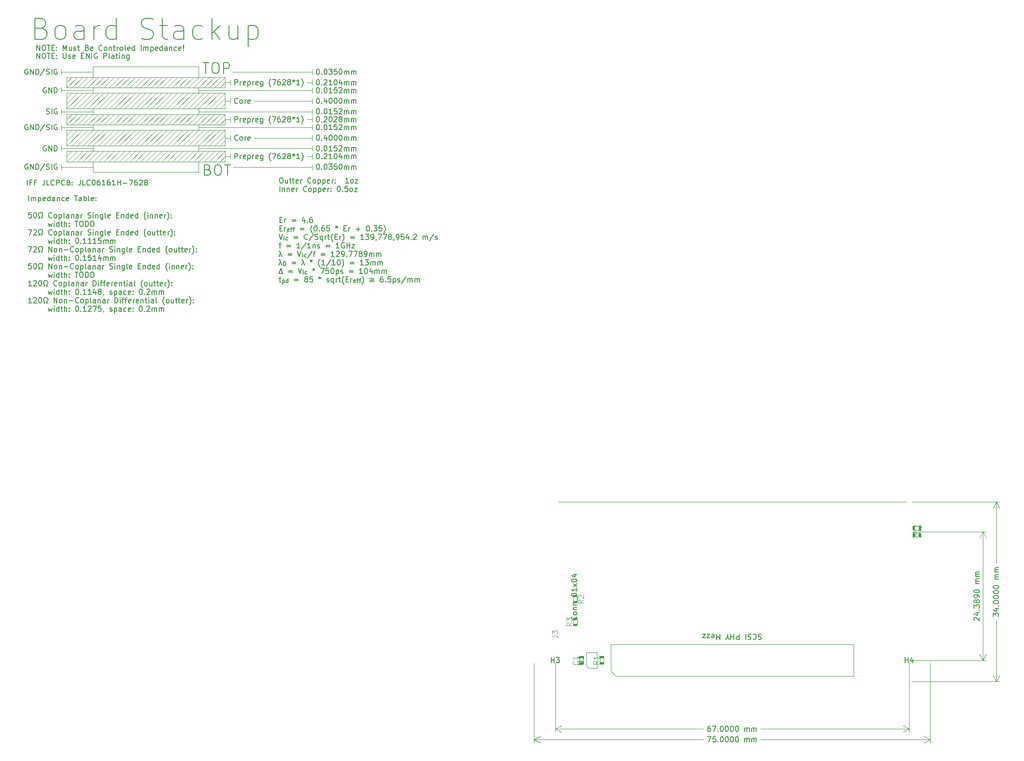
<source format=gbr>
G04 #@! TF.GenerationSoftware,KiCad,Pcbnew,8.0.6*
G04 #@! TF.CreationDate,2024-11-07T02:27:38-08:00*
G04 #@! TF.ProjectId,mse-68-hd,6d73652d-3638-42d6-9864-2e6b69636164,1*
G04 #@! TF.SameCoordinates,Original*
G04 #@! TF.FileFunction,AssemblyDrawing,Top*
%FSLAX46Y46*%
G04 Gerber Fmt 4.6, Leading zero omitted, Abs format (unit mm)*
G04 Created by KiCad (PCBNEW 8.0.6) date 2024-11-07 02:27:38*
%MOMM*%
%LPD*%
G01*
G04 APERTURE LIST*
%ADD10C,0.100000*%
%ADD11C,0.150000*%
%ADD12C,0.000000*%
%ADD13C,0.050000*%
G04 APERTURE END LIST*
D10*
X-162500000Y101482791D02*
X-159500000Y104482791D01*
X-133500000Y104482791D02*
X-138500000Y104482791D01*
X-133500000Y99482791D02*
X-132500000Y99482791D01*
X-142500000Y108500000D02*
X-139500000Y111500000D01*
X-153500000Y112500000D02*
X-151500000Y114500000D01*
X-146500000Y108500000D02*
X-143500000Y111500000D01*
X-163500000Y101482791D02*
X-160500000Y104482791D01*
X-163500000Y111500000D02*
X-163500000Y108500000D01*
X-157500000Y112500000D02*
X-155500000Y114500000D01*
X-138500000Y101482791D02*
X-135500000Y104482791D01*
X-163500000Y98482791D02*
X-161500000Y100482791D01*
X-163500000Y98482791D02*
X-133500000Y98482791D01*
X-157500000Y101482791D02*
X-154500000Y104482791D01*
X-117000000Y105982791D02*
X-117000000Y106982791D01*
X-163500000Y103482791D02*
X-162500000Y104482791D01*
X-150500000Y98482791D02*
X-148500000Y100482791D01*
X-147500000Y98482791D02*
X-145500000Y100482791D01*
X-136500000Y101482791D02*
X-133500000Y104482791D01*
X-117000000Y107482791D02*
X-117000000Y108482791D01*
X-148500000Y101482791D02*
X-145500000Y104482791D01*
X-140500000Y105482791D02*
X-138500000Y107482791D01*
X-134500000Y101482791D02*
X-133500000Y102482791D01*
X-151500000Y112500000D02*
X-149500000Y114500000D01*
X-163500000Y110500000D02*
X-162500000Y111500000D01*
X-145500000Y98482791D02*
X-143500000Y100482791D01*
X-133500000Y105482791D02*
X-133500000Y107482791D01*
X-158500000Y115482791D02*
X-164500000Y115482791D01*
X-163500000Y105482791D02*
X-161500000Y107482791D01*
X-117000000Y98982791D02*
X-117000000Y99982791D01*
X-160500000Y101482791D02*
X-157500000Y104482791D01*
X-164500000Y114982791D02*
X-164500000Y115982791D01*
X-158500000Y104482791D02*
X-163500000Y104482791D01*
X-133500000Y108500000D02*
X-133500000Y111500000D01*
X-158500000Y104482791D02*
X-158500000Y105482791D01*
X-153500000Y98482791D02*
X-151500000Y100482791D01*
X-164500000Y100482791D02*
X-164500000Y101482791D01*
X-150500000Y101482791D02*
X-147500000Y104482791D01*
X-163500000Y106482791D02*
X-162500000Y107482791D01*
X-164500000Y96982791D02*
X-164500000Y97982791D01*
X-163500000Y112500000D02*
X-161500000Y114500000D01*
X-158500000Y107482791D02*
X-158500000Y108482791D01*
X-145500000Y105482791D02*
X-143500000Y107482791D01*
X-139500000Y101482791D02*
X-136500000Y104482791D01*
X-158500000Y114500000D02*
X-138500000Y114500000D01*
X-152500000Y101482791D02*
X-149500000Y104482791D01*
X-133500000Y102982791D02*
X-132500000Y102982791D01*
X-163500000Y100482791D02*
X-163500000Y98482791D01*
X-135500000Y98482791D02*
X-133500000Y100482791D01*
X-138500000Y104482791D02*
X-158500000Y104482791D01*
X-141500000Y105482791D02*
X-139500000Y107482791D01*
X-132000000Y97482791D02*
X-117000000Y97482791D01*
X-139500000Y112500000D02*
X-137500000Y114500000D01*
X-158500000Y114500000D02*
X-163500000Y114500000D01*
X-140500000Y108500000D02*
X-137500000Y111500000D01*
X-154500000Y98482791D02*
X-152500000Y100482791D01*
X-118000000Y99482791D02*
X-117000000Y99482791D01*
X-154500000Y108500000D02*
X-151500000Y111500000D01*
X-149500000Y108500000D02*
X-146500000Y111500000D01*
X-158500000Y107982791D02*
X-164500000Y107982791D01*
X-149500000Y105482791D02*
X-147500000Y107482791D01*
X-128000000Y102982791D02*
X-117000000Y102982791D01*
X-135500000Y101482791D02*
X-133500000Y103482791D01*
X-144500000Y112500000D02*
X-142500000Y114500000D01*
X-143500000Y108500000D02*
X-140500000Y111500000D01*
X-161500000Y101482791D02*
X-158500000Y104482791D01*
X-117000000Y111482791D02*
X-117000000Y112482791D01*
X-158500000Y100982791D02*
X-164500000Y100982791D01*
X-136500000Y112500000D02*
X-134500000Y114500000D01*
X-146500000Y98482791D02*
X-144500000Y100482791D01*
X-158500000Y105482791D02*
X-156500000Y107482791D01*
X-133500000Y100482791D02*
X-138500000Y100482791D01*
X-133500000Y111500000D02*
X-138500000Y111500000D01*
X-163500000Y108500000D02*
X-133500000Y108500000D01*
X-146500000Y101482791D02*
X-143500000Y104482791D01*
X-136500000Y105482791D02*
X-134500000Y107482791D01*
X-117000000Y104482791D02*
X-117000000Y105482791D01*
X-142500000Y101482791D02*
X-139500000Y104482791D01*
X-132500000Y105982791D02*
X-132500000Y106982791D01*
X-163500000Y102482791D02*
X-161500000Y104482791D01*
X-164500000Y107482791D02*
X-164500000Y108482791D01*
X-142500000Y112500000D02*
X-140500000Y114500000D01*
X-118000000Y106482791D02*
X-117000000Y106482791D01*
X-164500000Y104482791D02*
X-164500000Y105482791D01*
X-150500000Y105482791D02*
X-148500000Y107482791D01*
X-136500000Y108500000D02*
X-133500000Y111500000D01*
X-163500000Y112500000D02*
X-133500000Y112500000D01*
X-133500000Y114500000D02*
X-138500000Y114500000D01*
X-133500000Y105482791D02*
X-138500000Y105482791D01*
X-158500000Y98482791D02*
X-158500000Y96482791D01*
X-155500000Y105482791D02*
X-153500000Y107482791D01*
X-158500000Y111500000D02*
X-158500000Y112500000D01*
X-159500000Y98482791D02*
X-157500000Y100482791D01*
X-151500000Y108500000D02*
X-148500000Y111500000D01*
X-158500000Y98482791D02*
X-156500000Y100482791D01*
X-134500000Y105482791D02*
X-133500000Y106482791D01*
X-143500000Y105482791D02*
X-141500000Y107482791D01*
X-155500000Y108500000D02*
X-152500000Y111500000D01*
X-148500000Y98482791D02*
X-146500000Y100482791D01*
X-138500000Y111500000D02*
X-158500000Y111500000D01*
X-150500000Y112500000D02*
X-148500000Y114500000D01*
X-144500000Y98482791D02*
X-142500000Y100482791D01*
X-163500000Y99482791D02*
X-162500000Y100482791D01*
X-140500000Y101482791D02*
X-137500000Y104482791D01*
X-158500000Y107482791D02*
X-163500000Y107482791D01*
X-153500000Y101482791D02*
X-150500000Y104482791D01*
X-157500000Y98482791D02*
X-155500000Y100482791D01*
X-157500000Y105482791D02*
X-155500000Y107482791D01*
X-146500000Y112500000D02*
X-144500000Y114500000D01*
X-157500000Y108500000D02*
X-154500000Y111500000D01*
X-138500000Y108500000D02*
X-135500000Y111500000D01*
X-140500000Y112500000D02*
X-138500000Y114500000D01*
X-134500000Y108500000D02*
X-133500000Y109500000D01*
X-139500000Y105482791D02*
X-137500000Y107482791D01*
X-147500000Y105482791D02*
X-145500000Y107482791D01*
X-137500000Y98482791D02*
X-135500000Y100482791D01*
X-159500000Y112500000D02*
X-157500000Y114500000D01*
X-140500000Y98482791D02*
X-138500000Y100482791D01*
X-156500000Y101482791D02*
X-153500000Y104482791D01*
X-163500000Y107482791D02*
X-163500000Y105482791D01*
X-141500000Y101482791D02*
X-138500000Y104482791D01*
X-145500000Y101482791D02*
X-142500000Y104482791D01*
X-133500000Y113500000D02*
X-132500000Y113500000D01*
X-158500000Y112000000D02*
X-164500000Y112000000D01*
X-143500000Y98482791D02*
X-141500000Y100482791D01*
X-156500000Y98482791D02*
X-154500000Y100482791D01*
X-133500000Y107482791D02*
X-138500000Y107482791D01*
X-133500000Y98482791D02*
X-133500000Y100482791D01*
X-147500000Y101482791D02*
X-144500000Y104482791D01*
X-164500000Y111500000D02*
X-164500000Y112500000D01*
X-132500000Y113000000D02*
X-132500000Y114000000D01*
X-128000000Y109982791D02*
X-117000000Y109982791D01*
X-136500000Y98482791D02*
X-134500000Y100482791D01*
X-147500000Y112500000D02*
X-145500000Y114500000D01*
X-159500000Y108500000D02*
X-156500000Y111500000D01*
X-163500000Y105482791D02*
X-133500000Y105482791D01*
X-152500000Y112500000D02*
X-150500000Y114500000D01*
X-132500000Y102482791D02*
X-132500000Y103482791D01*
X-138500000Y108482791D02*
X-138500000Y107482791D01*
X-159500000Y105482791D02*
X-157500000Y107482791D01*
X-160500000Y98482791D02*
X-158500000Y100482791D01*
X-138500000Y96482791D02*
X-158500000Y96482791D01*
X-148500000Y112500000D02*
X-146500000Y114500000D01*
X-132500000Y109500000D02*
X-132500000Y110500000D01*
X-153500000Y108500000D02*
X-150500000Y111500000D01*
X-137500000Y108500000D02*
X-134500000Y111500000D01*
X-138500000Y101482791D02*
X-138500000Y100482791D01*
X-141500000Y112500000D02*
X-139500000Y114500000D01*
X-163500000Y109500000D02*
X-161500000Y111500000D01*
X-155500000Y112500000D02*
X-153500000Y114500000D01*
X-163500000Y101482791D02*
X-133500000Y101482791D01*
X-143500000Y101482791D02*
X-140500000Y104482791D01*
X-162500000Y105482791D02*
X-160500000Y107482791D01*
X-134500000Y112500000D02*
X-133500000Y113500000D01*
X-163500000Y113500000D02*
X-162500000Y114500000D01*
X-161500000Y98482791D02*
X-159500000Y100482791D01*
X-160500000Y105482791D02*
X-158500000Y107482791D01*
X-162500000Y112500000D02*
X-160500000Y114500000D01*
X-151500000Y105482791D02*
X-149500000Y107482791D01*
X-149500000Y98482791D02*
X-147500000Y100482791D01*
X-133500000Y112500000D02*
X-133500000Y114500000D01*
X-138500000Y105482791D02*
X-136500000Y107482791D01*
X-158500000Y111500000D02*
X-163500000Y111500000D01*
X-156500000Y112500000D02*
X-154500000Y114500000D01*
X-137500000Y105482791D02*
X-135500000Y107482791D01*
X-139500000Y98482791D02*
X-137500000Y100482791D01*
X-149500000Y101482791D02*
X-146500000Y104482791D01*
X-158500000Y116482791D02*
X-158500000Y114482791D01*
X-132500000Y98982791D02*
X-132500000Y99982791D01*
X-144500000Y108500000D02*
X-141500000Y111500000D01*
X-162500000Y108500000D02*
X-159500000Y111500000D01*
X-138500000Y114482791D02*
X-138500000Y116482791D01*
X-133500000Y110000000D02*
X-132500000Y110000000D01*
X-152500000Y108500000D02*
X-149500000Y111500000D01*
X-158500000Y112500000D02*
X-156500000Y114500000D01*
X-163500000Y108500000D02*
X-160500000Y111500000D01*
X-137500000Y101482791D02*
X-134500000Y104482791D01*
X-135500000Y108500000D02*
X-133500000Y110500000D01*
X-138500000Y105482791D02*
X-138500000Y104482791D01*
X-152500000Y105482791D02*
X-150500000Y107482791D01*
X-138500000Y96482791D02*
X-138500000Y98482791D01*
X-144500000Y101482791D02*
X-141500000Y104482791D01*
X-163500000Y104482791D02*
X-163500000Y101482791D01*
X-151500000Y101482791D02*
X-148500000Y104482791D01*
X-135500000Y105482791D02*
X-133500000Y107482791D01*
X-158500000Y101482791D02*
X-155500000Y104482791D01*
X-138500000Y100982791D02*
X-117000000Y100982791D01*
X-141500000Y98482791D02*
X-139500000Y100482791D01*
X-158500000Y100482791D02*
X-158500000Y101482791D01*
X-156500000Y105482791D02*
X-154500000Y107482791D01*
X-152500000Y98482791D02*
X-150500000Y100482791D01*
X-142500000Y105482791D02*
X-140500000Y107482791D01*
X-154500000Y101482791D02*
X-151500000Y104482791D01*
X-158500000Y100482791D02*
X-163500000Y100482791D01*
X-133500000Y106482791D02*
X-132500000Y106482791D01*
X-162500000Y98482791D02*
X-160500000Y100482791D01*
X-135500000Y112500000D02*
X-133500000Y114500000D01*
X-145500000Y112500000D02*
X-143500000Y114500000D01*
X-160500000Y112500000D02*
X-158500000Y114500000D01*
X-154500000Y105482791D02*
X-152500000Y107482791D01*
X-132000000Y115482791D02*
X-117000000Y115482791D01*
X-142500000Y98482791D02*
X-140500000Y100482791D01*
X-150500000Y108500000D02*
X-147500000Y111500000D01*
X-138500000Y116482791D02*
X-158500000Y116482791D01*
X-154500000Y112500000D02*
X-152500000Y114500000D01*
X-161500000Y108500000D02*
X-158500000Y111500000D01*
X-151500000Y98482791D02*
X-149500000Y100482791D01*
X-133500000Y101482791D02*
X-133500000Y104482791D01*
X-138500000Y111982791D02*
X-117000000Y111982791D01*
X-134500000Y98482791D02*
X-133500000Y99482791D01*
X-158500000Y107482791D02*
X-138500000Y107482791D01*
X-163500000Y114500000D02*
X-163500000Y112500000D01*
X-158500000Y108500000D02*
X-155500000Y111500000D01*
X-138500000Y104982791D02*
X-117000000Y104982791D01*
X-158500000Y104982791D02*
X-164500000Y104982791D01*
X-117000000Y100482791D02*
X-117000000Y101482791D01*
X-117000000Y109482791D02*
X-117000000Y110482791D01*
X-158500000Y97482791D02*
X-164500000Y97482791D01*
X-117000000Y96982791D02*
X-117000000Y97982791D01*
X-117000000Y112982791D02*
X-117000000Y113982791D01*
X-155500000Y98482791D02*
X-153500000Y100482791D01*
X-158500000Y105482791D02*
X-138500000Y105482791D01*
X-143500000Y112500000D02*
X-141500000Y114500000D01*
X-155500000Y101482791D02*
X-152500000Y104482791D01*
X-117000000Y114982791D02*
X-117000000Y115982791D01*
X-148500000Y108500000D02*
X-145500000Y111500000D01*
X-149500000Y112500000D02*
X-147500000Y114500000D01*
X-117000000Y102482791D02*
X-117000000Y103482791D01*
X-156500000Y108500000D02*
X-153500000Y111500000D01*
X-161500000Y112500000D02*
X-159500000Y114500000D01*
X-147500000Y108500000D02*
X-144500000Y111500000D01*
X-145500000Y108500000D02*
X-142500000Y111500000D01*
X-138500000Y112500000D02*
X-138500000Y111500000D01*
X-138500000Y112500000D02*
X-136500000Y114500000D01*
X-144500000Y105482791D02*
X-142500000Y107482791D01*
X-137500000Y112500000D02*
X-135500000Y114500000D01*
X-138500000Y107982791D02*
X-117000000Y107982791D01*
X-141500000Y108500000D02*
X-138500000Y111500000D01*
X-146500000Y105482791D02*
X-144500000Y107482791D01*
X-148500000Y105482791D02*
X-146500000Y107482791D01*
X-138500000Y98482791D02*
X-136500000Y100482791D01*
X-159500000Y101482791D02*
X-156500000Y104482791D01*
X-118000000Y113482791D02*
X-117000000Y113482791D01*
X-158500000Y100482791D02*
X-138500000Y100482791D01*
X-153500000Y105482791D02*
X-151500000Y107482791D01*
X-139500000Y108500000D02*
X-136500000Y111500000D01*
X-161500000Y105482791D02*
X-159500000Y107482791D01*
X-158500000Y105482791D02*
X-163500000Y105482791D01*
X-160500000Y108500000D02*
X-157500000Y111500000D01*
D11*
X-115972745Y116027972D02*
X-115877507Y116027972D01*
X-115877507Y116027972D02*
X-115782269Y115980353D01*
X-115782269Y115980353D02*
X-115734650Y115932734D01*
X-115734650Y115932734D02*
X-115687031Y115837496D01*
X-115687031Y115837496D02*
X-115639412Y115647020D01*
X-115639412Y115647020D02*
X-115639412Y115408925D01*
X-115639412Y115408925D02*
X-115687031Y115218449D01*
X-115687031Y115218449D02*
X-115734650Y115123211D01*
X-115734650Y115123211D02*
X-115782269Y115075591D01*
X-115782269Y115075591D02*
X-115877507Y115027972D01*
X-115877507Y115027972D02*
X-115972745Y115027972D01*
X-115972745Y115027972D02*
X-116067983Y115075591D01*
X-116067983Y115075591D02*
X-116115602Y115123211D01*
X-116115602Y115123211D02*
X-116163221Y115218449D01*
X-116163221Y115218449D02*
X-116210840Y115408925D01*
X-116210840Y115408925D02*
X-116210840Y115647020D01*
X-116210840Y115647020D02*
X-116163221Y115837496D01*
X-116163221Y115837496D02*
X-116115602Y115932734D01*
X-116115602Y115932734D02*
X-116067983Y115980353D01*
X-116067983Y115980353D02*
X-115972745Y116027972D01*
X-115210840Y115123211D02*
X-115163221Y115075591D01*
X-115163221Y115075591D02*
X-115210840Y115027972D01*
X-115210840Y115027972D02*
X-115258459Y115075591D01*
X-115258459Y115075591D02*
X-115210840Y115123211D01*
X-115210840Y115123211D02*
X-115210840Y115027972D01*
X-114544174Y116027972D02*
X-114448936Y116027972D01*
X-114448936Y116027972D02*
X-114353698Y115980353D01*
X-114353698Y115980353D02*
X-114306079Y115932734D01*
X-114306079Y115932734D02*
X-114258460Y115837496D01*
X-114258460Y115837496D02*
X-114210841Y115647020D01*
X-114210841Y115647020D02*
X-114210841Y115408925D01*
X-114210841Y115408925D02*
X-114258460Y115218449D01*
X-114258460Y115218449D02*
X-114306079Y115123211D01*
X-114306079Y115123211D02*
X-114353698Y115075591D01*
X-114353698Y115075591D02*
X-114448936Y115027972D01*
X-114448936Y115027972D02*
X-114544174Y115027972D01*
X-114544174Y115027972D02*
X-114639412Y115075591D01*
X-114639412Y115075591D02*
X-114687031Y115123211D01*
X-114687031Y115123211D02*
X-114734650Y115218449D01*
X-114734650Y115218449D02*
X-114782269Y115408925D01*
X-114782269Y115408925D02*
X-114782269Y115647020D01*
X-114782269Y115647020D02*
X-114734650Y115837496D01*
X-114734650Y115837496D02*
X-114687031Y115932734D01*
X-114687031Y115932734D02*
X-114639412Y115980353D01*
X-114639412Y115980353D02*
X-114544174Y116027972D01*
X-113877507Y116027972D02*
X-113258460Y116027972D01*
X-113258460Y116027972D02*
X-113591793Y115647020D01*
X-113591793Y115647020D02*
X-113448936Y115647020D01*
X-113448936Y115647020D02*
X-113353698Y115599401D01*
X-113353698Y115599401D02*
X-113306079Y115551782D01*
X-113306079Y115551782D02*
X-113258460Y115456544D01*
X-113258460Y115456544D02*
X-113258460Y115218449D01*
X-113258460Y115218449D02*
X-113306079Y115123211D01*
X-113306079Y115123211D02*
X-113353698Y115075591D01*
X-113353698Y115075591D02*
X-113448936Y115027972D01*
X-113448936Y115027972D02*
X-113734650Y115027972D01*
X-113734650Y115027972D02*
X-113829888Y115075591D01*
X-113829888Y115075591D02*
X-113877507Y115123211D01*
X-112353698Y116027972D02*
X-112829888Y116027972D01*
X-112829888Y116027972D02*
X-112877507Y115551782D01*
X-112877507Y115551782D02*
X-112829888Y115599401D01*
X-112829888Y115599401D02*
X-112734650Y115647020D01*
X-112734650Y115647020D02*
X-112496555Y115647020D01*
X-112496555Y115647020D02*
X-112401317Y115599401D01*
X-112401317Y115599401D02*
X-112353698Y115551782D01*
X-112353698Y115551782D02*
X-112306079Y115456544D01*
X-112306079Y115456544D02*
X-112306079Y115218449D01*
X-112306079Y115218449D02*
X-112353698Y115123211D01*
X-112353698Y115123211D02*
X-112401317Y115075591D01*
X-112401317Y115075591D02*
X-112496555Y115027972D01*
X-112496555Y115027972D02*
X-112734650Y115027972D01*
X-112734650Y115027972D02*
X-112829888Y115075591D01*
X-112829888Y115075591D02*
X-112877507Y115123211D01*
X-111687031Y116027972D02*
X-111591793Y116027972D01*
X-111591793Y116027972D02*
X-111496555Y115980353D01*
X-111496555Y115980353D02*
X-111448936Y115932734D01*
X-111448936Y115932734D02*
X-111401317Y115837496D01*
X-111401317Y115837496D02*
X-111353698Y115647020D01*
X-111353698Y115647020D02*
X-111353698Y115408925D01*
X-111353698Y115408925D02*
X-111401317Y115218449D01*
X-111401317Y115218449D02*
X-111448936Y115123211D01*
X-111448936Y115123211D02*
X-111496555Y115075591D01*
X-111496555Y115075591D02*
X-111591793Y115027972D01*
X-111591793Y115027972D02*
X-111687031Y115027972D01*
X-111687031Y115027972D02*
X-111782269Y115075591D01*
X-111782269Y115075591D02*
X-111829888Y115123211D01*
X-111829888Y115123211D02*
X-111877507Y115218449D01*
X-111877507Y115218449D02*
X-111925126Y115408925D01*
X-111925126Y115408925D02*
X-111925126Y115647020D01*
X-111925126Y115647020D02*
X-111877507Y115837496D01*
X-111877507Y115837496D02*
X-111829888Y115932734D01*
X-111829888Y115932734D02*
X-111782269Y115980353D01*
X-111782269Y115980353D02*
X-111687031Y116027972D01*
X-110925126Y115027972D02*
X-110925126Y115694639D01*
X-110925126Y115599401D02*
X-110877507Y115647020D01*
X-110877507Y115647020D02*
X-110782269Y115694639D01*
X-110782269Y115694639D02*
X-110639412Y115694639D01*
X-110639412Y115694639D02*
X-110544174Y115647020D01*
X-110544174Y115647020D02*
X-110496555Y115551782D01*
X-110496555Y115551782D02*
X-110496555Y115027972D01*
X-110496555Y115551782D02*
X-110448936Y115647020D01*
X-110448936Y115647020D02*
X-110353698Y115694639D01*
X-110353698Y115694639D02*
X-110210841Y115694639D01*
X-110210841Y115694639D02*
X-110115602Y115647020D01*
X-110115602Y115647020D02*
X-110067983Y115551782D01*
X-110067983Y115551782D02*
X-110067983Y115027972D01*
X-109591793Y115027972D02*
X-109591793Y115694639D01*
X-109591793Y115599401D02*
X-109544174Y115647020D01*
X-109544174Y115647020D02*
X-109448936Y115694639D01*
X-109448936Y115694639D02*
X-109306079Y115694639D01*
X-109306079Y115694639D02*
X-109210841Y115647020D01*
X-109210841Y115647020D02*
X-109163222Y115551782D01*
X-109163222Y115551782D02*
X-109163222Y115027972D01*
X-109163222Y115551782D02*
X-109115603Y115647020D01*
X-109115603Y115647020D02*
X-109020365Y115694639D01*
X-109020365Y115694639D02*
X-108877508Y115694639D01*
X-108877508Y115694639D02*
X-108782269Y115647020D01*
X-108782269Y115647020D02*
X-108734650Y115551782D01*
X-108734650Y115551782D02*
X-108734650Y115027972D01*
X-123163221Y87473599D02*
X-122829888Y87473599D01*
X-122687031Y86949789D02*
X-123163221Y86949789D01*
X-123163221Y86949789D02*
X-123163221Y87949789D01*
X-123163221Y87949789D02*
X-122687031Y87949789D01*
X-122258459Y86949789D02*
X-122258459Y87616456D01*
X-122258459Y87425980D02*
X-122210840Y87521218D01*
X-122210840Y87521218D02*
X-122163221Y87568837D01*
X-122163221Y87568837D02*
X-122067983Y87616456D01*
X-122067983Y87616456D02*
X-121972745Y87616456D01*
X-120877506Y87473599D02*
X-120115601Y87473599D01*
X-120115601Y87187885D02*
X-120877506Y87187885D01*
X-118448935Y87616456D02*
X-118448935Y86949789D01*
X-118687030Y87997408D02*
X-118925125Y87283123D01*
X-118925125Y87283123D02*
X-118306078Y87283123D01*
X-117925125Y87045028D02*
X-117877506Y86997408D01*
X-117877506Y86997408D02*
X-117925125Y86949789D01*
X-117925125Y86949789D02*
X-117972744Y86997408D01*
X-117972744Y86997408D02*
X-117925125Y87045028D01*
X-117925125Y87045028D02*
X-117925125Y86949789D01*
X-117020364Y87949789D02*
X-117210840Y87949789D01*
X-117210840Y87949789D02*
X-117306078Y87902170D01*
X-117306078Y87902170D02*
X-117353697Y87854551D01*
X-117353697Y87854551D02*
X-117448935Y87711694D01*
X-117448935Y87711694D02*
X-117496554Y87521218D01*
X-117496554Y87521218D02*
X-117496554Y87140266D01*
X-117496554Y87140266D02*
X-117448935Y87045028D01*
X-117448935Y87045028D02*
X-117401316Y86997408D01*
X-117401316Y86997408D02*
X-117306078Y86949789D01*
X-117306078Y86949789D02*
X-117115602Y86949789D01*
X-117115602Y86949789D02*
X-117020364Y86997408D01*
X-117020364Y86997408D02*
X-116972745Y87045028D01*
X-116972745Y87045028D02*
X-116925126Y87140266D01*
X-116925126Y87140266D02*
X-116925126Y87378361D01*
X-116925126Y87378361D02*
X-116972745Y87473599D01*
X-116972745Y87473599D02*
X-117020364Y87521218D01*
X-117020364Y87521218D02*
X-117115602Y87568837D01*
X-117115602Y87568837D02*
X-117306078Y87568837D01*
X-117306078Y87568837D02*
X-117401316Y87521218D01*
X-117401316Y87521218D02*
X-117448935Y87473599D01*
X-117448935Y87473599D02*
X-117496554Y87378361D01*
X-123163221Y85863655D02*
X-122829888Y85863655D01*
X-122687031Y85339845D02*
X-123163221Y85339845D01*
X-123163221Y85339845D02*
X-123163221Y86339845D01*
X-123163221Y86339845D02*
X-122687031Y86339845D01*
X-122258459Y85339845D02*
X-122258459Y86006512D01*
X-122258459Y85816036D02*
X-122210840Y85911274D01*
X-122210840Y85911274D02*
X-122163221Y85958893D01*
X-122163221Y85958893D02*
X-122067983Y86006512D01*
X-122067983Y86006512D02*
X-121972745Y86006512D01*
X-121382268Y85267464D02*
X-121458459Y85229369D01*
X-121458459Y85229369D02*
X-121610840Y85229369D01*
X-121610840Y85229369D02*
X-121687030Y85267464D01*
X-121687030Y85267464D02*
X-121725126Y85343655D01*
X-121725126Y85343655D02*
X-121725126Y85648417D01*
X-121725126Y85648417D02*
X-121687030Y85724607D01*
X-121687030Y85724607D02*
X-121610840Y85762703D01*
X-121610840Y85762703D02*
X-121458459Y85762703D01*
X-121458459Y85762703D02*
X-121382268Y85724607D01*
X-121382268Y85724607D02*
X-121344173Y85648417D01*
X-121344173Y85648417D02*
X-121344173Y85572226D01*
X-121344173Y85572226D02*
X-121725126Y85496036D01*
X-121115602Y85762703D02*
X-120810840Y85762703D01*
X-121001316Y85229369D02*
X-121001316Y85915084D01*
X-121001316Y85915084D02*
X-120963221Y85991274D01*
X-120963221Y85991274D02*
X-120887031Y86029369D01*
X-120887031Y86029369D02*
X-120810840Y86029369D01*
X-120658459Y85762703D02*
X-120353697Y85762703D01*
X-120544173Y85229369D02*
X-120544173Y85915084D01*
X-120544173Y85915084D02*
X-120506078Y85991274D01*
X-120506078Y85991274D02*
X-120429888Y86029369D01*
X-120429888Y86029369D02*
X-120353697Y86029369D01*
X-119277506Y85863655D02*
X-118515601Y85863655D01*
X-118515601Y85577941D02*
X-119277506Y85577941D01*
X-116991792Y84958893D02*
X-117039411Y85006512D01*
X-117039411Y85006512D02*
X-117134649Y85149369D01*
X-117134649Y85149369D02*
X-117182268Y85244607D01*
X-117182268Y85244607D02*
X-117229887Y85387464D01*
X-117229887Y85387464D02*
X-117277506Y85625560D01*
X-117277506Y85625560D02*
X-117277506Y85816036D01*
X-117277506Y85816036D02*
X-117229887Y86054131D01*
X-117229887Y86054131D02*
X-117182268Y86196988D01*
X-117182268Y86196988D02*
X-117134649Y86292226D01*
X-117134649Y86292226D02*
X-117039411Y86435084D01*
X-117039411Y86435084D02*
X-116991792Y86482703D01*
X-116420363Y86339845D02*
X-116325125Y86339845D01*
X-116325125Y86339845D02*
X-116229887Y86292226D01*
X-116229887Y86292226D02*
X-116182268Y86244607D01*
X-116182268Y86244607D02*
X-116134649Y86149369D01*
X-116134649Y86149369D02*
X-116087030Y85958893D01*
X-116087030Y85958893D02*
X-116087030Y85720798D01*
X-116087030Y85720798D02*
X-116134649Y85530322D01*
X-116134649Y85530322D02*
X-116182268Y85435084D01*
X-116182268Y85435084D02*
X-116229887Y85387464D01*
X-116229887Y85387464D02*
X-116325125Y85339845D01*
X-116325125Y85339845D02*
X-116420363Y85339845D01*
X-116420363Y85339845D02*
X-116515601Y85387464D01*
X-116515601Y85387464D02*
X-116563220Y85435084D01*
X-116563220Y85435084D02*
X-116610839Y85530322D01*
X-116610839Y85530322D02*
X-116658458Y85720798D01*
X-116658458Y85720798D02*
X-116658458Y85958893D01*
X-116658458Y85958893D02*
X-116610839Y86149369D01*
X-116610839Y86149369D02*
X-116563220Y86244607D01*
X-116563220Y86244607D02*
X-116515601Y86292226D01*
X-116515601Y86292226D02*
X-116420363Y86339845D01*
X-115658458Y85435084D02*
X-115610839Y85387464D01*
X-115610839Y85387464D02*
X-115658458Y85339845D01*
X-115658458Y85339845D02*
X-115706077Y85387464D01*
X-115706077Y85387464D02*
X-115658458Y85435084D01*
X-115658458Y85435084D02*
X-115658458Y85339845D01*
X-114753697Y86339845D02*
X-114944173Y86339845D01*
X-114944173Y86339845D02*
X-115039411Y86292226D01*
X-115039411Y86292226D02*
X-115087030Y86244607D01*
X-115087030Y86244607D02*
X-115182268Y86101750D01*
X-115182268Y86101750D02*
X-115229887Y85911274D01*
X-115229887Y85911274D02*
X-115229887Y85530322D01*
X-115229887Y85530322D02*
X-115182268Y85435084D01*
X-115182268Y85435084D02*
X-115134649Y85387464D01*
X-115134649Y85387464D02*
X-115039411Y85339845D01*
X-115039411Y85339845D02*
X-114848935Y85339845D01*
X-114848935Y85339845D02*
X-114753697Y85387464D01*
X-114753697Y85387464D02*
X-114706078Y85435084D01*
X-114706078Y85435084D02*
X-114658459Y85530322D01*
X-114658459Y85530322D02*
X-114658459Y85768417D01*
X-114658459Y85768417D02*
X-114706078Y85863655D01*
X-114706078Y85863655D02*
X-114753697Y85911274D01*
X-114753697Y85911274D02*
X-114848935Y85958893D01*
X-114848935Y85958893D02*
X-115039411Y85958893D01*
X-115039411Y85958893D02*
X-115134649Y85911274D01*
X-115134649Y85911274D02*
X-115182268Y85863655D01*
X-115182268Y85863655D02*
X-115229887Y85768417D01*
X-113753697Y86339845D02*
X-114229887Y86339845D01*
X-114229887Y86339845D02*
X-114277506Y85863655D01*
X-114277506Y85863655D02*
X-114229887Y85911274D01*
X-114229887Y85911274D02*
X-114134649Y85958893D01*
X-114134649Y85958893D02*
X-113896554Y85958893D01*
X-113896554Y85958893D02*
X-113801316Y85911274D01*
X-113801316Y85911274D02*
X-113753697Y85863655D01*
X-113753697Y85863655D02*
X-113706078Y85768417D01*
X-113706078Y85768417D02*
X-113706078Y85530322D01*
X-113706078Y85530322D02*
X-113753697Y85435084D01*
X-113753697Y85435084D02*
X-113801316Y85387464D01*
X-113801316Y85387464D02*
X-113896554Y85339845D01*
X-113896554Y85339845D02*
X-114134649Y85339845D01*
X-114134649Y85339845D02*
X-114229887Y85387464D01*
X-114229887Y85387464D02*
X-114277506Y85435084D01*
X-112372744Y86339845D02*
X-112372744Y86101750D01*
X-112610839Y86196988D02*
X-112372744Y86101750D01*
X-112372744Y86101750D02*
X-112134649Y86196988D01*
X-112515601Y85911274D02*
X-112372744Y86101750D01*
X-112372744Y86101750D02*
X-112229887Y85911274D01*
X-110991791Y85863655D02*
X-110658458Y85863655D01*
X-110515601Y85339845D02*
X-110991791Y85339845D01*
X-110991791Y85339845D02*
X-110991791Y86339845D01*
X-110991791Y86339845D02*
X-110515601Y86339845D01*
X-110087029Y85339845D02*
X-110087029Y86006512D01*
X-110087029Y85816036D02*
X-110039410Y85911274D01*
X-110039410Y85911274D02*
X-109991791Y85958893D01*
X-109991791Y85958893D02*
X-109896553Y86006512D01*
X-109896553Y86006512D02*
X-109801315Y86006512D01*
X-108706076Y85720798D02*
X-107944171Y85720798D01*
X-108325124Y85339845D02*
X-108325124Y86101750D01*
X-106515600Y86339845D02*
X-106420362Y86339845D01*
X-106420362Y86339845D02*
X-106325124Y86292226D01*
X-106325124Y86292226D02*
X-106277505Y86244607D01*
X-106277505Y86244607D02*
X-106229886Y86149369D01*
X-106229886Y86149369D02*
X-106182267Y85958893D01*
X-106182267Y85958893D02*
X-106182267Y85720798D01*
X-106182267Y85720798D02*
X-106229886Y85530322D01*
X-106229886Y85530322D02*
X-106277505Y85435084D01*
X-106277505Y85435084D02*
X-106325124Y85387464D01*
X-106325124Y85387464D02*
X-106420362Y85339845D01*
X-106420362Y85339845D02*
X-106515600Y85339845D01*
X-106515600Y85339845D02*
X-106610838Y85387464D01*
X-106610838Y85387464D02*
X-106658457Y85435084D01*
X-106658457Y85435084D02*
X-106706076Y85530322D01*
X-106706076Y85530322D02*
X-106753695Y85720798D01*
X-106753695Y85720798D02*
X-106753695Y85958893D01*
X-106753695Y85958893D02*
X-106706076Y86149369D01*
X-106706076Y86149369D02*
X-106658457Y86244607D01*
X-106658457Y86244607D02*
X-106610838Y86292226D01*
X-106610838Y86292226D02*
X-106515600Y86339845D01*
X-105753695Y85435084D02*
X-105706076Y85387464D01*
X-105706076Y85387464D02*
X-105753695Y85339845D01*
X-105753695Y85339845D02*
X-105801314Y85387464D01*
X-105801314Y85387464D02*
X-105753695Y85435084D01*
X-105753695Y85435084D02*
X-105753695Y85339845D01*
X-105372743Y86339845D02*
X-104753696Y86339845D01*
X-104753696Y86339845D02*
X-105087029Y85958893D01*
X-105087029Y85958893D02*
X-104944172Y85958893D01*
X-104944172Y85958893D02*
X-104848934Y85911274D01*
X-104848934Y85911274D02*
X-104801315Y85863655D01*
X-104801315Y85863655D02*
X-104753696Y85768417D01*
X-104753696Y85768417D02*
X-104753696Y85530322D01*
X-104753696Y85530322D02*
X-104801315Y85435084D01*
X-104801315Y85435084D02*
X-104848934Y85387464D01*
X-104848934Y85387464D02*
X-104944172Y85339845D01*
X-104944172Y85339845D02*
X-105229886Y85339845D01*
X-105229886Y85339845D02*
X-105325124Y85387464D01*
X-105325124Y85387464D02*
X-105372743Y85435084D01*
X-103848934Y86339845D02*
X-104325124Y86339845D01*
X-104325124Y86339845D02*
X-104372743Y85863655D01*
X-104372743Y85863655D02*
X-104325124Y85911274D01*
X-104325124Y85911274D02*
X-104229886Y85958893D01*
X-104229886Y85958893D02*
X-103991791Y85958893D01*
X-103991791Y85958893D02*
X-103896553Y85911274D01*
X-103896553Y85911274D02*
X-103848934Y85863655D01*
X-103848934Y85863655D02*
X-103801315Y85768417D01*
X-103801315Y85768417D02*
X-103801315Y85530322D01*
X-103801315Y85530322D02*
X-103848934Y85435084D01*
X-103848934Y85435084D02*
X-103896553Y85387464D01*
X-103896553Y85387464D02*
X-103991791Y85339845D01*
X-103991791Y85339845D02*
X-104229886Y85339845D01*
X-104229886Y85339845D02*
X-104325124Y85387464D01*
X-104325124Y85387464D02*
X-104372743Y85435084D01*
X-103467981Y84958893D02*
X-103420362Y85006512D01*
X-103420362Y85006512D02*
X-103325124Y85149369D01*
X-103325124Y85149369D02*
X-103277505Y85244607D01*
X-103277505Y85244607D02*
X-103229886Y85387464D01*
X-103229886Y85387464D02*
X-103182267Y85625560D01*
X-103182267Y85625560D02*
X-103182267Y85816036D01*
X-103182267Y85816036D02*
X-103229886Y86054131D01*
X-103229886Y86054131D02*
X-103277505Y86196988D01*
X-103277505Y86196988D02*
X-103325124Y86292226D01*
X-103325124Y86292226D02*
X-103420362Y86435084D01*
X-103420362Y86435084D02*
X-103467981Y86482703D01*
X-123306078Y84729901D02*
X-122972745Y83729901D01*
X-122972745Y83729901D02*
X-122639412Y84729901D01*
X-122353697Y83619425D02*
X-122353697Y84152759D01*
X-122353697Y84419425D02*
X-122391793Y84381330D01*
X-122391793Y84381330D02*
X-122353697Y84343235D01*
X-122353697Y84343235D02*
X-122315602Y84381330D01*
X-122315602Y84381330D02*
X-122353697Y84419425D01*
X-122353697Y84419425D02*
X-122353697Y84343235D01*
X-121629888Y83657520D02*
X-121706079Y83619425D01*
X-121706079Y83619425D02*
X-121858460Y83619425D01*
X-121858460Y83619425D02*
X-121934650Y83657520D01*
X-121934650Y83657520D02*
X-121972745Y83695616D01*
X-121972745Y83695616D02*
X-122010841Y83771806D01*
X-122010841Y83771806D02*
X-122010841Y84000378D01*
X-122010841Y84000378D02*
X-121972745Y84076568D01*
X-121972745Y84076568D02*
X-121934650Y84114663D01*
X-121934650Y84114663D02*
X-121858460Y84152759D01*
X-121858460Y84152759D02*
X-121706079Y84152759D01*
X-121706079Y84152759D02*
X-121629888Y84114663D01*
X-120477507Y84253711D02*
X-119715602Y84253711D01*
X-119715602Y83967997D02*
X-120477507Y83967997D01*
X-117906079Y83825140D02*
X-117953698Y83777520D01*
X-117953698Y83777520D02*
X-118096555Y83729901D01*
X-118096555Y83729901D02*
X-118191793Y83729901D01*
X-118191793Y83729901D02*
X-118334650Y83777520D01*
X-118334650Y83777520D02*
X-118429888Y83872759D01*
X-118429888Y83872759D02*
X-118477507Y83967997D01*
X-118477507Y83967997D02*
X-118525126Y84158473D01*
X-118525126Y84158473D02*
X-118525126Y84301330D01*
X-118525126Y84301330D02*
X-118477507Y84491806D01*
X-118477507Y84491806D02*
X-118429888Y84587044D01*
X-118429888Y84587044D02*
X-118334650Y84682282D01*
X-118334650Y84682282D02*
X-118191793Y84729901D01*
X-118191793Y84729901D02*
X-118096555Y84729901D01*
X-118096555Y84729901D02*
X-117953698Y84682282D01*
X-117953698Y84682282D02*
X-117906079Y84634663D01*
X-116763222Y84777520D02*
X-117620364Y83491806D01*
X-116477507Y83777520D02*
X-116334650Y83729901D01*
X-116334650Y83729901D02*
X-116096555Y83729901D01*
X-116096555Y83729901D02*
X-116001317Y83777520D01*
X-116001317Y83777520D02*
X-115953698Y83825140D01*
X-115953698Y83825140D02*
X-115906079Y83920378D01*
X-115906079Y83920378D02*
X-115906079Y84015616D01*
X-115906079Y84015616D02*
X-115953698Y84110854D01*
X-115953698Y84110854D02*
X-116001317Y84158473D01*
X-116001317Y84158473D02*
X-116096555Y84206092D01*
X-116096555Y84206092D02*
X-116287031Y84253711D01*
X-116287031Y84253711D02*
X-116382269Y84301330D01*
X-116382269Y84301330D02*
X-116429888Y84348949D01*
X-116429888Y84348949D02*
X-116477507Y84444187D01*
X-116477507Y84444187D02*
X-116477507Y84539425D01*
X-116477507Y84539425D02*
X-116429888Y84634663D01*
X-116429888Y84634663D02*
X-116382269Y84682282D01*
X-116382269Y84682282D02*
X-116287031Y84729901D01*
X-116287031Y84729901D02*
X-116048936Y84729901D01*
X-116048936Y84729901D02*
X-115906079Y84682282D01*
X-115048936Y84396568D02*
X-115048936Y83396568D01*
X-115048936Y83777520D02*
X-115144174Y83729901D01*
X-115144174Y83729901D02*
X-115334650Y83729901D01*
X-115334650Y83729901D02*
X-115429888Y83777520D01*
X-115429888Y83777520D02*
X-115477507Y83825140D01*
X-115477507Y83825140D02*
X-115525126Y83920378D01*
X-115525126Y83920378D02*
X-115525126Y84206092D01*
X-115525126Y84206092D02*
X-115477507Y84301330D01*
X-115477507Y84301330D02*
X-115429888Y84348949D01*
X-115429888Y84348949D02*
X-115334650Y84396568D01*
X-115334650Y84396568D02*
X-115144174Y84396568D01*
X-115144174Y84396568D02*
X-115048936Y84348949D01*
X-114572745Y83729901D02*
X-114572745Y84396568D01*
X-114572745Y84206092D02*
X-114525126Y84301330D01*
X-114525126Y84301330D02*
X-114477507Y84348949D01*
X-114477507Y84348949D02*
X-114382269Y84396568D01*
X-114382269Y84396568D02*
X-114287031Y84396568D01*
X-114096554Y84396568D02*
X-113715602Y84396568D01*
X-113953697Y84729901D02*
X-113953697Y83872759D01*
X-113953697Y83872759D02*
X-113906078Y83777520D01*
X-113906078Y83777520D02*
X-113810840Y83729901D01*
X-113810840Y83729901D02*
X-113715602Y83729901D01*
X-113096554Y83348949D02*
X-113144173Y83396568D01*
X-113144173Y83396568D02*
X-113239411Y83539425D01*
X-113239411Y83539425D02*
X-113287030Y83634663D01*
X-113287030Y83634663D02*
X-113334649Y83777520D01*
X-113334649Y83777520D02*
X-113382268Y84015616D01*
X-113382268Y84015616D02*
X-113382268Y84206092D01*
X-113382268Y84206092D02*
X-113334649Y84444187D01*
X-113334649Y84444187D02*
X-113287030Y84587044D01*
X-113287030Y84587044D02*
X-113239411Y84682282D01*
X-113239411Y84682282D02*
X-113144173Y84825140D01*
X-113144173Y84825140D02*
X-113096554Y84872759D01*
X-112715601Y84253711D02*
X-112382268Y84253711D01*
X-112239411Y83729901D02*
X-112715601Y83729901D01*
X-112715601Y83729901D02*
X-112715601Y84729901D01*
X-112715601Y84729901D02*
X-112239411Y84729901D01*
X-111810839Y83729901D02*
X-111810839Y84396568D01*
X-111810839Y84206092D02*
X-111763220Y84301330D01*
X-111763220Y84301330D02*
X-111715601Y84348949D01*
X-111715601Y84348949D02*
X-111620363Y84396568D01*
X-111620363Y84396568D02*
X-111525125Y84396568D01*
X-111287029Y83348949D02*
X-111239410Y83396568D01*
X-111239410Y83396568D02*
X-111144172Y83539425D01*
X-111144172Y83539425D02*
X-111096553Y83634663D01*
X-111096553Y83634663D02*
X-111048934Y83777520D01*
X-111048934Y83777520D02*
X-111001315Y84015616D01*
X-111001315Y84015616D02*
X-111001315Y84206092D01*
X-111001315Y84206092D02*
X-111048934Y84444187D01*
X-111048934Y84444187D02*
X-111096553Y84587044D01*
X-111096553Y84587044D02*
X-111144172Y84682282D01*
X-111144172Y84682282D02*
X-111239410Y84825140D01*
X-111239410Y84825140D02*
X-111287029Y84872759D01*
X-109763219Y84253711D02*
X-109001314Y84253711D01*
X-109001314Y83967997D02*
X-109763219Y83967997D01*
X-107239410Y83729901D02*
X-107810838Y83729901D01*
X-107525124Y83729901D02*
X-107525124Y84729901D01*
X-107525124Y84729901D02*
X-107620362Y84587044D01*
X-107620362Y84587044D02*
X-107715600Y84491806D01*
X-107715600Y84491806D02*
X-107810838Y84444187D01*
X-106906076Y84729901D02*
X-106287029Y84729901D01*
X-106287029Y84729901D02*
X-106620362Y84348949D01*
X-106620362Y84348949D02*
X-106477505Y84348949D01*
X-106477505Y84348949D02*
X-106382267Y84301330D01*
X-106382267Y84301330D02*
X-106334648Y84253711D01*
X-106334648Y84253711D02*
X-106287029Y84158473D01*
X-106287029Y84158473D02*
X-106287029Y83920378D01*
X-106287029Y83920378D02*
X-106334648Y83825140D01*
X-106334648Y83825140D02*
X-106382267Y83777520D01*
X-106382267Y83777520D02*
X-106477505Y83729901D01*
X-106477505Y83729901D02*
X-106763219Y83729901D01*
X-106763219Y83729901D02*
X-106858457Y83777520D01*
X-106858457Y83777520D02*
X-106906076Y83825140D01*
X-105810838Y83729901D02*
X-105620362Y83729901D01*
X-105620362Y83729901D02*
X-105525124Y83777520D01*
X-105525124Y83777520D02*
X-105477505Y83825140D01*
X-105477505Y83825140D02*
X-105382267Y83967997D01*
X-105382267Y83967997D02*
X-105334648Y84158473D01*
X-105334648Y84158473D02*
X-105334648Y84539425D01*
X-105334648Y84539425D02*
X-105382267Y84634663D01*
X-105382267Y84634663D02*
X-105429886Y84682282D01*
X-105429886Y84682282D02*
X-105525124Y84729901D01*
X-105525124Y84729901D02*
X-105715600Y84729901D01*
X-105715600Y84729901D02*
X-105810838Y84682282D01*
X-105810838Y84682282D02*
X-105858457Y84634663D01*
X-105858457Y84634663D02*
X-105906076Y84539425D01*
X-105906076Y84539425D02*
X-105906076Y84301330D01*
X-105906076Y84301330D02*
X-105858457Y84206092D01*
X-105858457Y84206092D02*
X-105810838Y84158473D01*
X-105810838Y84158473D02*
X-105715600Y84110854D01*
X-105715600Y84110854D02*
X-105525124Y84110854D01*
X-105525124Y84110854D02*
X-105429886Y84158473D01*
X-105429886Y84158473D02*
X-105382267Y84206092D01*
X-105382267Y84206092D02*
X-105334648Y84301330D01*
X-104858457Y83777520D02*
X-104858457Y83729901D01*
X-104858457Y83729901D02*
X-104906076Y83634663D01*
X-104906076Y83634663D02*
X-104953695Y83587044D01*
X-104525124Y84729901D02*
X-103858458Y84729901D01*
X-103858458Y84729901D02*
X-104287029Y83729901D01*
X-103572743Y84729901D02*
X-102906077Y84729901D01*
X-102906077Y84729901D02*
X-103334648Y83729901D01*
X-102382267Y84301330D02*
X-102477505Y84348949D01*
X-102477505Y84348949D02*
X-102525124Y84396568D01*
X-102525124Y84396568D02*
X-102572743Y84491806D01*
X-102572743Y84491806D02*
X-102572743Y84539425D01*
X-102572743Y84539425D02*
X-102525124Y84634663D01*
X-102525124Y84634663D02*
X-102477505Y84682282D01*
X-102477505Y84682282D02*
X-102382267Y84729901D01*
X-102382267Y84729901D02*
X-102191791Y84729901D01*
X-102191791Y84729901D02*
X-102096553Y84682282D01*
X-102096553Y84682282D02*
X-102048934Y84634663D01*
X-102048934Y84634663D02*
X-102001315Y84539425D01*
X-102001315Y84539425D02*
X-102001315Y84491806D01*
X-102001315Y84491806D02*
X-102048934Y84396568D01*
X-102048934Y84396568D02*
X-102096553Y84348949D01*
X-102096553Y84348949D02*
X-102191791Y84301330D01*
X-102191791Y84301330D02*
X-102382267Y84301330D01*
X-102382267Y84301330D02*
X-102477505Y84253711D01*
X-102477505Y84253711D02*
X-102525124Y84206092D01*
X-102525124Y84206092D02*
X-102572743Y84110854D01*
X-102572743Y84110854D02*
X-102572743Y83920378D01*
X-102572743Y83920378D02*
X-102525124Y83825140D01*
X-102525124Y83825140D02*
X-102477505Y83777520D01*
X-102477505Y83777520D02*
X-102382267Y83729901D01*
X-102382267Y83729901D02*
X-102191791Y83729901D01*
X-102191791Y83729901D02*
X-102096553Y83777520D01*
X-102096553Y83777520D02*
X-102048934Y83825140D01*
X-102048934Y83825140D02*
X-102001315Y83920378D01*
X-102001315Y83920378D02*
X-102001315Y84110854D01*
X-102001315Y84110854D02*
X-102048934Y84206092D01*
X-102048934Y84206092D02*
X-102096553Y84253711D01*
X-102096553Y84253711D02*
X-102191791Y84301330D01*
X-101525124Y83777520D02*
X-101525124Y83729901D01*
X-101525124Y83729901D02*
X-101572743Y83634663D01*
X-101572743Y83634663D02*
X-101620362Y83587044D01*
X-101048934Y83729901D02*
X-100858458Y83729901D01*
X-100858458Y83729901D02*
X-100763220Y83777520D01*
X-100763220Y83777520D02*
X-100715601Y83825140D01*
X-100715601Y83825140D02*
X-100620363Y83967997D01*
X-100620363Y83967997D02*
X-100572744Y84158473D01*
X-100572744Y84158473D02*
X-100572744Y84539425D01*
X-100572744Y84539425D02*
X-100620363Y84634663D01*
X-100620363Y84634663D02*
X-100667982Y84682282D01*
X-100667982Y84682282D02*
X-100763220Y84729901D01*
X-100763220Y84729901D02*
X-100953696Y84729901D01*
X-100953696Y84729901D02*
X-101048934Y84682282D01*
X-101048934Y84682282D02*
X-101096553Y84634663D01*
X-101096553Y84634663D02*
X-101144172Y84539425D01*
X-101144172Y84539425D02*
X-101144172Y84301330D01*
X-101144172Y84301330D02*
X-101096553Y84206092D01*
X-101096553Y84206092D02*
X-101048934Y84158473D01*
X-101048934Y84158473D02*
X-100953696Y84110854D01*
X-100953696Y84110854D02*
X-100763220Y84110854D01*
X-100763220Y84110854D02*
X-100667982Y84158473D01*
X-100667982Y84158473D02*
X-100620363Y84206092D01*
X-100620363Y84206092D02*
X-100572744Y84301330D01*
X-99667982Y84729901D02*
X-100144172Y84729901D01*
X-100144172Y84729901D02*
X-100191791Y84253711D01*
X-100191791Y84253711D02*
X-100144172Y84301330D01*
X-100144172Y84301330D02*
X-100048934Y84348949D01*
X-100048934Y84348949D02*
X-99810839Y84348949D01*
X-99810839Y84348949D02*
X-99715601Y84301330D01*
X-99715601Y84301330D02*
X-99667982Y84253711D01*
X-99667982Y84253711D02*
X-99620363Y84158473D01*
X-99620363Y84158473D02*
X-99620363Y83920378D01*
X-99620363Y83920378D02*
X-99667982Y83825140D01*
X-99667982Y83825140D02*
X-99715601Y83777520D01*
X-99715601Y83777520D02*
X-99810839Y83729901D01*
X-99810839Y83729901D02*
X-100048934Y83729901D01*
X-100048934Y83729901D02*
X-100144172Y83777520D01*
X-100144172Y83777520D02*
X-100191791Y83825140D01*
X-98763220Y84396568D02*
X-98763220Y83729901D01*
X-99001315Y84777520D02*
X-99239410Y84063235D01*
X-99239410Y84063235D02*
X-98620363Y84063235D01*
X-98239410Y83825140D02*
X-98191791Y83777520D01*
X-98191791Y83777520D02*
X-98239410Y83729901D01*
X-98239410Y83729901D02*
X-98287029Y83777520D01*
X-98287029Y83777520D02*
X-98239410Y83825140D01*
X-98239410Y83825140D02*
X-98239410Y83729901D01*
X-97810839Y84634663D02*
X-97763220Y84682282D01*
X-97763220Y84682282D02*
X-97667982Y84729901D01*
X-97667982Y84729901D02*
X-97429887Y84729901D01*
X-97429887Y84729901D02*
X-97334649Y84682282D01*
X-97334649Y84682282D02*
X-97287030Y84634663D01*
X-97287030Y84634663D02*
X-97239411Y84539425D01*
X-97239411Y84539425D02*
X-97239411Y84444187D01*
X-97239411Y84444187D02*
X-97287030Y84301330D01*
X-97287030Y84301330D02*
X-97858458Y83729901D01*
X-97858458Y83729901D02*
X-97239411Y83729901D01*
X-96048934Y83729901D02*
X-96048934Y84396568D01*
X-96048934Y84301330D02*
X-96001315Y84348949D01*
X-96001315Y84348949D02*
X-95906077Y84396568D01*
X-95906077Y84396568D02*
X-95763220Y84396568D01*
X-95763220Y84396568D02*
X-95667982Y84348949D01*
X-95667982Y84348949D02*
X-95620363Y84253711D01*
X-95620363Y84253711D02*
X-95620363Y83729901D01*
X-95620363Y84253711D02*
X-95572744Y84348949D01*
X-95572744Y84348949D02*
X-95477506Y84396568D01*
X-95477506Y84396568D02*
X-95334649Y84396568D01*
X-95334649Y84396568D02*
X-95239410Y84348949D01*
X-95239410Y84348949D02*
X-95191791Y84253711D01*
X-95191791Y84253711D02*
X-95191791Y83729901D01*
X-94001316Y84777520D02*
X-94858458Y83491806D01*
X-93715601Y83777520D02*
X-93620363Y83729901D01*
X-93620363Y83729901D02*
X-93429887Y83729901D01*
X-93429887Y83729901D02*
X-93334649Y83777520D01*
X-93334649Y83777520D02*
X-93287030Y83872759D01*
X-93287030Y83872759D02*
X-93287030Y83920378D01*
X-93287030Y83920378D02*
X-93334649Y84015616D01*
X-93334649Y84015616D02*
X-93429887Y84063235D01*
X-93429887Y84063235D02*
X-93572744Y84063235D01*
X-93572744Y84063235D02*
X-93667982Y84110854D01*
X-93667982Y84110854D02*
X-93715601Y84206092D01*
X-93715601Y84206092D02*
X-93715601Y84253711D01*
X-93715601Y84253711D02*
X-93667982Y84348949D01*
X-93667982Y84348949D02*
X-93572744Y84396568D01*
X-93572744Y84396568D02*
X-93429887Y84396568D01*
X-93429887Y84396568D02*
X-93334649Y84348949D01*
X-123306078Y82786624D02*
X-122925126Y82786624D01*
X-123163221Y82119957D02*
X-123163221Y82977100D01*
X-123163221Y82977100D02*
X-123115602Y83072338D01*
X-123115602Y83072338D02*
X-123020364Y83119957D01*
X-123020364Y83119957D02*
X-122925126Y83119957D01*
X-121829887Y82643767D02*
X-121067982Y82643767D01*
X-121067982Y82358053D02*
X-121829887Y82358053D01*
X-119306078Y82119957D02*
X-119877506Y82119957D01*
X-119591792Y82119957D02*
X-119591792Y83119957D01*
X-119591792Y83119957D02*
X-119687030Y82977100D01*
X-119687030Y82977100D02*
X-119782268Y82881862D01*
X-119782268Y82881862D02*
X-119877506Y82834243D01*
X-118163221Y83167576D02*
X-119020363Y81881862D01*
X-117306078Y82119957D02*
X-117877506Y82119957D01*
X-117591792Y82119957D02*
X-117591792Y83119957D01*
X-117591792Y83119957D02*
X-117687030Y82977100D01*
X-117687030Y82977100D02*
X-117782268Y82881862D01*
X-117782268Y82881862D02*
X-117877506Y82834243D01*
X-116877506Y82786624D02*
X-116877506Y82119957D01*
X-116877506Y82691386D02*
X-116829887Y82739005D01*
X-116829887Y82739005D02*
X-116734649Y82786624D01*
X-116734649Y82786624D02*
X-116591792Y82786624D01*
X-116591792Y82786624D02*
X-116496554Y82739005D01*
X-116496554Y82739005D02*
X-116448935Y82643767D01*
X-116448935Y82643767D02*
X-116448935Y82119957D01*
X-116020363Y82167576D02*
X-115925125Y82119957D01*
X-115925125Y82119957D02*
X-115734649Y82119957D01*
X-115734649Y82119957D02*
X-115639411Y82167576D01*
X-115639411Y82167576D02*
X-115591792Y82262815D01*
X-115591792Y82262815D02*
X-115591792Y82310434D01*
X-115591792Y82310434D02*
X-115639411Y82405672D01*
X-115639411Y82405672D02*
X-115734649Y82453291D01*
X-115734649Y82453291D02*
X-115877506Y82453291D01*
X-115877506Y82453291D02*
X-115972744Y82500910D01*
X-115972744Y82500910D02*
X-116020363Y82596148D01*
X-116020363Y82596148D02*
X-116020363Y82643767D01*
X-116020363Y82643767D02*
X-115972744Y82739005D01*
X-115972744Y82739005D02*
X-115877506Y82786624D01*
X-115877506Y82786624D02*
X-115734649Y82786624D01*
X-115734649Y82786624D02*
X-115639411Y82739005D01*
X-114401315Y82643767D02*
X-113639410Y82643767D01*
X-113639410Y82358053D02*
X-114401315Y82358053D01*
X-111877506Y82119957D02*
X-112448934Y82119957D01*
X-112163220Y82119957D02*
X-112163220Y83119957D01*
X-112163220Y83119957D02*
X-112258458Y82977100D01*
X-112258458Y82977100D02*
X-112353696Y82881862D01*
X-112353696Y82881862D02*
X-112448934Y82834243D01*
X-110925125Y83072338D02*
X-111020363Y83119957D01*
X-111020363Y83119957D02*
X-111163220Y83119957D01*
X-111163220Y83119957D02*
X-111306077Y83072338D01*
X-111306077Y83072338D02*
X-111401315Y82977100D01*
X-111401315Y82977100D02*
X-111448934Y82881862D01*
X-111448934Y82881862D02*
X-111496553Y82691386D01*
X-111496553Y82691386D02*
X-111496553Y82548529D01*
X-111496553Y82548529D02*
X-111448934Y82358053D01*
X-111448934Y82358053D02*
X-111401315Y82262815D01*
X-111401315Y82262815D02*
X-111306077Y82167576D01*
X-111306077Y82167576D02*
X-111163220Y82119957D01*
X-111163220Y82119957D02*
X-111067982Y82119957D01*
X-111067982Y82119957D02*
X-110925125Y82167576D01*
X-110925125Y82167576D02*
X-110877506Y82215196D01*
X-110877506Y82215196D02*
X-110877506Y82548529D01*
X-110877506Y82548529D02*
X-111067982Y82548529D01*
X-110448934Y82119957D02*
X-110448934Y83119957D01*
X-110448934Y82643767D02*
X-109877506Y82643767D01*
X-109877506Y82119957D02*
X-109877506Y83119957D01*
X-109496553Y82786624D02*
X-108972744Y82786624D01*
X-108972744Y82786624D02*
X-109496553Y82119957D01*
X-109496553Y82119957D02*
X-108972744Y82119957D01*
X-123020364Y81176680D02*
X-123258459Y80510013D01*
X-123258459Y81510013D02*
X-123163221Y81510013D01*
X-123163221Y81510013D02*
X-123115602Y81462394D01*
X-123115602Y81462394D02*
X-123020364Y81176680D01*
X-123020364Y81176680D02*
X-122782269Y80510013D01*
X-121639411Y81033823D02*
X-120877506Y81033823D01*
X-120877506Y80748109D02*
X-121639411Y80748109D01*
X-119782268Y81510013D02*
X-119448935Y80510013D01*
X-119448935Y80510013D02*
X-119115602Y81510013D01*
X-118829887Y80399537D02*
X-118829887Y80932871D01*
X-118829887Y81199537D02*
X-118867983Y81161442D01*
X-118867983Y81161442D02*
X-118829887Y81123347D01*
X-118829887Y81123347D02*
X-118791792Y81161442D01*
X-118791792Y81161442D02*
X-118829887Y81199537D01*
X-118829887Y81199537D02*
X-118829887Y81123347D01*
X-118106078Y80437632D02*
X-118182269Y80399537D01*
X-118182269Y80399537D02*
X-118334650Y80399537D01*
X-118334650Y80399537D02*
X-118410840Y80437632D01*
X-118410840Y80437632D02*
X-118448935Y80475728D01*
X-118448935Y80475728D02*
X-118487031Y80551918D01*
X-118487031Y80551918D02*
X-118487031Y80780490D01*
X-118487031Y80780490D02*
X-118448935Y80856680D01*
X-118448935Y80856680D02*
X-118410840Y80894775D01*
X-118410840Y80894775D02*
X-118334650Y80932871D01*
X-118334650Y80932871D02*
X-118182269Y80932871D01*
X-118182269Y80932871D02*
X-118106078Y80894775D01*
X-117001317Y81557632D02*
X-117858459Y80271918D01*
X-116810840Y81176680D02*
X-116429888Y81176680D01*
X-116667983Y80510013D02*
X-116667983Y81367156D01*
X-116667983Y81367156D02*
X-116620364Y81462394D01*
X-116620364Y81462394D02*
X-116525126Y81510013D01*
X-116525126Y81510013D02*
X-116429888Y81510013D01*
X-115334649Y81033823D02*
X-114572744Y81033823D01*
X-114572744Y80748109D02*
X-115334649Y80748109D01*
X-112810840Y80510013D02*
X-113382268Y80510013D01*
X-113096554Y80510013D02*
X-113096554Y81510013D01*
X-113096554Y81510013D02*
X-113191792Y81367156D01*
X-113191792Y81367156D02*
X-113287030Y81271918D01*
X-113287030Y81271918D02*
X-113382268Y81224299D01*
X-112429887Y81414775D02*
X-112382268Y81462394D01*
X-112382268Y81462394D02*
X-112287030Y81510013D01*
X-112287030Y81510013D02*
X-112048935Y81510013D01*
X-112048935Y81510013D02*
X-111953697Y81462394D01*
X-111953697Y81462394D02*
X-111906078Y81414775D01*
X-111906078Y81414775D02*
X-111858459Y81319537D01*
X-111858459Y81319537D02*
X-111858459Y81224299D01*
X-111858459Y81224299D02*
X-111906078Y81081442D01*
X-111906078Y81081442D02*
X-112477506Y80510013D01*
X-112477506Y80510013D02*
X-111858459Y80510013D01*
X-111382268Y80510013D02*
X-111191792Y80510013D01*
X-111191792Y80510013D02*
X-111096554Y80557632D01*
X-111096554Y80557632D02*
X-111048935Y80605252D01*
X-111048935Y80605252D02*
X-110953697Y80748109D01*
X-110953697Y80748109D02*
X-110906078Y80938585D01*
X-110906078Y80938585D02*
X-110906078Y81319537D01*
X-110906078Y81319537D02*
X-110953697Y81414775D01*
X-110953697Y81414775D02*
X-111001316Y81462394D01*
X-111001316Y81462394D02*
X-111096554Y81510013D01*
X-111096554Y81510013D02*
X-111287030Y81510013D01*
X-111287030Y81510013D02*
X-111382268Y81462394D01*
X-111382268Y81462394D02*
X-111429887Y81414775D01*
X-111429887Y81414775D02*
X-111477506Y81319537D01*
X-111477506Y81319537D02*
X-111477506Y81081442D01*
X-111477506Y81081442D02*
X-111429887Y80986204D01*
X-111429887Y80986204D02*
X-111382268Y80938585D01*
X-111382268Y80938585D02*
X-111287030Y80890966D01*
X-111287030Y80890966D02*
X-111096554Y80890966D01*
X-111096554Y80890966D02*
X-111001316Y80938585D01*
X-111001316Y80938585D02*
X-110953697Y80986204D01*
X-110953697Y80986204D02*
X-110906078Y81081442D01*
X-110477506Y80605252D02*
X-110429887Y80557632D01*
X-110429887Y80557632D02*
X-110477506Y80510013D01*
X-110477506Y80510013D02*
X-110525125Y80557632D01*
X-110525125Y80557632D02*
X-110477506Y80605252D01*
X-110477506Y80605252D02*
X-110477506Y80510013D01*
X-110096554Y81510013D02*
X-109429888Y81510013D01*
X-109429888Y81510013D02*
X-109858459Y80510013D01*
X-109144173Y81510013D02*
X-108477507Y81510013D01*
X-108477507Y81510013D02*
X-108906078Y80510013D01*
X-107953697Y81081442D02*
X-108048935Y81129061D01*
X-108048935Y81129061D02*
X-108096554Y81176680D01*
X-108096554Y81176680D02*
X-108144173Y81271918D01*
X-108144173Y81271918D02*
X-108144173Y81319537D01*
X-108144173Y81319537D02*
X-108096554Y81414775D01*
X-108096554Y81414775D02*
X-108048935Y81462394D01*
X-108048935Y81462394D02*
X-107953697Y81510013D01*
X-107953697Y81510013D02*
X-107763221Y81510013D01*
X-107763221Y81510013D02*
X-107667983Y81462394D01*
X-107667983Y81462394D02*
X-107620364Y81414775D01*
X-107620364Y81414775D02*
X-107572745Y81319537D01*
X-107572745Y81319537D02*
X-107572745Y81271918D01*
X-107572745Y81271918D02*
X-107620364Y81176680D01*
X-107620364Y81176680D02*
X-107667983Y81129061D01*
X-107667983Y81129061D02*
X-107763221Y81081442D01*
X-107763221Y81081442D02*
X-107953697Y81081442D01*
X-107953697Y81081442D02*
X-108048935Y81033823D01*
X-108048935Y81033823D02*
X-108096554Y80986204D01*
X-108096554Y80986204D02*
X-108144173Y80890966D01*
X-108144173Y80890966D02*
X-108144173Y80700490D01*
X-108144173Y80700490D02*
X-108096554Y80605252D01*
X-108096554Y80605252D02*
X-108048935Y80557632D01*
X-108048935Y80557632D02*
X-107953697Y80510013D01*
X-107953697Y80510013D02*
X-107763221Y80510013D01*
X-107763221Y80510013D02*
X-107667983Y80557632D01*
X-107667983Y80557632D02*
X-107620364Y80605252D01*
X-107620364Y80605252D02*
X-107572745Y80700490D01*
X-107572745Y80700490D02*
X-107572745Y80890966D01*
X-107572745Y80890966D02*
X-107620364Y80986204D01*
X-107620364Y80986204D02*
X-107667983Y81033823D01*
X-107667983Y81033823D02*
X-107763221Y81081442D01*
X-107096554Y80510013D02*
X-106906078Y80510013D01*
X-106906078Y80510013D02*
X-106810840Y80557632D01*
X-106810840Y80557632D02*
X-106763221Y80605252D01*
X-106763221Y80605252D02*
X-106667983Y80748109D01*
X-106667983Y80748109D02*
X-106620364Y80938585D01*
X-106620364Y80938585D02*
X-106620364Y81319537D01*
X-106620364Y81319537D02*
X-106667983Y81414775D01*
X-106667983Y81414775D02*
X-106715602Y81462394D01*
X-106715602Y81462394D02*
X-106810840Y81510013D01*
X-106810840Y81510013D02*
X-107001316Y81510013D01*
X-107001316Y81510013D02*
X-107096554Y81462394D01*
X-107096554Y81462394D02*
X-107144173Y81414775D01*
X-107144173Y81414775D02*
X-107191792Y81319537D01*
X-107191792Y81319537D02*
X-107191792Y81081442D01*
X-107191792Y81081442D02*
X-107144173Y80986204D01*
X-107144173Y80986204D02*
X-107096554Y80938585D01*
X-107096554Y80938585D02*
X-107001316Y80890966D01*
X-107001316Y80890966D02*
X-106810840Y80890966D01*
X-106810840Y80890966D02*
X-106715602Y80938585D01*
X-106715602Y80938585D02*
X-106667983Y80986204D01*
X-106667983Y80986204D02*
X-106620364Y81081442D01*
X-106191792Y80510013D02*
X-106191792Y81176680D01*
X-106191792Y81081442D02*
X-106144173Y81129061D01*
X-106144173Y81129061D02*
X-106048935Y81176680D01*
X-106048935Y81176680D02*
X-105906078Y81176680D01*
X-105906078Y81176680D02*
X-105810840Y81129061D01*
X-105810840Y81129061D02*
X-105763221Y81033823D01*
X-105763221Y81033823D02*
X-105763221Y80510013D01*
X-105763221Y81033823D02*
X-105715602Y81129061D01*
X-105715602Y81129061D02*
X-105620364Y81176680D01*
X-105620364Y81176680D02*
X-105477507Y81176680D01*
X-105477507Y81176680D02*
X-105382268Y81129061D01*
X-105382268Y81129061D02*
X-105334649Y81033823D01*
X-105334649Y81033823D02*
X-105334649Y80510013D01*
X-104858459Y80510013D02*
X-104858459Y81176680D01*
X-104858459Y81081442D02*
X-104810840Y81129061D01*
X-104810840Y81129061D02*
X-104715602Y81176680D01*
X-104715602Y81176680D02*
X-104572745Y81176680D01*
X-104572745Y81176680D02*
X-104477507Y81129061D01*
X-104477507Y81129061D02*
X-104429888Y81033823D01*
X-104429888Y81033823D02*
X-104429888Y80510013D01*
X-104429888Y81033823D02*
X-104382269Y81129061D01*
X-104382269Y81129061D02*
X-104287031Y81176680D01*
X-104287031Y81176680D02*
X-104144174Y81176680D01*
X-104144174Y81176680D02*
X-104048935Y81129061D01*
X-104048935Y81129061D02*
X-104001316Y81033823D01*
X-104001316Y81033823D02*
X-104001316Y80510013D01*
X-123020364Y79566736D02*
X-123258459Y78900069D01*
X-123258459Y79900069D02*
X-123163221Y79900069D01*
X-123163221Y79900069D02*
X-123115602Y79852450D01*
X-123115602Y79852450D02*
X-123020364Y79566736D01*
X-123020364Y79566736D02*
X-122782269Y78900069D01*
X-122296554Y79589593D02*
X-122220364Y79589593D01*
X-122220364Y79589593D02*
X-122144173Y79551498D01*
X-122144173Y79551498D02*
X-122106078Y79513403D01*
X-122106078Y79513403D02*
X-122067983Y79437212D01*
X-122067983Y79437212D02*
X-122029888Y79284831D01*
X-122029888Y79284831D02*
X-122029888Y79094355D01*
X-122029888Y79094355D02*
X-122067983Y78941974D01*
X-122067983Y78941974D02*
X-122106078Y78865784D01*
X-122106078Y78865784D02*
X-122144173Y78827688D01*
X-122144173Y78827688D02*
X-122220364Y78789593D01*
X-122220364Y78789593D02*
X-122296554Y78789593D01*
X-122296554Y78789593D02*
X-122372745Y78827688D01*
X-122372745Y78827688D02*
X-122410840Y78865784D01*
X-122410840Y78865784D02*
X-122448935Y78941974D01*
X-122448935Y78941974D02*
X-122487031Y79094355D01*
X-122487031Y79094355D02*
X-122487031Y79284831D01*
X-122487031Y79284831D02*
X-122448935Y79437212D01*
X-122448935Y79437212D02*
X-122410840Y79513403D01*
X-122410840Y79513403D02*
X-122372745Y79551498D01*
X-122372745Y79551498D02*
X-122296554Y79589593D01*
X-120877506Y79423879D02*
X-120115601Y79423879D01*
X-120115601Y79138165D02*
X-120877506Y79138165D01*
X-118734649Y79566736D02*
X-118972744Y78900069D01*
X-118972744Y79900069D02*
X-118877506Y79900069D01*
X-118877506Y79900069D02*
X-118829887Y79852450D01*
X-118829887Y79852450D02*
X-118734649Y79566736D01*
X-118734649Y79566736D02*
X-118496554Y78900069D01*
X-117210839Y79900069D02*
X-117210839Y79661974D01*
X-117448934Y79757212D02*
X-117210839Y79661974D01*
X-117210839Y79661974D02*
X-116972744Y79757212D01*
X-117353696Y79471498D02*
X-117210839Y79661974D01*
X-117210839Y79661974D02*
X-117067982Y79471498D01*
X-115544172Y78519117D02*
X-115591791Y78566736D01*
X-115591791Y78566736D02*
X-115687029Y78709593D01*
X-115687029Y78709593D02*
X-115734648Y78804831D01*
X-115734648Y78804831D02*
X-115782267Y78947688D01*
X-115782267Y78947688D02*
X-115829886Y79185784D01*
X-115829886Y79185784D02*
X-115829886Y79376260D01*
X-115829886Y79376260D02*
X-115782267Y79614355D01*
X-115782267Y79614355D02*
X-115734648Y79757212D01*
X-115734648Y79757212D02*
X-115687029Y79852450D01*
X-115687029Y79852450D02*
X-115591791Y79995308D01*
X-115591791Y79995308D02*
X-115544172Y80042927D01*
X-114639410Y78900069D02*
X-115210838Y78900069D01*
X-114925124Y78900069D02*
X-114925124Y79900069D01*
X-114925124Y79900069D02*
X-115020362Y79757212D01*
X-115020362Y79757212D02*
X-115115600Y79661974D01*
X-115115600Y79661974D02*
X-115210838Y79614355D01*
X-113496553Y79947688D02*
X-114353695Y78661974D01*
X-112639410Y78900069D02*
X-113210838Y78900069D01*
X-112925124Y78900069D02*
X-112925124Y79900069D01*
X-112925124Y79900069D02*
X-113020362Y79757212D01*
X-113020362Y79757212D02*
X-113115600Y79661974D01*
X-113115600Y79661974D02*
X-113210838Y79614355D01*
X-112020362Y79900069D02*
X-111925124Y79900069D01*
X-111925124Y79900069D02*
X-111829886Y79852450D01*
X-111829886Y79852450D02*
X-111782267Y79804831D01*
X-111782267Y79804831D02*
X-111734648Y79709593D01*
X-111734648Y79709593D02*
X-111687029Y79519117D01*
X-111687029Y79519117D02*
X-111687029Y79281022D01*
X-111687029Y79281022D02*
X-111734648Y79090546D01*
X-111734648Y79090546D02*
X-111782267Y78995308D01*
X-111782267Y78995308D02*
X-111829886Y78947688D01*
X-111829886Y78947688D02*
X-111925124Y78900069D01*
X-111925124Y78900069D02*
X-112020362Y78900069D01*
X-112020362Y78900069D02*
X-112115600Y78947688D01*
X-112115600Y78947688D02*
X-112163219Y78995308D01*
X-112163219Y78995308D02*
X-112210838Y79090546D01*
X-112210838Y79090546D02*
X-112258457Y79281022D01*
X-112258457Y79281022D02*
X-112258457Y79519117D01*
X-112258457Y79519117D02*
X-112210838Y79709593D01*
X-112210838Y79709593D02*
X-112163219Y79804831D01*
X-112163219Y79804831D02*
X-112115600Y79852450D01*
X-112115600Y79852450D02*
X-112020362Y79900069D01*
X-111353695Y78519117D02*
X-111306076Y78566736D01*
X-111306076Y78566736D02*
X-111210838Y78709593D01*
X-111210838Y78709593D02*
X-111163219Y78804831D01*
X-111163219Y78804831D02*
X-111115600Y78947688D01*
X-111115600Y78947688D02*
X-111067981Y79185784D01*
X-111067981Y79185784D02*
X-111067981Y79376260D01*
X-111067981Y79376260D02*
X-111115600Y79614355D01*
X-111115600Y79614355D02*
X-111163219Y79757212D01*
X-111163219Y79757212D02*
X-111210838Y79852450D01*
X-111210838Y79852450D02*
X-111306076Y79995308D01*
X-111306076Y79995308D02*
X-111353695Y80042927D01*
X-109829885Y79423879D02*
X-109067980Y79423879D01*
X-109067980Y79138165D02*
X-109829885Y79138165D01*
X-107306076Y78900069D02*
X-107877504Y78900069D01*
X-107591790Y78900069D02*
X-107591790Y79900069D01*
X-107591790Y79900069D02*
X-107687028Y79757212D01*
X-107687028Y79757212D02*
X-107782266Y79661974D01*
X-107782266Y79661974D02*
X-107877504Y79614355D01*
X-106972742Y79900069D02*
X-106353695Y79900069D01*
X-106353695Y79900069D02*
X-106687028Y79519117D01*
X-106687028Y79519117D02*
X-106544171Y79519117D01*
X-106544171Y79519117D02*
X-106448933Y79471498D01*
X-106448933Y79471498D02*
X-106401314Y79423879D01*
X-106401314Y79423879D02*
X-106353695Y79328641D01*
X-106353695Y79328641D02*
X-106353695Y79090546D01*
X-106353695Y79090546D02*
X-106401314Y78995308D01*
X-106401314Y78995308D02*
X-106448933Y78947688D01*
X-106448933Y78947688D02*
X-106544171Y78900069D01*
X-106544171Y78900069D02*
X-106829885Y78900069D01*
X-106829885Y78900069D02*
X-106925123Y78947688D01*
X-106925123Y78947688D02*
X-106972742Y78995308D01*
X-105925123Y78900069D02*
X-105925123Y79566736D01*
X-105925123Y79471498D02*
X-105877504Y79519117D01*
X-105877504Y79519117D02*
X-105782266Y79566736D01*
X-105782266Y79566736D02*
X-105639409Y79566736D01*
X-105639409Y79566736D02*
X-105544171Y79519117D01*
X-105544171Y79519117D02*
X-105496552Y79423879D01*
X-105496552Y79423879D02*
X-105496552Y78900069D01*
X-105496552Y79423879D02*
X-105448933Y79519117D01*
X-105448933Y79519117D02*
X-105353695Y79566736D01*
X-105353695Y79566736D02*
X-105210838Y79566736D01*
X-105210838Y79566736D02*
X-105115599Y79519117D01*
X-105115599Y79519117D02*
X-105067980Y79423879D01*
X-105067980Y79423879D02*
X-105067980Y78900069D01*
X-104591790Y78900069D02*
X-104591790Y79566736D01*
X-104591790Y79471498D02*
X-104544171Y79519117D01*
X-104544171Y79519117D02*
X-104448933Y79566736D01*
X-104448933Y79566736D02*
X-104306076Y79566736D01*
X-104306076Y79566736D02*
X-104210838Y79519117D01*
X-104210838Y79519117D02*
X-104163219Y79423879D01*
X-104163219Y79423879D02*
X-104163219Y78900069D01*
X-104163219Y79423879D02*
X-104115600Y79519117D01*
X-104115600Y79519117D02*
X-104020362Y79566736D01*
X-104020362Y79566736D02*
X-103877505Y79566736D01*
X-103877505Y79566736D02*
X-103782266Y79519117D01*
X-103782266Y79519117D02*
X-103734647Y79423879D01*
X-103734647Y79423879D02*
X-103734647Y78900069D01*
X-123306078Y77290125D02*
X-122972745Y78290125D01*
X-122972745Y78290125D02*
X-122639412Y77290125D01*
X-122639412Y77290125D02*
X-123306078Y77290125D01*
X-121544173Y77813935D02*
X-120782268Y77813935D01*
X-120782268Y77528221D02*
X-121544173Y77528221D01*
X-119687030Y78290125D02*
X-119353697Y77290125D01*
X-119353697Y77290125D02*
X-119020364Y78290125D01*
X-118734649Y77179649D02*
X-118734649Y77712983D01*
X-118734649Y77979649D02*
X-118772745Y77941554D01*
X-118772745Y77941554D02*
X-118734649Y77903459D01*
X-118734649Y77903459D02*
X-118696554Y77941554D01*
X-118696554Y77941554D02*
X-118734649Y77979649D01*
X-118734649Y77979649D02*
X-118734649Y77903459D01*
X-118010840Y77217744D02*
X-118087031Y77179649D01*
X-118087031Y77179649D02*
X-118239412Y77179649D01*
X-118239412Y77179649D02*
X-118315602Y77217744D01*
X-118315602Y77217744D02*
X-118353697Y77255840D01*
X-118353697Y77255840D02*
X-118391793Y77332030D01*
X-118391793Y77332030D02*
X-118391793Y77560602D01*
X-118391793Y77560602D02*
X-118353697Y77636792D01*
X-118353697Y77636792D02*
X-118315602Y77674887D01*
X-118315602Y77674887D02*
X-118239412Y77712983D01*
X-118239412Y77712983D02*
X-118087031Y77712983D01*
X-118087031Y77712983D02*
X-118010840Y77674887D01*
X-116715602Y78290125D02*
X-116715602Y78052030D01*
X-116953697Y78147268D02*
X-116715602Y78052030D01*
X-116715602Y78052030D02*
X-116477507Y78147268D01*
X-116858459Y77861554D02*
X-116715602Y78052030D01*
X-116715602Y78052030D02*
X-116572745Y77861554D01*
X-115429887Y78290125D02*
X-114763221Y78290125D01*
X-114763221Y78290125D02*
X-115191792Y77290125D01*
X-113906078Y78290125D02*
X-114382268Y78290125D01*
X-114382268Y78290125D02*
X-114429887Y77813935D01*
X-114429887Y77813935D02*
X-114382268Y77861554D01*
X-114382268Y77861554D02*
X-114287030Y77909173D01*
X-114287030Y77909173D02*
X-114048935Y77909173D01*
X-114048935Y77909173D02*
X-113953697Y77861554D01*
X-113953697Y77861554D02*
X-113906078Y77813935D01*
X-113906078Y77813935D02*
X-113858459Y77718697D01*
X-113858459Y77718697D02*
X-113858459Y77480602D01*
X-113858459Y77480602D02*
X-113906078Y77385364D01*
X-113906078Y77385364D02*
X-113953697Y77337744D01*
X-113953697Y77337744D02*
X-114048935Y77290125D01*
X-114048935Y77290125D02*
X-114287030Y77290125D01*
X-114287030Y77290125D02*
X-114382268Y77337744D01*
X-114382268Y77337744D02*
X-114429887Y77385364D01*
X-113239411Y78290125D02*
X-113144173Y78290125D01*
X-113144173Y78290125D02*
X-113048935Y78242506D01*
X-113048935Y78242506D02*
X-113001316Y78194887D01*
X-113001316Y78194887D02*
X-112953697Y78099649D01*
X-112953697Y78099649D02*
X-112906078Y77909173D01*
X-112906078Y77909173D02*
X-112906078Y77671078D01*
X-112906078Y77671078D02*
X-112953697Y77480602D01*
X-112953697Y77480602D02*
X-113001316Y77385364D01*
X-113001316Y77385364D02*
X-113048935Y77337744D01*
X-113048935Y77337744D02*
X-113144173Y77290125D01*
X-113144173Y77290125D02*
X-113239411Y77290125D01*
X-113239411Y77290125D02*
X-113334649Y77337744D01*
X-113334649Y77337744D02*
X-113382268Y77385364D01*
X-113382268Y77385364D02*
X-113429887Y77480602D01*
X-113429887Y77480602D02*
X-113477506Y77671078D01*
X-113477506Y77671078D02*
X-113477506Y77909173D01*
X-113477506Y77909173D02*
X-113429887Y78099649D01*
X-113429887Y78099649D02*
X-113382268Y78194887D01*
X-113382268Y78194887D02*
X-113334649Y78242506D01*
X-113334649Y78242506D02*
X-113239411Y78290125D01*
X-112477506Y77956792D02*
X-112477506Y76956792D01*
X-112477506Y77909173D02*
X-112382268Y77956792D01*
X-112382268Y77956792D02*
X-112191792Y77956792D01*
X-112191792Y77956792D02*
X-112096554Y77909173D01*
X-112096554Y77909173D02*
X-112048935Y77861554D01*
X-112048935Y77861554D02*
X-112001316Y77766316D01*
X-112001316Y77766316D02*
X-112001316Y77480602D01*
X-112001316Y77480602D02*
X-112048935Y77385364D01*
X-112048935Y77385364D02*
X-112096554Y77337744D01*
X-112096554Y77337744D02*
X-112191792Y77290125D01*
X-112191792Y77290125D02*
X-112382268Y77290125D01*
X-112382268Y77290125D02*
X-112477506Y77337744D01*
X-111620363Y77337744D02*
X-111525125Y77290125D01*
X-111525125Y77290125D02*
X-111334649Y77290125D01*
X-111334649Y77290125D02*
X-111239411Y77337744D01*
X-111239411Y77337744D02*
X-111191792Y77432983D01*
X-111191792Y77432983D02*
X-111191792Y77480602D01*
X-111191792Y77480602D02*
X-111239411Y77575840D01*
X-111239411Y77575840D02*
X-111334649Y77623459D01*
X-111334649Y77623459D02*
X-111477506Y77623459D01*
X-111477506Y77623459D02*
X-111572744Y77671078D01*
X-111572744Y77671078D02*
X-111620363Y77766316D01*
X-111620363Y77766316D02*
X-111620363Y77813935D01*
X-111620363Y77813935D02*
X-111572744Y77909173D01*
X-111572744Y77909173D02*
X-111477506Y77956792D01*
X-111477506Y77956792D02*
X-111334649Y77956792D01*
X-111334649Y77956792D02*
X-111239411Y77909173D01*
X-110001315Y77813935D02*
X-109239410Y77813935D01*
X-109239410Y77528221D02*
X-110001315Y77528221D01*
X-107477506Y77290125D02*
X-108048934Y77290125D01*
X-107763220Y77290125D02*
X-107763220Y78290125D01*
X-107763220Y78290125D02*
X-107858458Y78147268D01*
X-107858458Y78147268D02*
X-107953696Y78052030D01*
X-107953696Y78052030D02*
X-108048934Y78004411D01*
X-106858458Y78290125D02*
X-106763220Y78290125D01*
X-106763220Y78290125D02*
X-106667982Y78242506D01*
X-106667982Y78242506D02*
X-106620363Y78194887D01*
X-106620363Y78194887D02*
X-106572744Y78099649D01*
X-106572744Y78099649D02*
X-106525125Y77909173D01*
X-106525125Y77909173D02*
X-106525125Y77671078D01*
X-106525125Y77671078D02*
X-106572744Y77480602D01*
X-106572744Y77480602D02*
X-106620363Y77385364D01*
X-106620363Y77385364D02*
X-106667982Y77337744D01*
X-106667982Y77337744D02*
X-106763220Y77290125D01*
X-106763220Y77290125D02*
X-106858458Y77290125D01*
X-106858458Y77290125D02*
X-106953696Y77337744D01*
X-106953696Y77337744D02*
X-107001315Y77385364D01*
X-107001315Y77385364D02*
X-107048934Y77480602D01*
X-107048934Y77480602D02*
X-107096553Y77671078D01*
X-107096553Y77671078D02*
X-107096553Y77909173D01*
X-107096553Y77909173D02*
X-107048934Y78099649D01*
X-107048934Y78099649D02*
X-107001315Y78194887D01*
X-107001315Y78194887D02*
X-106953696Y78242506D01*
X-106953696Y78242506D02*
X-106858458Y78290125D01*
X-105667982Y77956792D02*
X-105667982Y77290125D01*
X-105906077Y78337744D02*
X-106144172Y77623459D01*
X-106144172Y77623459D02*
X-105525125Y77623459D01*
X-105144172Y77290125D02*
X-105144172Y77956792D01*
X-105144172Y77861554D02*
X-105096553Y77909173D01*
X-105096553Y77909173D02*
X-105001315Y77956792D01*
X-105001315Y77956792D02*
X-104858458Y77956792D01*
X-104858458Y77956792D02*
X-104763220Y77909173D01*
X-104763220Y77909173D02*
X-104715601Y77813935D01*
X-104715601Y77813935D02*
X-104715601Y77290125D01*
X-104715601Y77813935D02*
X-104667982Y77909173D01*
X-104667982Y77909173D02*
X-104572744Y77956792D01*
X-104572744Y77956792D02*
X-104429887Y77956792D01*
X-104429887Y77956792D02*
X-104334648Y77909173D01*
X-104334648Y77909173D02*
X-104287029Y77813935D01*
X-104287029Y77813935D02*
X-104287029Y77290125D01*
X-103810839Y77290125D02*
X-103810839Y77956792D01*
X-103810839Y77861554D02*
X-103763220Y77909173D01*
X-103763220Y77909173D02*
X-103667982Y77956792D01*
X-103667982Y77956792D02*
X-103525125Y77956792D01*
X-103525125Y77956792D02*
X-103429887Y77909173D01*
X-103429887Y77909173D02*
X-103382268Y77813935D01*
X-103382268Y77813935D02*
X-103382268Y77290125D01*
X-103382268Y77813935D02*
X-103334649Y77909173D01*
X-103334649Y77909173D02*
X-103239411Y77956792D01*
X-103239411Y77956792D02*
X-103096554Y77956792D01*
X-103096554Y77956792D02*
X-103001315Y77909173D01*
X-103001315Y77909173D02*
X-102953696Y77813935D01*
X-102953696Y77813935D02*
X-102953696Y77290125D01*
X-123306078Y76346848D02*
X-122925126Y76346848D01*
X-123163221Y76680181D02*
X-123163221Y75823039D01*
X-123163221Y75823039D02*
X-123115602Y75727800D01*
X-123115602Y75727800D02*
X-123020364Y75680181D01*
X-123020364Y75680181D02*
X-122925126Y75680181D01*
X-122639411Y76103039D02*
X-122639411Y75303039D01*
X-122639411Y76064943D02*
X-122563221Y76103039D01*
X-122563221Y76103039D02*
X-122410840Y76103039D01*
X-122410840Y76103039D02*
X-122334649Y76064943D01*
X-122334649Y76064943D02*
X-122296554Y76026848D01*
X-122296554Y76026848D02*
X-122258459Y75950658D01*
X-122258459Y75950658D02*
X-122258459Y75722086D01*
X-122258459Y75722086D02*
X-122296554Y75645896D01*
X-122296554Y75645896D02*
X-122334649Y75607800D01*
X-122334649Y75607800D02*
X-122410840Y75569705D01*
X-122410840Y75569705D02*
X-122563221Y75569705D01*
X-122563221Y75569705D02*
X-122639411Y75607800D01*
X-121572744Y75569705D02*
X-121572744Y76369705D01*
X-121572744Y75607800D02*
X-121648935Y75569705D01*
X-121648935Y75569705D02*
X-121801316Y75569705D01*
X-121801316Y75569705D02*
X-121877506Y75607800D01*
X-121877506Y75607800D02*
X-121915601Y75645896D01*
X-121915601Y75645896D02*
X-121953697Y75722086D01*
X-121953697Y75722086D02*
X-121953697Y75950658D01*
X-121953697Y75950658D02*
X-121915601Y76026848D01*
X-121915601Y76026848D02*
X-121877506Y76064943D01*
X-121877506Y76064943D02*
X-121801316Y76103039D01*
X-121801316Y76103039D02*
X-121648935Y76103039D01*
X-121648935Y76103039D02*
X-121572744Y76064943D01*
X-120382267Y76203991D02*
X-119620362Y76203991D01*
X-119620362Y75918277D02*
X-120382267Y75918277D01*
X-118239410Y76251610D02*
X-118334648Y76299229D01*
X-118334648Y76299229D02*
X-118382267Y76346848D01*
X-118382267Y76346848D02*
X-118429886Y76442086D01*
X-118429886Y76442086D02*
X-118429886Y76489705D01*
X-118429886Y76489705D02*
X-118382267Y76584943D01*
X-118382267Y76584943D02*
X-118334648Y76632562D01*
X-118334648Y76632562D02*
X-118239410Y76680181D01*
X-118239410Y76680181D02*
X-118048934Y76680181D01*
X-118048934Y76680181D02*
X-117953696Y76632562D01*
X-117953696Y76632562D02*
X-117906077Y76584943D01*
X-117906077Y76584943D02*
X-117858458Y76489705D01*
X-117858458Y76489705D02*
X-117858458Y76442086D01*
X-117858458Y76442086D02*
X-117906077Y76346848D01*
X-117906077Y76346848D02*
X-117953696Y76299229D01*
X-117953696Y76299229D02*
X-118048934Y76251610D01*
X-118048934Y76251610D02*
X-118239410Y76251610D01*
X-118239410Y76251610D02*
X-118334648Y76203991D01*
X-118334648Y76203991D02*
X-118382267Y76156372D01*
X-118382267Y76156372D02*
X-118429886Y76061134D01*
X-118429886Y76061134D02*
X-118429886Y75870658D01*
X-118429886Y75870658D02*
X-118382267Y75775420D01*
X-118382267Y75775420D02*
X-118334648Y75727800D01*
X-118334648Y75727800D02*
X-118239410Y75680181D01*
X-118239410Y75680181D02*
X-118048934Y75680181D01*
X-118048934Y75680181D02*
X-117953696Y75727800D01*
X-117953696Y75727800D02*
X-117906077Y75775420D01*
X-117906077Y75775420D02*
X-117858458Y75870658D01*
X-117858458Y75870658D02*
X-117858458Y76061134D01*
X-117858458Y76061134D02*
X-117906077Y76156372D01*
X-117906077Y76156372D02*
X-117953696Y76203991D01*
X-117953696Y76203991D02*
X-118048934Y76251610D01*
X-116953696Y76680181D02*
X-117429886Y76680181D01*
X-117429886Y76680181D02*
X-117477505Y76203991D01*
X-117477505Y76203991D02*
X-117429886Y76251610D01*
X-117429886Y76251610D02*
X-117334648Y76299229D01*
X-117334648Y76299229D02*
X-117096553Y76299229D01*
X-117096553Y76299229D02*
X-117001315Y76251610D01*
X-117001315Y76251610D02*
X-116953696Y76203991D01*
X-116953696Y76203991D02*
X-116906077Y76108753D01*
X-116906077Y76108753D02*
X-116906077Y75870658D01*
X-116906077Y75870658D02*
X-116953696Y75775420D01*
X-116953696Y75775420D02*
X-117001315Y75727800D01*
X-117001315Y75727800D02*
X-117096553Y75680181D01*
X-117096553Y75680181D02*
X-117334648Y75680181D01*
X-117334648Y75680181D02*
X-117429886Y75727800D01*
X-117429886Y75727800D02*
X-117477505Y75775420D01*
X-115572743Y76680181D02*
X-115572743Y76442086D01*
X-115810838Y76537324D02*
X-115572743Y76442086D01*
X-115572743Y76442086D02*
X-115334648Y76537324D01*
X-115715600Y76251610D02*
X-115572743Y76442086D01*
X-115572743Y76442086D02*
X-115429886Y76251610D01*
X-114239409Y75727800D02*
X-114144171Y75680181D01*
X-114144171Y75680181D02*
X-113953695Y75680181D01*
X-113953695Y75680181D02*
X-113858457Y75727800D01*
X-113858457Y75727800D02*
X-113810838Y75823039D01*
X-113810838Y75823039D02*
X-113810838Y75870658D01*
X-113810838Y75870658D02*
X-113858457Y75965896D01*
X-113858457Y75965896D02*
X-113953695Y76013515D01*
X-113953695Y76013515D02*
X-114096552Y76013515D01*
X-114096552Y76013515D02*
X-114191790Y76061134D01*
X-114191790Y76061134D02*
X-114239409Y76156372D01*
X-114239409Y76156372D02*
X-114239409Y76203991D01*
X-114239409Y76203991D02*
X-114191790Y76299229D01*
X-114191790Y76299229D02*
X-114096552Y76346848D01*
X-114096552Y76346848D02*
X-113953695Y76346848D01*
X-113953695Y76346848D02*
X-113858457Y76299229D01*
X-112953695Y76346848D02*
X-112953695Y75346848D01*
X-112953695Y75727800D02*
X-113048933Y75680181D01*
X-113048933Y75680181D02*
X-113239409Y75680181D01*
X-113239409Y75680181D02*
X-113334647Y75727800D01*
X-113334647Y75727800D02*
X-113382266Y75775420D01*
X-113382266Y75775420D02*
X-113429885Y75870658D01*
X-113429885Y75870658D02*
X-113429885Y76156372D01*
X-113429885Y76156372D02*
X-113382266Y76251610D01*
X-113382266Y76251610D02*
X-113334647Y76299229D01*
X-113334647Y76299229D02*
X-113239409Y76346848D01*
X-113239409Y76346848D02*
X-113048933Y76346848D01*
X-113048933Y76346848D02*
X-112953695Y76299229D01*
X-112477504Y75680181D02*
X-112477504Y76346848D01*
X-112477504Y76156372D02*
X-112429885Y76251610D01*
X-112429885Y76251610D02*
X-112382266Y76299229D01*
X-112382266Y76299229D02*
X-112287028Y76346848D01*
X-112287028Y76346848D02*
X-112191790Y76346848D01*
X-112001313Y76346848D02*
X-111620361Y76346848D01*
X-111858456Y76680181D02*
X-111858456Y75823039D01*
X-111858456Y75823039D02*
X-111810837Y75727800D01*
X-111810837Y75727800D02*
X-111715599Y75680181D01*
X-111715599Y75680181D02*
X-111620361Y75680181D01*
X-111001313Y75299229D02*
X-111048932Y75346848D01*
X-111048932Y75346848D02*
X-111144170Y75489705D01*
X-111144170Y75489705D02*
X-111191789Y75584943D01*
X-111191789Y75584943D02*
X-111239408Y75727800D01*
X-111239408Y75727800D02*
X-111287027Y75965896D01*
X-111287027Y75965896D02*
X-111287027Y76156372D01*
X-111287027Y76156372D02*
X-111239408Y76394467D01*
X-111239408Y76394467D02*
X-111191789Y76537324D01*
X-111191789Y76537324D02*
X-111144170Y76632562D01*
X-111144170Y76632562D02*
X-111048932Y76775420D01*
X-111048932Y76775420D02*
X-111001313Y76823039D01*
X-110620360Y76203991D02*
X-110287027Y76203991D01*
X-110144170Y75680181D02*
X-110620360Y75680181D01*
X-110620360Y75680181D02*
X-110620360Y76680181D01*
X-110620360Y76680181D02*
X-110144170Y76680181D01*
X-109715598Y75680181D02*
X-109715598Y76346848D01*
X-109715598Y76156372D02*
X-109667979Y76251610D01*
X-109667979Y76251610D02*
X-109620360Y76299229D01*
X-109620360Y76299229D02*
X-109525122Y76346848D01*
X-109525122Y76346848D02*
X-109429884Y76346848D01*
X-108839407Y75607800D02*
X-108915598Y75569705D01*
X-108915598Y75569705D02*
X-109067979Y75569705D01*
X-109067979Y75569705D02*
X-109144169Y75607800D01*
X-109144169Y75607800D02*
X-109182265Y75683991D01*
X-109182265Y75683991D02*
X-109182265Y75988753D01*
X-109182265Y75988753D02*
X-109144169Y76064943D01*
X-109144169Y76064943D02*
X-109067979Y76103039D01*
X-109067979Y76103039D02*
X-108915598Y76103039D01*
X-108915598Y76103039D02*
X-108839407Y76064943D01*
X-108839407Y76064943D02*
X-108801312Y75988753D01*
X-108801312Y75988753D02*
X-108801312Y75912562D01*
X-108801312Y75912562D02*
X-109182265Y75836372D01*
X-108572741Y76103039D02*
X-108267979Y76103039D01*
X-108458455Y75569705D02*
X-108458455Y76255420D01*
X-108458455Y76255420D02*
X-108420360Y76331610D01*
X-108420360Y76331610D02*
X-108344170Y76369705D01*
X-108344170Y76369705D02*
X-108267979Y76369705D01*
X-108115598Y76103039D02*
X-107810836Y76103039D01*
X-108001312Y75569705D02*
X-108001312Y76255420D01*
X-108001312Y76255420D02*
X-107963217Y76331610D01*
X-107963217Y76331610D02*
X-107887027Y76369705D01*
X-107887027Y76369705D02*
X-107810836Y76369705D01*
X-107591788Y75299229D02*
X-107544169Y75346848D01*
X-107544169Y75346848D02*
X-107448931Y75489705D01*
X-107448931Y75489705D02*
X-107401312Y75584943D01*
X-107401312Y75584943D02*
X-107353693Y75727800D01*
X-107353693Y75727800D02*
X-107306074Y75965896D01*
X-107306074Y75965896D02*
X-107306074Y76156372D01*
X-107306074Y76156372D02*
X-107353693Y76394467D01*
X-107353693Y76394467D02*
X-107401312Y76537324D01*
X-107401312Y76537324D02*
X-107448931Y76632562D01*
X-107448931Y76632562D02*
X-107544169Y76775420D01*
X-107544169Y76775420D02*
X-107591788Y76823039D01*
X-106067978Y75775420D02*
X-105306073Y75775420D01*
X-106067978Y76061134D02*
X-105306073Y76061134D01*
X-106067978Y76346848D02*
X-106020359Y76394467D01*
X-106020359Y76394467D02*
X-105877502Y76442086D01*
X-105877502Y76442086D02*
X-105734645Y76394467D01*
X-105734645Y76394467D02*
X-105639407Y76299229D01*
X-105639407Y76299229D02*
X-105496550Y76251610D01*
X-105496550Y76251610D02*
X-105353693Y76299229D01*
X-105353693Y76299229D02*
X-105306073Y76346848D01*
X-103639407Y76680181D02*
X-103829883Y76680181D01*
X-103829883Y76680181D02*
X-103925121Y76632562D01*
X-103925121Y76632562D02*
X-103972740Y76584943D01*
X-103972740Y76584943D02*
X-104067978Y76442086D01*
X-104067978Y76442086D02*
X-104115597Y76251610D01*
X-104115597Y76251610D02*
X-104115597Y75870658D01*
X-104115597Y75870658D02*
X-104067978Y75775420D01*
X-104067978Y75775420D02*
X-104020359Y75727800D01*
X-104020359Y75727800D02*
X-103925121Y75680181D01*
X-103925121Y75680181D02*
X-103734645Y75680181D01*
X-103734645Y75680181D02*
X-103639407Y75727800D01*
X-103639407Y75727800D02*
X-103591788Y75775420D01*
X-103591788Y75775420D02*
X-103544169Y75870658D01*
X-103544169Y75870658D02*
X-103544169Y76108753D01*
X-103544169Y76108753D02*
X-103591788Y76203991D01*
X-103591788Y76203991D02*
X-103639407Y76251610D01*
X-103639407Y76251610D02*
X-103734645Y76299229D01*
X-103734645Y76299229D02*
X-103925121Y76299229D01*
X-103925121Y76299229D02*
X-104020359Y76251610D01*
X-104020359Y76251610D02*
X-104067978Y76203991D01*
X-104067978Y76203991D02*
X-104115597Y76108753D01*
X-103115597Y75775420D02*
X-103067978Y75727800D01*
X-103067978Y75727800D02*
X-103115597Y75680181D01*
X-103115597Y75680181D02*
X-103163216Y75727800D01*
X-103163216Y75727800D02*
X-103115597Y75775420D01*
X-103115597Y75775420D02*
X-103115597Y75680181D01*
X-102163217Y76680181D02*
X-102639407Y76680181D01*
X-102639407Y76680181D02*
X-102687026Y76203991D01*
X-102687026Y76203991D02*
X-102639407Y76251610D01*
X-102639407Y76251610D02*
X-102544169Y76299229D01*
X-102544169Y76299229D02*
X-102306074Y76299229D01*
X-102306074Y76299229D02*
X-102210836Y76251610D01*
X-102210836Y76251610D02*
X-102163217Y76203991D01*
X-102163217Y76203991D02*
X-102115598Y76108753D01*
X-102115598Y76108753D02*
X-102115598Y75870658D01*
X-102115598Y75870658D02*
X-102163217Y75775420D01*
X-102163217Y75775420D02*
X-102210836Y75727800D01*
X-102210836Y75727800D02*
X-102306074Y75680181D01*
X-102306074Y75680181D02*
X-102544169Y75680181D01*
X-102544169Y75680181D02*
X-102639407Y75727800D01*
X-102639407Y75727800D02*
X-102687026Y75775420D01*
X-101687026Y76346848D02*
X-101687026Y75346848D01*
X-101687026Y76299229D02*
X-101591788Y76346848D01*
X-101591788Y76346848D02*
X-101401312Y76346848D01*
X-101401312Y76346848D02*
X-101306074Y76299229D01*
X-101306074Y76299229D02*
X-101258455Y76251610D01*
X-101258455Y76251610D02*
X-101210836Y76156372D01*
X-101210836Y76156372D02*
X-101210836Y75870658D01*
X-101210836Y75870658D02*
X-101258455Y75775420D01*
X-101258455Y75775420D02*
X-101306074Y75727800D01*
X-101306074Y75727800D02*
X-101401312Y75680181D01*
X-101401312Y75680181D02*
X-101591788Y75680181D01*
X-101591788Y75680181D02*
X-101687026Y75727800D01*
X-100829883Y75727800D02*
X-100734645Y75680181D01*
X-100734645Y75680181D02*
X-100544169Y75680181D01*
X-100544169Y75680181D02*
X-100448931Y75727800D01*
X-100448931Y75727800D02*
X-100401312Y75823039D01*
X-100401312Y75823039D02*
X-100401312Y75870658D01*
X-100401312Y75870658D02*
X-100448931Y75965896D01*
X-100448931Y75965896D02*
X-100544169Y76013515D01*
X-100544169Y76013515D02*
X-100687026Y76013515D01*
X-100687026Y76013515D02*
X-100782264Y76061134D01*
X-100782264Y76061134D02*
X-100829883Y76156372D01*
X-100829883Y76156372D02*
X-100829883Y76203991D01*
X-100829883Y76203991D02*
X-100782264Y76299229D01*
X-100782264Y76299229D02*
X-100687026Y76346848D01*
X-100687026Y76346848D02*
X-100544169Y76346848D01*
X-100544169Y76346848D02*
X-100448931Y76299229D01*
X-99258455Y76727800D02*
X-100115597Y75442086D01*
X-98925121Y75680181D02*
X-98925121Y76346848D01*
X-98925121Y76251610D02*
X-98877502Y76299229D01*
X-98877502Y76299229D02*
X-98782264Y76346848D01*
X-98782264Y76346848D02*
X-98639407Y76346848D01*
X-98639407Y76346848D02*
X-98544169Y76299229D01*
X-98544169Y76299229D02*
X-98496550Y76203991D01*
X-98496550Y76203991D02*
X-98496550Y75680181D01*
X-98496550Y76203991D02*
X-98448931Y76299229D01*
X-98448931Y76299229D02*
X-98353693Y76346848D01*
X-98353693Y76346848D02*
X-98210836Y76346848D01*
X-98210836Y76346848D02*
X-98115597Y76299229D01*
X-98115597Y76299229D02*
X-98067978Y76203991D01*
X-98067978Y76203991D02*
X-98067978Y75680181D01*
X-97591788Y75680181D02*
X-97591788Y76346848D01*
X-97591788Y76251610D02*
X-97544169Y76299229D01*
X-97544169Y76299229D02*
X-97448931Y76346848D01*
X-97448931Y76346848D02*
X-97306074Y76346848D01*
X-97306074Y76346848D02*
X-97210836Y76299229D01*
X-97210836Y76299229D02*
X-97163217Y76203991D01*
X-97163217Y76203991D02*
X-97163217Y75680181D01*
X-97163217Y76203991D02*
X-97115598Y76299229D01*
X-97115598Y76299229D02*
X-97020360Y76346848D01*
X-97020360Y76346848D02*
X-96877503Y76346848D01*
X-96877503Y76346848D02*
X-96782264Y76299229D01*
X-96782264Y76299229D02*
X-96734645Y76203991D01*
X-96734645Y76203991D02*
X-96734645Y75680181D01*
X-131663221Y99027972D02*
X-131663221Y100027972D01*
X-131663221Y100027972D02*
X-131282269Y100027972D01*
X-131282269Y100027972D02*
X-131187031Y99980353D01*
X-131187031Y99980353D02*
X-131139412Y99932734D01*
X-131139412Y99932734D02*
X-131091793Y99837496D01*
X-131091793Y99837496D02*
X-131091793Y99694639D01*
X-131091793Y99694639D02*
X-131139412Y99599401D01*
X-131139412Y99599401D02*
X-131187031Y99551782D01*
X-131187031Y99551782D02*
X-131282269Y99504163D01*
X-131282269Y99504163D02*
X-131663221Y99504163D01*
X-130663221Y99027972D02*
X-130663221Y99694639D01*
X-130663221Y99504163D02*
X-130615602Y99599401D01*
X-130615602Y99599401D02*
X-130567983Y99647020D01*
X-130567983Y99647020D02*
X-130472745Y99694639D01*
X-130472745Y99694639D02*
X-130377507Y99694639D01*
X-129663221Y99075591D02*
X-129758459Y99027972D01*
X-129758459Y99027972D02*
X-129948935Y99027972D01*
X-129948935Y99027972D02*
X-130044173Y99075591D01*
X-130044173Y99075591D02*
X-130091792Y99170830D01*
X-130091792Y99170830D02*
X-130091792Y99551782D01*
X-130091792Y99551782D02*
X-130044173Y99647020D01*
X-130044173Y99647020D02*
X-129948935Y99694639D01*
X-129948935Y99694639D02*
X-129758459Y99694639D01*
X-129758459Y99694639D02*
X-129663221Y99647020D01*
X-129663221Y99647020D02*
X-129615602Y99551782D01*
X-129615602Y99551782D02*
X-129615602Y99456544D01*
X-129615602Y99456544D02*
X-130091792Y99361306D01*
X-129187030Y99694639D02*
X-129187030Y98694639D01*
X-129187030Y99647020D02*
X-129091792Y99694639D01*
X-129091792Y99694639D02*
X-128901316Y99694639D01*
X-128901316Y99694639D02*
X-128806078Y99647020D01*
X-128806078Y99647020D02*
X-128758459Y99599401D01*
X-128758459Y99599401D02*
X-128710840Y99504163D01*
X-128710840Y99504163D02*
X-128710840Y99218449D01*
X-128710840Y99218449D02*
X-128758459Y99123211D01*
X-128758459Y99123211D02*
X-128806078Y99075591D01*
X-128806078Y99075591D02*
X-128901316Y99027972D01*
X-128901316Y99027972D02*
X-129091792Y99027972D01*
X-129091792Y99027972D02*
X-129187030Y99075591D01*
X-128282268Y99027972D02*
X-128282268Y99694639D01*
X-128282268Y99504163D02*
X-128234649Y99599401D01*
X-128234649Y99599401D02*
X-128187030Y99647020D01*
X-128187030Y99647020D02*
X-128091792Y99694639D01*
X-128091792Y99694639D02*
X-127996554Y99694639D01*
X-127282268Y99075591D02*
X-127377506Y99027972D01*
X-127377506Y99027972D02*
X-127567982Y99027972D01*
X-127567982Y99027972D02*
X-127663220Y99075591D01*
X-127663220Y99075591D02*
X-127710839Y99170830D01*
X-127710839Y99170830D02*
X-127710839Y99551782D01*
X-127710839Y99551782D02*
X-127663220Y99647020D01*
X-127663220Y99647020D02*
X-127567982Y99694639D01*
X-127567982Y99694639D02*
X-127377506Y99694639D01*
X-127377506Y99694639D02*
X-127282268Y99647020D01*
X-127282268Y99647020D02*
X-127234649Y99551782D01*
X-127234649Y99551782D02*
X-127234649Y99456544D01*
X-127234649Y99456544D02*
X-127710839Y99361306D01*
X-126377506Y99694639D02*
X-126377506Y98885115D01*
X-126377506Y98885115D02*
X-126425125Y98789877D01*
X-126425125Y98789877D02*
X-126472744Y98742258D01*
X-126472744Y98742258D02*
X-126567982Y98694639D01*
X-126567982Y98694639D02*
X-126710839Y98694639D01*
X-126710839Y98694639D02*
X-126806077Y98742258D01*
X-126377506Y99075591D02*
X-126472744Y99027972D01*
X-126472744Y99027972D02*
X-126663220Y99027972D01*
X-126663220Y99027972D02*
X-126758458Y99075591D01*
X-126758458Y99075591D02*
X-126806077Y99123211D01*
X-126806077Y99123211D02*
X-126853696Y99218449D01*
X-126853696Y99218449D02*
X-126853696Y99504163D01*
X-126853696Y99504163D02*
X-126806077Y99599401D01*
X-126806077Y99599401D02*
X-126758458Y99647020D01*
X-126758458Y99647020D02*
X-126663220Y99694639D01*
X-126663220Y99694639D02*
X-126472744Y99694639D01*
X-126472744Y99694639D02*
X-126377506Y99647020D01*
X-124853696Y98647020D02*
X-124901315Y98694639D01*
X-124901315Y98694639D02*
X-124996553Y98837496D01*
X-124996553Y98837496D02*
X-125044172Y98932734D01*
X-125044172Y98932734D02*
X-125091791Y99075591D01*
X-125091791Y99075591D02*
X-125139410Y99313687D01*
X-125139410Y99313687D02*
X-125139410Y99504163D01*
X-125139410Y99504163D02*
X-125091791Y99742258D01*
X-125091791Y99742258D02*
X-125044172Y99885115D01*
X-125044172Y99885115D02*
X-124996553Y99980353D01*
X-124996553Y99980353D02*
X-124901315Y100123211D01*
X-124901315Y100123211D02*
X-124853696Y100170830D01*
X-124567981Y100027972D02*
X-123901315Y100027972D01*
X-123901315Y100027972D02*
X-124329886Y99027972D01*
X-123091791Y100027972D02*
X-123282267Y100027972D01*
X-123282267Y100027972D02*
X-123377505Y99980353D01*
X-123377505Y99980353D02*
X-123425124Y99932734D01*
X-123425124Y99932734D02*
X-123520362Y99789877D01*
X-123520362Y99789877D02*
X-123567981Y99599401D01*
X-123567981Y99599401D02*
X-123567981Y99218449D01*
X-123567981Y99218449D02*
X-123520362Y99123211D01*
X-123520362Y99123211D02*
X-123472743Y99075591D01*
X-123472743Y99075591D02*
X-123377505Y99027972D01*
X-123377505Y99027972D02*
X-123187029Y99027972D01*
X-123187029Y99027972D02*
X-123091791Y99075591D01*
X-123091791Y99075591D02*
X-123044172Y99123211D01*
X-123044172Y99123211D02*
X-122996553Y99218449D01*
X-122996553Y99218449D02*
X-122996553Y99456544D01*
X-122996553Y99456544D02*
X-123044172Y99551782D01*
X-123044172Y99551782D02*
X-123091791Y99599401D01*
X-123091791Y99599401D02*
X-123187029Y99647020D01*
X-123187029Y99647020D02*
X-123377505Y99647020D01*
X-123377505Y99647020D02*
X-123472743Y99599401D01*
X-123472743Y99599401D02*
X-123520362Y99551782D01*
X-123520362Y99551782D02*
X-123567981Y99456544D01*
X-122615600Y99932734D02*
X-122567981Y99980353D01*
X-122567981Y99980353D02*
X-122472743Y100027972D01*
X-122472743Y100027972D02*
X-122234648Y100027972D01*
X-122234648Y100027972D02*
X-122139410Y99980353D01*
X-122139410Y99980353D02*
X-122091791Y99932734D01*
X-122091791Y99932734D02*
X-122044172Y99837496D01*
X-122044172Y99837496D02*
X-122044172Y99742258D01*
X-122044172Y99742258D02*
X-122091791Y99599401D01*
X-122091791Y99599401D02*
X-122663219Y99027972D01*
X-122663219Y99027972D02*
X-122044172Y99027972D01*
X-121472743Y99599401D02*
X-121567981Y99647020D01*
X-121567981Y99647020D02*
X-121615600Y99694639D01*
X-121615600Y99694639D02*
X-121663219Y99789877D01*
X-121663219Y99789877D02*
X-121663219Y99837496D01*
X-121663219Y99837496D02*
X-121615600Y99932734D01*
X-121615600Y99932734D02*
X-121567981Y99980353D01*
X-121567981Y99980353D02*
X-121472743Y100027972D01*
X-121472743Y100027972D02*
X-121282267Y100027972D01*
X-121282267Y100027972D02*
X-121187029Y99980353D01*
X-121187029Y99980353D02*
X-121139410Y99932734D01*
X-121139410Y99932734D02*
X-121091791Y99837496D01*
X-121091791Y99837496D02*
X-121091791Y99789877D01*
X-121091791Y99789877D02*
X-121139410Y99694639D01*
X-121139410Y99694639D02*
X-121187029Y99647020D01*
X-121187029Y99647020D02*
X-121282267Y99599401D01*
X-121282267Y99599401D02*
X-121472743Y99599401D01*
X-121472743Y99599401D02*
X-121567981Y99551782D01*
X-121567981Y99551782D02*
X-121615600Y99504163D01*
X-121615600Y99504163D02*
X-121663219Y99408925D01*
X-121663219Y99408925D02*
X-121663219Y99218449D01*
X-121663219Y99218449D02*
X-121615600Y99123211D01*
X-121615600Y99123211D02*
X-121567981Y99075591D01*
X-121567981Y99075591D02*
X-121472743Y99027972D01*
X-121472743Y99027972D02*
X-121282267Y99027972D01*
X-121282267Y99027972D02*
X-121187029Y99075591D01*
X-121187029Y99075591D02*
X-121139410Y99123211D01*
X-121139410Y99123211D02*
X-121091791Y99218449D01*
X-121091791Y99218449D02*
X-121091791Y99408925D01*
X-121091791Y99408925D02*
X-121139410Y99504163D01*
X-121139410Y99504163D02*
X-121187029Y99551782D01*
X-121187029Y99551782D02*
X-121282267Y99599401D01*
X-120520362Y100027972D02*
X-120520362Y99789877D01*
X-120758457Y99885115D02*
X-120520362Y99789877D01*
X-120520362Y99789877D02*
X-120282267Y99885115D01*
X-120663219Y99599401D02*
X-120520362Y99789877D01*
X-120520362Y99789877D02*
X-120377505Y99599401D01*
X-119377505Y99027972D02*
X-119948933Y99027972D01*
X-119663219Y99027972D02*
X-119663219Y100027972D01*
X-119663219Y100027972D02*
X-119758457Y99885115D01*
X-119758457Y99885115D02*
X-119853695Y99789877D01*
X-119853695Y99789877D02*
X-119948933Y99742258D01*
X-119044171Y98647020D02*
X-118996552Y98694639D01*
X-118996552Y98694639D02*
X-118901314Y98837496D01*
X-118901314Y98837496D02*
X-118853695Y98932734D01*
X-118853695Y98932734D02*
X-118806076Y99075591D01*
X-118806076Y99075591D02*
X-118758457Y99313687D01*
X-118758457Y99313687D02*
X-118758457Y99504163D01*
X-118758457Y99504163D02*
X-118806076Y99742258D01*
X-118806076Y99742258D02*
X-118853695Y99885115D01*
X-118853695Y99885115D02*
X-118901314Y99980353D01*
X-118901314Y99980353D02*
X-118996552Y100123211D01*
X-118996552Y100123211D02*
X-119044171Y100170830D01*
X-115972745Y108527972D02*
X-115877507Y108527972D01*
X-115877507Y108527972D02*
X-115782269Y108480353D01*
X-115782269Y108480353D02*
X-115734650Y108432734D01*
X-115734650Y108432734D02*
X-115687031Y108337496D01*
X-115687031Y108337496D02*
X-115639412Y108147020D01*
X-115639412Y108147020D02*
X-115639412Y107908925D01*
X-115639412Y107908925D02*
X-115687031Y107718449D01*
X-115687031Y107718449D02*
X-115734650Y107623211D01*
X-115734650Y107623211D02*
X-115782269Y107575591D01*
X-115782269Y107575591D02*
X-115877507Y107527972D01*
X-115877507Y107527972D02*
X-115972745Y107527972D01*
X-115972745Y107527972D02*
X-116067983Y107575591D01*
X-116067983Y107575591D02*
X-116115602Y107623211D01*
X-116115602Y107623211D02*
X-116163221Y107718449D01*
X-116163221Y107718449D02*
X-116210840Y107908925D01*
X-116210840Y107908925D02*
X-116210840Y108147020D01*
X-116210840Y108147020D02*
X-116163221Y108337496D01*
X-116163221Y108337496D02*
X-116115602Y108432734D01*
X-116115602Y108432734D02*
X-116067983Y108480353D01*
X-116067983Y108480353D02*
X-115972745Y108527972D01*
X-115210840Y107623211D02*
X-115163221Y107575591D01*
X-115163221Y107575591D02*
X-115210840Y107527972D01*
X-115210840Y107527972D02*
X-115258459Y107575591D01*
X-115258459Y107575591D02*
X-115210840Y107623211D01*
X-115210840Y107623211D02*
X-115210840Y107527972D01*
X-114544174Y108527972D02*
X-114448936Y108527972D01*
X-114448936Y108527972D02*
X-114353698Y108480353D01*
X-114353698Y108480353D02*
X-114306079Y108432734D01*
X-114306079Y108432734D02*
X-114258460Y108337496D01*
X-114258460Y108337496D02*
X-114210841Y108147020D01*
X-114210841Y108147020D02*
X-114210841Y107908925D01*
X-114210841Y107908925D02*
X-114258460Y107718449D01*
X-114258460Y107718449D02*
X-114306079Y107623211D01*
X-114306079Y107623211D02*
X-114353698Y107575591D01*
X-114353698Y107575591D02*
X-114448936Y107527972D01*
X-114448936Y107527972D02*
X-114544174Y107527972D01*
X-114544174Y107527972D02*
X-114639412Y107575591D01*
X-114639412Y107575591D02*
X-114687031Y107623211D01*
X-114687031Y107623211D02*
X-114734650Y107718449D01*
X-114734650Y107718449D02*
X-114782269Y107908925D01*
X-114782269Y107908925D02*
X-114782269Y108147020D01*
X-114782269Y108147020D02*
X-114734650Y108337496D01*
X-114734650Y108337496D02*
X-114687031Y108432734D01*
X-114687031Y108432734D02*
X-114639412Y108480353D01*
X-114639412Y108480353D02*
X-114544174Y108527972D01*
X-113258460Y107527972D02*
X-113829888Y107527972D01*
X-113544174Y107527972D02*
X-113544174Y108527972D01*
X-113544174Y108527972D02*
X-113639412Y108385115D01*
X-113639412Y108385115D02*
X-113734650Y108289877D01*
X-113734650Y108289877D02*
X-113829888Y108242258D01*
X-112353698Y108527972D02*
X-112829888Y108527972D01*
X-112829888Y108527972D02*
X-112877507Y108051782D01*
X-112877507Y108051782D02*
X-112829888Y108099401D01*
X-112829888Y108099401D02*
X-112734650Y108147020D01*
X-112734650Y108147020D02*
X-112496555Y108147020D01*
X-112496555Y108147020D02*
X-112401317Y108099401D01*
X-112401317Y108099401D02*
X-112353698Y108051782D01*
X-112353698Y108051782D02*
X-112306079Y107956544D01*
X-112306079Y107956544D02*
X-112306079Y107718449D01*
X-112306079Y107718449D02*
X-112353698Y107623211D01*
X-112353698Y107623211D02*
X-112401317Y107575591D01*
X-112401317Y107575591D02*
X-112496555Y107527972D01*
X-112496555Y107527972D02*
X-112734650Y107527972D01*
X-112734650Y107527972D02*
X-112829888Y107575591D01*
X-112829888Y107575591D02*
X-112877507Y107623211D01*
X-111925126Y108432734D02*
X-111877507Y108480353D01*
X-111877507Y108480353D02*
X-111782269Y108527972D01*
X-111782269Y108527972D02*
X-111544174Y108527972D01*
X-111544174Y108527972D02*
X-111448936Y108480353D01*
X-111448936Y108480353D02*
X-111401317Y108432734D01*
X-111401317Y108432734D02*
X-111353698Y108337496D01*
X-111353698Y108337496D02*
X-111353698Y108242258D01*
X-111353698Y108242258D02*
X-111401317Y108099401D01*
X-111401317Y108099401D02*
X-111972745Y107527972D01*
X-111972745Y107527972D02*
X-111353698Y107527972D01*
X-110925126Y107527972D02*
X-110925126Y108194639D01*
X-110925126Y108099401D02*
X-110877507Y108147020D01*
X-110877507Y108147020D02*
X-110782269Y108194639D01*
X-110782269Y108194639D02*
X-110639412Y108194639D01*
X-110639412Y108194639D02*
X-110544174Y108147020D01*
X-110544174Y108147020D02*
X-110496555Y108051782D01*
X-110496555Y108051782D02*
X-110496555Y107527972D01*
X-110496555Y108051782D02*
X-110448936Y108147020D01*
X-110448936Y108147020D02*
X-110353698Y108194639D01*
X-110353698Y108194639D02*
X-110210841Y108194639D01*
X-110210841Y108194639D02*
X-110115602Y108147020D01*
X-110115602Y108147020D02*
X-110067983Y108051782D01*
X-110067983Y108051782D02*
X-110067983Y107527972D01*
X-109591793Y107527972D02*
X-109591793Y108194639D01*
X-109591793Y108099401D02*
X-109544174Y108147020D01*
X-109544174Y108147020D02*
X-109448936Y108194639D01*
X-109448936Y108194639D02*
X-109306079Y108194639D01*
X-109306079Y108194639D02*
X-109210841Y108147020D01*
X-109210841Y108147020D02*
X-109163222Y108051782D01*
X-109163222Y108051782D02*
X-109163222Y107527972D01*
X-109163222Y108051782D02*
X-109115603Y108147020D01*
X-109115603Y108147020D02*
X-109020365Y108194639D01*
X-109020365Y108194639D02*
X-108877508Y108194639D01*
X-108877508Y108194639D02*
X-108782269Y108147020D01*
X-108782269Y108147020D02*
X-108734650Y108051782D01*
X-108734650Y108051782D02*
X-108734650Y107527972D01*
X-170663221Y91059453D02*
X-170663221Y92059453D01*
X-170187031Y91059453D02*
X-170187031Y91726120D01*
X-170187031Y91630882D02*
X-170139412Y91678501D01*
X-170139412Y91678501D02*
X-170044174Y91726120D01*
X-170044174Y91726120D02*
X-169901317Y91726120D01*
X-169901317Y91726120D02*
X-169806079Y91678501D01*
X-169806079Y91678501D02*
X-169758460Y91583263D01*
X-169758460Y91583263D02*
X-169758460Y91059453D01*
X-169758460Y91583263D02*
X-169710841Y91678501D01*
X-169710841Y91678501D02*
X-169615603Y91726120D01*
X-169615603Y91726120D02*
X-169472746Y91726120D01*
X-169472746Y91726120D02*
X-169377507Y91678501D01*
X-169377507Y91678501D02*
X-169329888Y91583263D01*
X-169329888Y91583263D02*
X-169329888Y91059453D01*
X-168853698Y91726120D02*
X-168853698Y90726120D01*
X-168853698Y91678501D02*
X-168758460Y91726120D01*
X-168758460Y91726120D02*
X-168567984Y91726120D01*
X-168567984Y91726120D02*
X-168472746Y91678501D01*
X-168472746Y91678501D02*
X-168425127Y91630882D01*
X-168425127Y91630882D02*
X-168377508Y91535644D01*
X-168377508Y91535644D02*
X-168377508Y91249930D01*
X-168377508Y91249930D02*
X-168425127Y91154692D01*
X-168425127Y91154692D02*
X-168472746Y91107072D01*
X-168472746Y91107072D02*
X-168567984Y91059453D01*
X-168567984Y91059453D02*
X-168758460Y91059453D01*
X-168758460Y91059453D02*
X-168853698Y91107072D01*
X-167567984Y91107072D02*
X-167663222Y91059453D01*
X-167663222Y91059453D02*
X-167853698Y91059453D01*
X-167853698Y91059453D02*
X-167948936Y91107072D01*
X-167948936Y91107072D02*
X-167996555Y91202311D01*
X-167996555Y91202311D02*
X-167996555Y91583263D01*
X-167996555Y91583263D02*
X-167948936Y91678501D01*
X-167948936Y91678501D02*
X-167853698Y91726120D01*
X-167853698Y91726120D02*
X-167663222Y91726120D01*
X-167663222Y91726120D02*
X-167567984Y91678501D01*
X-167567984Y91678501D02*
X-167520365Y91583263D01*
X-167520365Y91583263D02*
X-167520365Y91488025D01*
X-167520365Y91488025D02*
X-167996555Y91392787D01*
X-166663222Y91059453D02*
X-166663222Y92059453D01*
X-166663222Y91107072D02*
X-166758460Y91059453D01*
X-166758460Y91059453D02*
X-166948936Y91059453D01*
X-166948936Y91059453D02*
X-167044174Y91107072D01*
X-167044174Y91107072D02*
X-167091793Y91154692D01*
X-167091793Y91154692D02*
X-167139412Y91249930D01*
X-167139412Y91249930D02*
X-167139412Y91535644D01*
X-167139412Y91535644D02*
X-167091793Y91630882D01*
X-167091793Y91630882D02*
X-167044174Y91678501D01*
X-167044174Y91678501D02*
X-166948936Y91726120D01*
X-166948936Y91726120D02*
X-166758460Y91726120D01*
X-166758460Y91726120D02*
X-166663222Y91678501D01*
X-165758460Y91059453D02*
X-165758460Y91583263D01*
X-165758460Y91583263D02*
X-165806079Y91678501D01*
X-165806079Y91678501D02*
X-165901317Y91726120D01*
X-165901317Y91726120D02*
X-166091793Y91726120D01*
X-166091793Y91726120D02*
X-166187031Y91678501D01*
X-165758460Y91107072D02*
X-165853698Y91059453D01*
X-165853698Y91059453D02*
X-166091793Y91059453D01*
X-166091793Y91059453D02*
X-166187031Y91107072D01*
X-166187031Y91107072D02*
X-166234650Y91202311D01*
X-166234650Y91202311D02*
X-166234650Y91297549D01*
X-166234650Y91297549D02*
X-166187031Y91392787D01*
X-166187031Y91392787D02*
X-166091793Y91440406D01*
X-166091793Y91440406D02*
X-165853698Y91440406D01*
X-165853698Y91440406D02*
X-165758460Y91488025D01*
X-165282269Y91726120D02*
X-165282269Y91059453D01*
X-165282269Y91630882D02*
X-165234650Y91678501D01*
X-165234650Y91678501D02*
X-165139412Y91726120D01*
X-165139412Y91726120D02*
X-164996555Y91726120D01*
X-164996555Y91726120D02*
X-164901317Y91678501D01*
X-164901317Y91678501D02*
X-164853698Y91583263D01*
X-164853698Y91583263D02*
X-164853698Y91059453D01*
X-163948936Y91107072D02*
X-164044174Y91059453D01*
X-164044174Y91059453D02*
X-164234650Y91059453D01*
X-164234650Y91059453D02*
X-164329888Y91107072D01*
X-164329888Y91107072D02*
X-164377507Y91154692D01*
X-164377507Y91154692D02*
X-164425126Y91249930D01*
X-164425126Y91249930D02*
X-164425126Y91535644D01*
X-164425126Y91535644D02*
X-164377507Y91630882D01*
X-164377507Y91630882D02*
X-164329888Y91678501D01*
X-164329888Y91678501D02*
X-164234650Y91726120D01*
X-164234650Y91726120D02*
X-164044174Y91726120D01*
X-164044174Y91726120D02*
X-163948936Y91678501D01*
X-163139412Y91107072D02*
X-163234650Y91059453D01*
X-163234650Y91059453D02*
X-163425126Y91059453D01*
X-163425126Y91059453D02*
X-163520364Y91107072D01*
X-163520364Y91107072D02*
X-163567983Y91202311D01*
X-163567983Y91202311D02*
X-163567983Y91583263D01*
X-163567983Y91583263D02*
X-163520364Y91678501D01*
X-163520364Y91678501D02*
X-163425126Y91726120D01*
X-163425126Y91726120D02*
X-163234650Y91726120D01*
X-163234650Y91726120D02*
X-163139412Y91678501D01*
X-163139412Y91678501D02*
X-163091793Y91583263D01*
X-163091793Y91583263D02*
X-163091793Y91488025D01*
X-163091793Y91488025D02*
X-163567983Y91392787D01*
X-162044173Y92059453D02*
X-161472745Y92059453D01*
X-161758459Y91059453D02*
X-161758459Y92059453D01*
X-160710840Y91059453D02*
X-160710840Y91583263D01*
X-160710840Y91583263D02*
X-160758459Y91678501D01*
X-160758459Y91678501D02*
X-160853697Y91726120D01*
X-160853697Y91726120D02*
X-161044173Y91726120D01*
X-161044173Y91726120D02*
X-161139411Y91678501D01*
X-160710840Y91107072D02*
X-160806078Y91059453D01*
X-160806078Y91059453D02*
X-161044173Y91059453D01*
X-161044173Y91059453D02*
X-161139411Y91107072D01*
X-161139411Y91107072D02*
X-161187030Y91202311D01*
X-161187030Y91202311D02*
X-161187030Y91297549D01*
X-161187030Y91297549D02*
X-161139411Y91392787D01*
X-161139411Y91392787D02*
X-161044173Y91440406D01*
X-161044173Y91440406D02*
X-160806078Y91440406D01*
X-160806078Y91440406D02*
X-160710840Y91488025D01*
X-160234649Y91059453D02*
X-160234649Y92059453D01*
X-160234649Y91678501D02*
X-160139411Y91726120D01*
X-160139411Y91726120D02*
X-159948935Y91726120D01*
X-159948935Y91726120D02*
X-159853697Y91678501D01*
X-159853697Y91678501D02*
X-159806078Y91630882D01*
X-159806078Y91630882D02*
X-159758459Y91535644D01*
X-159758459Y91535644D02*
X-159758459Y91249930D01*
X-159758459Y91249930D02*
X-159806078Y91154692D01*
X-159806078Y91154692D02*
X-159853697Y91107072D01*
X-159853697Y91107072D02*
X-159948935Y91059453D01*
X-159948935Y91059453D02*
X-160139411Y91059453D01*
X-160139411Y91059453D02*
X-160234649Y91107072D01*
X-159187030Y91059453D02*
X-159282268Y91107072D01*
X-159282268Y91107072D02*
X-159329887Y91202311D01*
X-159329887Y91202311D02*
X-159329887Y92059453D01*
X-158425125Y91107072D02*
X-158520363Y91059453D01*
X-158520363Y91059453D02*
X-158710839Y91059453D01*
X-158710839Y91059453D02*
X-158806077Y91107072D01*
X-158806077Y91107072D02*
X-158853696Y91202311D01*
X-158853696Y91202311D02*
X-158853696Y91583263D01*
X-158853696Y91583263D02*
X-158806077Y91678501D01*
X-158806077Y91678501D02*
X-158710839Y91726120D01*
X-158710839Y91726120D02*
X-158520363Y91726120D01*
X-158520363Y91726120D02*
X-158425125Y91678501D01*
X-158425125Y91678501D02*
X-158377506Y91583263D01*
X-158377506Y91583263D02*
X-158377506Y91488025D01*
X-158377506Y91488025D02*
X-158853696Y91392787D01*
X-157948934Y91154692D02*
X-157901315Y91107072D01*
X-157901315Y91107072D02*
X-157948934Y91059453D01*
X-157948934Y91059453D02*
X-157996553Y91107072D01*
X-157996553Y91107072D02*
X-157948934Y91154692D01*
X-157948934Y91154692D02*
X-157948934Y91059453D01*
X-157948934Y91678501D02*
X-157901315Y91630882D01*
X-157901315Y91630882D02*
X-157948934Y91583263D01*
X-157948934Y91583263D02*
X-157996553Y91630882D01*
X-157996553Y91630882D02*
X-157948934Y91678501D01*
X-157948934Y91678501D02*
X-157948934Y91583263D01*
X-170187031Y88839565D02*
X-170663221Y88839565D01*
X-170663221Y88839565D02*
X-170710840Y88363375D01*
X-170710840Y88363375D02*
X-170663221Y88410994D01*
X-170663221Y88410994D02*
X-170567983Y88458613D01*
X-170567983Y88458613D02*
X-170329888Y88458613D01*
X-170329888Y88458613D02*
X-170234650Y88410994D01*
X-170234650Y88410994D02*
X-170187031Y88363375D01*
X-170187031Y88363375D02*
X-170139412Y88268137D01*
X-170139412Y88268137D02*
X-170139412Y88030042D01*
X-170139412Y88030042D02*
X-170187031Y87934804D01*
X-170187031Y87934804D02*
X-170234650Y87887184D01*
X-170234650Y87887184D02*
X-170329888Y87839565D01*
X-170329888Y87839565D02*
X-170567983Y87839565D01*
X-170567983Y87839565D02*
X-170663221Y87887184D01*
X-170663221Y87887184D02*
X-170710840Y87934804D01*
X-169520364Y88839565D02*
X-169425126Y88839565D01*
X-169425126Y88839565D02*
X-169329888Y88791946D01*
X-169329888Y88791946D02*
X-169282269Y88744327D01*
X-169282269Y88744327D02*
X-169234650Y88649089D01*
X-169234650Y88649089D02*
X-169187031Y88458613D01*
X-169187031Y88458613D02*
X-169187031Y88220518D01*
X-169187031Y88220518D02*
X-169234650Y88030042D01*
X-169234650Y88030042D02*
X-169282269Y87934804D01*
X-169282269Y87934804D02*
X-169329888Y87887184D01*
X-169329888Y87887184D02*
X-169425126Y87839565D01*
X-169425126Y87839565D02*
X-169520364Y87839565D01*
X-169520364Y87839565D02*
X-169615602Y87887184D01*
X-169615602Y87887184D02*
X-169663221Y87934804D01*
X-169663221Y87934804D02*
X-169710840Y88030042D01*
X-169710840Y88030042D02*
X-169758459Y88220518D01*
X-169758459Y88220518D02*
X-169758459Y88458613D01*
X-169758459Y88458613D02*
X-169710840Y88649089D01*
X-169710840Y88649089D02*
X-169663221Y88744327D01*
X-169663221Y88744327D02*
X-169615602Y88791946D01*
X-169615602Y88791946D02*
X-169520364Y88839565D01*
X-168806078Y87839565D02*
X-168567983Y87839565D01*
X-168567983Y87839565D02*
X-168567983Y88030042D01*
X-168567983Y88030042D02*
X-168663221Y88077661D01*
X-168663221Y88077661D02*
X-168758459Y88172899D01*
X-168758459Y88172899D02*
X-168806078Y88315756D01*
X-168806078Y88315756D02*
X-168806078Y88553851D01*
X-168806078Y88553851D02*
X-168758459Y88696708D01*
X-168758459Y88696708D02*
X-168663221Y88791946D01*
X-168663221Y88791946D02*
X-168520364Y88839565D01*
X-168520364Y88839565D02*
X-168329888Y88839565D01*
X-168329888Y88839565D02*
X-168187031Y88791946D01*
X-168187031Y88791946D02*
X-168091793Y88696708D01*
X-168091793Y88696708D02*
X-168044174Y88553851D01*
X-168044174Y88553851D02*
X-168044174Y88315756D01*
X-168044174Y88315756D02*
X-168091793Y88172899D01*
X-168091793Y88172899D02*
X-168187031Y88077661D01*
X-168187031Y88077661D02*
X-168282269Y88030042D01*
X-168282269Y88030042D02*
X-168282269Y87839565D01*
X-168282269Y87839565D02*
X-168044174Y87839565D01*
X-166282269Y87934804D02*
X-166329888Y87887184D01*
X-166329888Y87887184D02*
X-166472745Y87839565D01*
X-166472745Y87839565D02*
X-166567983Y87839565D01*
X-166567983Y87839565D02*
X-166710840Y87887184D01*
X-166710840Y87887184D02*
X-166806078Y87982423D01*
X-166806078Y87982423D02*
X-166853697Y88077661D01*
X-166853697Y88077661D02*
X-166901316Y88268137D01*
X-166901316Y88268137D02*
X-166901316Y88410994D01*
X-166901316Y88410994D02*
X-166853697Y88601470D01*
X-166853697Y88601470D02*
X-166806078Y88696708D01*
X-166806078Y88696708D02*
X-166710840Y88791946D01*
X-166710840Y88791946D02*
X-166567983Y88839565D01*
X-166567983Y88839565D02*
X-166472745Y88839565D01*
X-166472745Y88839565D02*
X-166329888Y88791946D01*
X-166329888Y88791946D02*
X-166282269Y88744327D01*
X-165710840Y87839565D02*
X-165806078Y87887184D01*
X-165806078Y87887184D02*
X-165853697Y87934804D01*
X-165853697Y87934804D02*
X-165901316Y88030042D01*
X-165901316Y88030042D02*
X-165901316Y88315756D01*
X-165901316Y88315756D02*
X-165853697Y88410994D01*
X-165853697Y88410994D02*
X-165806078Y88458613D01*
X-165806078Y88458613D02*
X-165710840Y88506232D01*
X-165710840Y88506232D02*
X-165567983Y88506232D01*
X-165567983Y88506232D02*
X-165472745Y88458613D01*
X-165472745Y88458613D02*
X-165425126Y88410994D01*
X-165425126Y88410994D02*
X-165377507Y88315756D01*
X-165377507Y88315756D02*
X-165377507Y88030042D01*
X-165377507Y88030042D02*
X-165425126Y87934804D01*
X-165425126Y87934804D02*
X-165472745Y87887184D01*
X-165472745Y87887184D02*
X-165567983Y87839565D01*
X-165567983Y87839565D02*
X-165710840Y87839565D01*
X-164948935Y88506232D02*
X-164948935Y87506232D01*
X-164948935Y88458613D02*
X-164853697Y88506232D01*
X-164853697Y88506232D02*
X-164663221Y88506232D01*
X-164663221Y88506232D02*
X-164567983Y88458613D01*
X-164567983Y88458613D02*
X-164520364Y88410994D01*
X-164520364Y88410994D02*
X-164472745Y88315756D01*
X-164472745Y88315756D02*
X-164472745Y88030042D01*
X-164472745Y88030042D02*
X-164520364Y87934804D01*
X-164520364Y87934804D02*
X-164567983Y87887184D01*
X-164567983Y87887184D02*
X-164663221Y87839565D01*
X-164663221Y87839565D02*
X-164853697Y87839565D01*
X-164853697Y87839565D02*
X-164948935Y87887184D01*
X-163901316Y87839565D02*
X-163996554Y87887184D01*
X-163996554Y87887184D02*
X-164044173Y87982423D01*
X-164044173Y87982423D02*
X-164044173Y88839565D01*
X-163091792Y87839565D02*
X-163091792Y88363375D01*
X-163091792Y88363375D02*
X-163139411Y88458613D01*
X-163139411Y88458613D02*
X-163234649Y88506232D01*
X-163234649Y88506232D02*
X-163425125Y88506232D01*
X-163425125Y88506232D02*
X-163520363Y88458613D01*
X-163091792Y87887184D02*
X-163187030Y87839565D01*
X-163187030Y87839565D02*
X-163425125Y87839565D01*
X-163425125Y87839565D02*
X-163520363Y87887184D01*
X-163520363Y87887184D02*
X-163567982Y87982423D01*
X-163567982Y87982423D02*
X-163567982Y88077661D01*
X-163567982Y88077661D02*
X-163520363Y88172899D01*
X-163520363Y88172899D02*
X-163425125Y88220518D01*
X-163425125Y88220518D02*
X-163187030Y88220518D01*
X-163187030Y88220518D02*
X-163091792Y88268137D01*
X-162615601Y88506232D02*
X-162615601Y87839565D01*
X-162615601Y88410994D02*
X-162567982Y88458613D01*
X-162567982Y88458613D02*
X-162472744Y88506232D01*
X-162472744Y88506232D02*
X-162329887Y88506232D01*
X-162329887Y88506232D02*
X-162234649Y88458613D01*
X-162234649Y88458613D02*
X-162187030Y88363375D01*
X-162187030Y88363375D02*
X-162187030Y87839565D01*
X-161282268Y87839565D02*
X-161282268Y88363375D01*
X-161282268Y88363375D02*
X-161329887Y88458613D01*
X-161329887Y88458613D02*
X-161425125Y88506232D01*
X-161425125Y88506232D02*
X-161615601Y88506232D01*
X-161615601Y88506232D02*
X-161710839Y88458613D01*
X-161282268Y87887184D02*
X-161377506Y87839565D01*
X-161377506Y87839565D02*
X-161615601Y87839565D01*
X-161615601Y87839565D02*
X-161710839Y87887184D01*
X-161710839Y87887184D02*
X-161758458Y87982423D01*
X-161758458Y87982423D02*
X-161758458Y88077661D01*
X-161758458Y88077661D02*
X-161710839Y88172899D01*
X-161710839Y88172899D02*
X-161615601Y88220518D01*
X-161615601Y88220518D02*
X-161377506Y88220518D01*
X-161377506Y88220518D02*
X-161282268Y88268137D01*
X-160806077Y87839565D02*
X-160806077Y88506232D01*
X-160806077Y88315756D02*
X-160758458Y88410994D01*
X-160758458Y88410994D02*
X-160710839Y88458613D01*
X-160710839Y88458613D02*
X-160615601Y88506232D01*
X-160615601Y88506232D02*
X-160520363Y88506232D01*
X-159472743Y87887184D02*
X-159329886Y87839565D01*
X-159329886Y87839565D02*
X-159091791Y87839565D01*
X-159091791Y87839565D02*
X-158996553Y87887184D01*
X-158996553Y87887184D02*
X-158948934Y87934804D01*
X-158948934Y87934804D02*
X-158901315Y88030042D01*
X-158901315Y88030042D02*
X-158901315Y88125280D01*
X-158901315Y88125280D02*
X-158948934Y88220518D01*
X-158948934Y88220518D02*
X-158996553Y88268137D01*
X-158996553Y88268137D02*
X-159091791Y88315756D01*
X-159091791Y88315756D02*
X-159282267Y88363375D01*
X-159282267Y88363375D02*
X-159377505Y88410994D01*
X-159377505Y88410994D02*
X-159425124Y88458613D01*
X-159425124Y88458613D02*
X-159472743Y88553851D01*
X-159472743Y88553851D02*
X-159472743Y88649089D01*
X-159472743Y88649089D02*
X-159425124Y88744327D01*
X-159425124Y88744327D02*
X-159377505Y88791946D01*
X-159377505Y88791946D02*
X-159282267Y88839565D01*
X-159282267Y88839565D02*
X-159044172Y88839565D01*
X-159044172Y88839565D02*
X-158901315Y88791946D01*
X-158472743Y87839565D02*
X-158472743Y88506232D01*
X-158472743Y88839565D02*
X-158520362Y88791946D01*
X-158520362Y88791946D02*
X-158472743Y88744327D01*
X-158472743Y88744327D02*
X-158425124Y88791946D01*
X-158425124Y88791946D02*
X-158472743Y88839565D01*
X-158472743Y88839565D02*
X-158472743Y88744327D01*
X-157996553Y88506232D02*
X-157996553Y87839565D01*
X-157996553Y88410994D02*
X-157948934Y88458613D01*
X-157948934Y88458613D02*
X-157853696Y88506232D01*
X-157853696Y88506232D02*
X-157710839Y88506232D01*
X-157710839Y88506232D02*
X-157615601Y88458613D01*
X-157615601Y88458613D02*
X-157567982Y88363375D01*
X-157567982Y88363375D02*
X-157567982Y87839565D01*
X-156663220Y88506232D02*
X-156663220Y87696708D01*
X-156663220Y87696708D02*
X-156710839Y87601470D01*
X-156710839Y87601470D02*
X-156758458Y87553851D01*
X-156758458Y87553851D02*
X-156853696Y87506232D01*
X-156853696Y87506232D02*
X-156996553Y87506232D01*
X-156996553Y87506232D02*
X-157091791Y87553851D01*
X-156663220Y87887184D02*
X-156758458Y87839565D01*
X-156758458Y87839565D02*
X-156948934Y87839565D01*
X-156948934Y87839565D02*
X-157044172Y87887184D01*
X-157044172Y87887184D02*
X-157091791Y87934804D01*
X-157091791Y87934804D02*
X-157139410Y88030042D01*
X-157139410Y88030042D02*
X-157139410Y88315756D01*
X-157139410Y88315756D02*
X-157091791Y88410994D01*
X-157091791Y88410994D02*
X-157044172Y88458613D01*
X-157044172Y88458613D02*
X-156948934Y88506232D01*
X-156948934Y88506232D02*
X-156758458Y88506232D01*
X-156758458Y88506232D02*
X-156663220Y88458613D01*
X-156044172Y87839565D02*
X-156139410Y87887184D01*
X-156139410Y87887184D02*
X-156187029Y87982423D01*
X-156187029Y87982423D02*
X-156187029Y88839565D01*
X-155282267Y87887184D02*
X-155377505Y87839565D01*
X-155377505Y87839565D02*
X-155567981Y87839565D01*
X-155567981Y87839565D02*
X-155663219Y87887184D01*
X-155663219Y87887184D02*
X-155710838Y87982423D01*
X-155710838Y87982423D02*
X-155710838Y88363375D01*
X-155710838Y88363375D02*
X-155663219Y88458613D01*
X-155663219Y88458613D02*
X-155567981Y88506232D01*
X-155567981Y88506232D02*
X-155377505Y88506232D01*
X-155377505Y88506232D02*
X-155282267Y88458613D01*
X-155282267Y88458613D02*
X-155234648Y88363375D01*
X-155234648Y88363375D02*
X-155234648Y88268137D01*
X-155234648Y88268137D02*
X-155710838Y88172899D01*
X-154044171Y88363375D02*
X-153710838Y88363375D01*
X-153567981Y87839565D02*
X-154044171Y87839565D01*
X-154044171Y87839565D02*
X-154044171Y88839565D01*
X-154044171Y88839565D02*
X-153567981Y88839565D01*
X-153139409Y88506232D02*
X-153139409Y87839565D01*
X-153139409Y88410994D02*
X-153091790Y88458613D01*
X-153091790Y88458613D02*
X-152996552Y88506232D01*
X-152996552Y88506232D02*
X-152853695Y88506232D01*
X-152853695Y88506232D02*
X-152758457Y88458613D01*
X-152758457Y88458613D02*
X-152710838Y88363375D01*
X-152710838Y88363375D02*
X-152710838Y87839565D01*
X-151806076Y87839565D02*
X-151806076Y88839565D01*
X-151806076Y87887184D02*
X-151901314Y87839565D01*
X-151901314Y87839565D02*
X-152091790Y87839565D01*
X-152091790Y87839565D02*
X-152187028Y87887184D01*
X-152187028Y87887184D02*
X-152234647Y87934804D01*
X-152234647Y87934804D02*
X-152282266Y88030042D01*
X-152282266Y88030042D02*
X-152282266Y88315756D01*
X-152282266Y88315756D02*
X-152234647Y88410994D01*
X-152234647Y88410994D02*
X-152187028Y88458613D01*
X-152187028Y88458613D02*
X-152091790Y88506232D01*
X-152091790Y88506232D02*
X-151901314Y88506232D01*
X-151901314Y88506232D02*
X-151806076Y88458613D01*
X-150948933Y87887184D02*
X-151044171Y87839565D01*
X-151044171Y87839565D02*
X-151234647Y87839565D01*
X-151234647Y87839565D02*
X-151329885Y87887184D01*
X-151329885Y87887184D02*
X-151377504Y87982423D01*
X-151377504Y87982423D02*
X-151377504Y88363375D01*
X-151377504Y88363375D02*
X-151329885Y88458613D01*
X-151329885Y88458613D02*
X-151234647Y88506232D01*
X-151234647Y88506232D02*
X-151044171Y88506232D01*
X-151044171Y88506232D02*
X-150948933Y88458613D01*
X-150948933Y88458613D02*
X-150901314Y88363375D01*
X-150901314Y88363375D02*
X-150901314Y88268137D01*
X-150901314Y88268137D02*
X-151377504Y88172899D01*
X-150044171Y87839565D02*
X-150044171Y88839565D01*
X-150044171Y87887184D02*
X-150139409Y87839565D01*
X-150139409Y87839565D02*
X-150329885Y87839565D01*
X-150329885Y87839565D02*
X-150425123Y87887184D01*
X-150425123Y87887184D02*
X-150472742Y87934804D01*
X-150472742Y87934804D02*
X-150520361Y88030042D01*
X-150520361Y88030042D02*
X-150520361Y88315756D01*
X-150520361Y88315756D02*
X-150472742Y88410994D01*
X-150472742Y88410994D02*
X-150425123Y88458613D01*
X-150425123Y88458613D02*
X-150329885Y88506232D01*
X-150329885Y88506232D02*
X-150139409Y88506232D01*
X-150139409Y88506232D02*
X-150044171Y88458613D01*
X-148520361Y87458613D02*
X-148567980Y87506232D01*
X-148567980Y87506232D02*
X-148663218Y87649089D01*
X-148663218Y87649089D02*
X-148710837Y87744327D01*
X-148710837Y87744327D02*
X-148758456Y87887184D01*
X-148758456Y87887184D02*
X-148806075Y88125280D01*
X-148806075Y88125280D02*
X-148806075Y88315756D01*
X-148806075Y88315756D02*
X-148758456Y88553851D01*
X-148758456Y88553851D02*
X-148710837Y88696708D01*
X-148710837Y88696708D02*
X-148663218Y88791946D01*
X-148663218Y88791946D02*
X-148567980Y88934804D01*
X-148567980Y88934804D02*
X-148520361Y88982423D01*
X-148139408Y87839565D02*
X-148139408Y88506232D01*
X-148139408Y88839565D02*
X-148187027Y88791946D01*
X-148187027Y88791946D02*
X-148139408Y88744327D01*
X-148139408Y88744327D02*
X-148091789Y88791946D01*
X-148091789Y88791946D02*
X-148139408Y88839565D01*
X-148139408Y88839565D02*
X-148139408Y88744327D01*
X-147663218Y88506232D02*
X-147663218Y87839565D01*
X-147663218Y88410994D02*
X-147615599Y88458613D01*
X-147615599Y88458613D02*
X-147520361Y88506232D01*
X-147520361Y88506232D02*
X-147377504Y88506232D01*
X-147377504Y88506232D02*
X-147282266Y88458613D01*
X-147282266Y88458613D02*
X-147234647Y88363375D01*
X-147234647Y88363375D02*
X-147234647Y87839565D01*
X-146758456Y88506232D02*
X-146758456Y87839565D01*
X-146758456Y88410994D02*
X-146710837Y88458613D01*
X-146710837Y88458613D02*
X-146615599Y88506232D01*
X-146615599Y88506232D02*
X-146472742Y88506232D01*
X-146472742Y88506232D02*
X-146377504Y88458613D01*
X-146377504Y88458613D02*
X-146329885Y88363375D01*
X-146329885Y88363375D02*
X-146329885Y87839565D01*
X-145472742Y87887184D02*
X-145567980Y87839565D01*
X-145567980Y87839565D02*
X-145758456Y87839565D01*
X-145758456Y87839565D02*
X-145853694Y87887184D01*
X-145853694Y87887184D02*
X-145901313Y87982423D01*
X-145901313Y87982423D02*
X-145901313Y88363375D01*
X-145901313Y88363375D02*
X-145853694Y88458613D01*
X-145853694Y88458613D02*
X-145758456Y88506232D01*
X-145758456Y88506232D02*
X-145567980Y88506232D01*
X-145567980Y88506232D02*
X-145472742Y88458613D01*
X-145472742Y88458613D02*
X-145425123Y88363375D01*
X-145425123Y88363375D02*
X-145425123Y88268137D01*
X-145425123Y88268137D02*
X-145901313Y88172899D01*
X-144996551Y87839565D02*
X-144996551Y88506232D01*
X-144996551Y88315756D02*
X-144948932Y88410994D01*
X-144948932Y88410994D02*
X-144901313Y88458613D01*
X-144901313Y88458613D02*
X-144806075Y88506232D01*
X-144806075Y88506232D02*
X-144710837Y88506232D01*
X-144472741Y87458613D02*
X-144425122Y87506232D01*
X-144425122Y87506232D02*
X-144329884Y87649089D01*
X-144329884Y87649089D02*
X-144282265Y87744327D01*
X-144282265Y87744327D02*
X-144234646Y87887184D01*
X-144234646Y87887184D02*
X-144187027Y88125280D01*
X-144187027Y88125280D02*
X-144187027Y88315756D01*
X-144187027Y88315756D02*
X-144234646Y88553851D01*
X-144234646Y88553851D02*
X-144282265Y88696708D01*
X-144282265Y88696708D02*
X-144329884Y88791946D01*
X-144329884Y88791946D02*
X-144425122Y88934804D01*
X-144425122Y88934804D02*
X-144472741Y88982423D01*
X-143710836Y87934804D02*
X-143663217Y87887184D01*
X-143663217Y87887184D02*
X-143710836Y87839565D01*
X-143710836Y87839565D02*
X-143758455Y87887184D01*
X-143758455Y87887184D02*
X-143710836Y87934804D01*
X-143710836Y87934804D02*
X-143710836Y87839565D01*
X-143710836Y88458613D02*
X-143663217Y88410994D01*
X-143663217Y88410994D02*
X-143710836Y88363375D01*
X-143710836Y88363375D02*
X-143758455Y88410994D01*
X-143758455Y88410994D02*
X-143710836Y88458613D01*
X-143710836Y88458613D02*
X-143710836Y88363375D01*
X-166996555Y86896288D02*
X-166806079Y86229621D01*
X-166806079Y86229621D02*
X-166615603Y86705812D01*
X-166615603Y86705812D02*
X-166425127Y86229621D01*
X-166425127Y86229621D02*
X-166234651Y86896288D01*
X-165853698Y86229621D02*
X-165853698Y86896288D01*
X-165853698Y87229621D02*
X-165901317Y87182002D01*
X-165901317Y87182002D02*
X-165853698Y87134383D01*
X-165853698Y87134383D02*
X-165806079Y87182002D01*
X-165806079Y87182002D02*
X-165853698Y87229621D01*
X-165853698Y87229621D02*
X-165853698Y87134383D01*
X-164948937Y86229621D02*
X-164948937Y87229621D01*
X-164948937Y86277240D02*
X-165044175Y86229621D01*
X-165044175Y86229621D02*
X-165234651Y86229621D01*
X-165234651Y86229621D02*
X-165329889Y86277240D01*
X-165329889Y86277240D02*
X-165377508Y86324860D01*
X-165377508Y86324860D02*
X-165425127Y86420098D01*
X-165425127Y86420098D02*
X-165425127Y86705812D01*
X-165425127Y86705812D02*
X-165377508Y86801050D01*
X-165377508Y86801050D02*
X-165329889Y86848669D01*
X-165329889Y86848669D02*
X-165234651Y86896288D01*
X-165234651Y86896288D02*
X-165044175Y86896288D01*
X-165044175Y86896288D02*
X-164948937Y86848669D01*
X-164615603Y86896288D02*
X-164234651Y86896288D01*
X-164472746Y87229621D02*
X-164472746Y86372479D01*
X-164472746Y86372479D02*
X-164425127Y86277240D01*
X-164425127Y86277240D02*
X-164329889Y86229621D01*
X-164329889Y86229621D02*
X-164234651Y86229621D01*
X-163901317Y86229621D02*
X-163901317Y87229621D01*
X-163472746Y86229621D02*
X-163472746Y86753431D01*
X-163472746Y86753431D02*
X-163520365Y86848669D01*
X-163520365Y86848669D02*
X-163615603Y86896288D01*
X-163615603Y86896288D02*
X-163758460Y86896288D01*
X-163758460Y86896288D02*
X-163853698Y86848669D01*
X-163853698Y86848669D02*
X-163901317Y86801050D01*
X-162996555Y86324860D02*
X-162948936Y86277240D01*
X-162948936Y86277240D02*
X-162996555Y86229621D01*
X-162996555Y86229621D02*
X-163044174Y86277240D01*
X-163044174Y86277240D02*
X-162996555Y86324860D01*
X-162996555Y86324860D02*
X-162996555Y86229621D01*
X-162996555Y86848669D02*
X-162948936Y86801050D01*
X-162948936Y86801050D02*
X-162996555Y86753431D01*
X-162996555Y86753431D02*
X-163044174Y86801050D01*
X-163044174Y86801050D02*
X-162996555Y86848669D01*
X-162996555Y86848669D02*
X-162996555Y86753431D01*
X-161901317Y87229621D02*
X-161329889Y87229621D01*
X-161615603Y86229621D02*
X-161615603Y87229621D01*
X-160806079Y87229621D02*
X-160615603Y87229621D01*
X-160615603Y87229621D02*
X-160520365Y87182002D01*
X-160520365Y87182002D02*
X-160425127Y87086764D01*
X-160425127Y87086764D02*
X-160377508Y86896288D01*
X-160377508Y86896288D02*
X-160377508Y86562955D01*
X-160377508Y86562955D02*
X-160425127Y86372479D01*
X-160425127Y86372479D02*
X-160520365Y86277240D01*
X-160520365Y86277240D02*
X-160615603Y86229621D01*
X-160615603Y86229621D02*
X-160806079Y86229621D01*
X-160806079Y86229621D02*
X-160901317Y86277240D01*
X-160901317Y86277240D02*
X-160996555Y86372479D01*
X-160996555Y86372479D02*
X-161044174Y86562955D01*
X-161044174Y86562955D02*
X-161044174Y86896288D01*
X-161044174Y86896288D02*
X-160996555Y87086764D01*
X-160996555Y87086764D02*
X-160901317Y87182002D01*
X-160901317Y87182002D02*
X-160806079Y87229621D01*
X-159948936Y86229621D02*
X-159948936Y87229621D01*
X-159948936Y87229621D02*
X-159710841Y87229621D01*
X-159710841Y87229621D02*
X-159567984Y87182002D01*
X-159567984Y87182002D02*
X-159472746Y87086764D01*
X-159472746Y87086764D02*
X-159425127Y86991526D01*
X-159425127Y86991526D02*
X-159377508Y86801050D01*
X-159377508Y86801050D02*
X-159377508Y86658193D01*
X-159377508Y86658193D02*
X-159425127Y86467717D01*
X-159425127Y86467717D02*
X-159472746Y86372479D01*
X-159472746Y86372479D02*
X-159567984Y86277240D01*
X-159567984Y86277240D02*
X-159710841Y86229621D01*
X-159710841Y86229621D02*
X-159948936Y86229621D01*
X-158758460Y87229621D02*
X-158567984Y87229621D01*
X-158567984Y87229621D02*
X-158472746Y87182002D01*
X-158472746Y87182002D02*
X-158377508Y87086764D01*
X-158377508Y87086764D02*
X-158329889Y86896288D01*
X-158329889Y86896288D02*
X-158329889Y86562955D01*
X-158329889Y86562955D02*
X-158377508Y86372479D01*
X-158377508Y86372479D02*
X-158472746Y86277240D01*
X-158472746Y86277240D02*
X-158567984Y86229621D01*
X-158567984Y86229621D02*
X-158758460Y86229621D01*
X-158758460Y86229621D02*
X-158853698Y86277240D01*
X-158853698Y86277240D02*
X-158948936Y86372479D01*
X-158948936Y86372479D02*
X-158996555Y86562955D01*
X-158996555Y86562955D02*
X-158996555Y86896288D01*
X-158996555Y86896288D02*
X-158948936Y87086764D01*
X-158948936Y87086764D02*
X-158853698Y87182002D01*
X-158853698Y87182002D02*
X-158758460Y87229621D01*
X-170758459Y85619677D02*
X-170091793Y85619677D01*
X-170091793Y85619677D02*
X-170520364Y84619677D01*
X-169758459Y85524439D02*
X-169710840Y85572058D01*
X-169710840Y85572058D02*
X-169615602Y85619677D01*
X-169615602Y85619677D02*
X-169377507Y85619677D01*
X-169377507Y85619677D02*
X-169282269Y85572058D01*
X-169282269Y85572058D02*
X-169234650Y85524439D01*
X-169234650Y85524439D02*
X-169187031Y85429201D01*
X-169187031Y85429201D02*
X-169187031Y85333963D01*
X-169187031Y85333963D02*
X-169234650Y85191106D01*
X-169234650Y85191106D02*
X-169806078Y84619677D01*
X-169806078Y84619677D02*
X-169187031Y84619677D01*
X-168806078Y84619677D02*
X-168567983Y84619677D01*
X-168567983Y84619677D02*
X-168567983Y84810154D01*
X-168567983Y84810154D02*
X-168663221Y84857773D01*
X-168663221Y84857773D02*
X-168758459Y84953011D01*
X-168758459Y84953011D02*
X-168806078Y85095868D01*
X-168806078Y85095868D02*
X-168806078Y85333963D01*
X-168806078Y85333963D02*
X-168758459Y85476820D01*
X-168758459Y85476820D02*
X-168663221Y85572058D01*
X-168663221Y85572058D02*
X-168520364Y85619677D01*
X-168520364Y85619677D02*
X-168329888Y85619677D01*
X-168329888Y85619677D02*
X-168187031Y85572058D01*
X-168187031Y85572058D02*
X-168091793Y85476820D01*
X-168091793Y85476820D02*
X-168044174Y85333963D01*
X-168044174Y85333963D02*
X-168044174Y85095868D01*
X-168044174Y85095868D02*
X-168091793Y84953011D01*
X-168091793Y84953011D02*
X-168187031Y84857773D01*
X-168187031Y84857773D02*
X-168282269Y84810154D01*
X-168282269Y84810154D02*
X-168282269Y84619677D01*
X-168282269Y84619677D02*
X-168044174Y84619677D01*
X-166282269Y84714916D02*
X-166329888Y84667296D01*
X-166329888Y84667296D02*
X-166472745Y84619677D01*
X-166472745Y84619677D02*
X-166567983Y84619677D01*
X-166567983Y84619677D02*
X-166710840Y84667296D01*
X-166710840Y84667296D02*
X-166806078Y84762535D01*
X-166806078Y84762535D02*
X-166853697Y84857773D01*
X-166853697Y84857773D02*
X-166901316Y85048249D01*
X-166901316Y85048249D02*
X-166901316Y85191106D01*
X-166901316Y85191106D02*
X-166853697Y85381582D01*
X-166853697Y85381582D02*
X-166806078Y85476820D01*
X-166806078Y85476820D02*
X-166710840Y85572058D01*
X-166710840Y85572058D02*
X-166567983Y85619677D01*
X-166567983Y85619677D02*
X-166472745Y85619677D01*
X-166472745Y85619677D02*
X-166329888Y85572058D01*
X-166329888Y85572058D02*
X-166282269Y85524439D01*
X-165710840Y84619677D02*
X-165806078Y84667296D01*
X-165806078Y84667296D02*
X-165853697Y84714916D01*
X-165853697Y84714916D02*
X-165901316Y84810154D01*
X-165901316Y84810154D02*
X-165901316Y85095868D01*
X-165901316Y85095868D02*
X-165853697Y85191106D01*
X-165853697Y85191106D02*
X-165806078Y85238725D01*
X-165806078Y85238725D02*
X-165710840Y85286344D01*
X-165710840Y85286344D02*
X-165567983Y85286344D01*
X-165567983Y85286344D02*
X-165472745Y85238725D01*
X-165472745Y85238725D02*
X-165425126Y85191106D01*
X-165425126Y85191106D02*
X-165377507Y85095868D01*
X-165377507Y85095868D02*
X-165377507Y84810154D01*
X-165377507Y84810154D02*
X-165425126Y84714916D01*
X-165425126Y84714916D02*
X-165472745Y84667296D01*
X-165472745Y84667296D02*
X-165567983Y84619677D01*
X-165567983Y84619677D02*
X-165710840Y84619677D01*
X-164948935Y85286344D02*
X-164948935Y84286344D01*
X-164948935Y85238725D02*
X-164853697Y85286344D01*
X-164853697Y85286344D02*
X-164663221Y85286344D01*
X-164663221Y85286344D02*
X-164567983Y85238725D01*
X-164567983Y85238725D02*
X-164520364Y85191106D01*
X-164520364Y85191106D02*
X-164472745Y85095868D01*
X-164472745Y85095868D02*
X-164472745Y84810154D01*
X-164472745Y84810154D02*
X-164520364Y84714916D01*
X-164520364Y84714916D02*
X-164567983Y84667296D01*
X-164567983Y84667296D02*
X-164663221Y84619677D01*
X-164663221Y84619677D02*
X-164853697Y84619677D01*
X-164853697Y84619677D02*
X-164948935Y84667296D01*
X-163901316Y84619677D02*
X-163996554Y84667296D01*
X-163996554Y84667296D02*
X-164044173Y84762535D01*
X-164044173Y84762535D02*
X-164044173Y85619677D01*
X-163091792Y84619677D02*
X-163091792Y85143487D01*
X-163091792Y85143487D02*
X-163139411Y85238725D01*
X-163139411Y85238725D02*
X-163234649Y85286344D01*
X-163234649Y85286344D02*
X-163425125Y85286344D01*
X-163425125Y85286344D02*
X-163520363Y85238725D01*
X-163091792Y84667296D02*
X-163187030Y84619677D01*
X-163187030Y84619677D02*
X-163425125Y84619677D01*
X-163425125Y84619677D02*
X-163520363Y84667296D01*
X-163520363Y84667296D02*
X-163567982Y84762535D01*
X-163567982Y84762535D02*
X-163567982Y84857773D01*
X-163567982Y84857773D02*
X-163520363Y84953011D01*
X-163520363Y84953011D02*
X-163425125Y85000630D01*
X-163425125Y85000630D02*
X-163187030Y85000630D01*
X-163187030Y85000630D02*
X-163091792Y85048249D01*
X-162615601Y85286344D02*
X-162615601Y84619677D01*
X-162615601Y85191106D02*
X-162567982Y85238725D01*
X-162567982Y85238725D02*
X-162472744Y85286344D01*
X-162472744Y85286344D02*
X-162329887Y85286344D01*
X-162329887Y85286344D02*
X-162234649Y85238725D01*
X-162234649Y85238725D02*
X-162187030Y85143487D01*
X-162187030Y85143487D02*
X-162187030Y84619677D01*
X-161282268Y84619677D02*
X-161282268Y85143487D01*
X-161282268Y85143487D02*
X-161329887Y85238725D01*
X-161329887Y85238725D02*
X-161425125Y85286344D01*
X-161425125Y85286344D02*
X-161615601Y85286344D01*
X-161615601Y85286344D02*
X-161710839Y85238725D01*
X-161282268Y84667296D02*
X-161377506Y84619677D01*
X-161377506Y84619677D02*
X-161615601Y84619677D01*
X-161615601Y84619677D02*
X-161710839Y84667296D01*
X-161710839Y84667296D02*
X-161758458Y84762535D01*
X-161758458Y84762535D02*
X-161758458Y84857773D01*
X-161758458Y84857773D02*
X-161710839Y84953011D01*
X-161710839Y84953011D02*
X-161615601Y85000630D01*
X-161615601Y85000630D02*
X-161377506Y85000630D01*
X-161377506Y85000630D02*
X-161282268Y85048249D01*
X-160806077Y84619677D02*
X-160806077Y85286344D01*
X-160806077Y85095868D02*
X-160758458Y85191106D01*
X-160758458Y85191106D02*
X-160710839Y85238725D01*
X-160710839Y85238725D02*
X-160615601Y85286344D01*
X-160615601Y85286344D02*
X-160520363Y85286344D01*
X-159472743Y84667296D02*
X-159329886Y84619677D01*
X-159329886Y84619677D02*
X-159091791Y84619677D01*
X-159091791Y84619677D02*
X-158996553Y84667296D01*
X-158996553Y84667296D02*
X-158948934Y84714916D01*
X-158948934Y84714916D02*
X-158901315Y84810154D01*
X-158901315Y84810154D02*
X-158901315Y84905392D01*
X-158901315Y84905392D02*
X-158948934Y85000630D01*
X-158948934Y85000630D02*
X-158996553Y85048249D01*
X-158996553Y85048249D02*
X-159091791Y85095868D01*
X-159091791Y85095868D02*
X-159282267Y85143487D01*
X-159282267Y85143487D02*
X-159377505Y85191106D01*
X-159377505Y85191106D02*
X-159425124Y85238725D01*
X-159425124Y85238725D02*
X-159472743Y85333963D01*
X-159472743Y85333963D02*
X-159472743Y85429201D01*
X-159472743Y85429201D02*
X-159425124Y85524439D01*
X-159425124Y85524439D02*
X-159377505Y85572058D01*
X-159377505Y85572058D02*
X-159282267Y85619677D01*
X-159282267Y85619677D02*
X-159044172Y85619677D01*
X-159044172Y85619677D02*
X-158901315Y85572058D01*
X-158472743Y84619677D02*
X-158472743Y85286344D01*
X-158472743Y85619677D02*
X-158520362Y85572058D01*
X-158520362Y85572058D02*
X-158472743Y85524439D01*
X-158472743Y85524439D02*
X-158425124Y85572058D01*
X-158425124Y85572058D02*
X-158472743Y85619677D01*
X-158472743Y85619677D02*
X-158472743Y85524439D01*
X-157996553Y85286344D02*
X-157996553Y84619677D01*
X-157996553Y85191106D02*
X-157948934Y85238725D01*
X-157948934Y85238725D02*
X-157853696Y85286344D01*
X-157853696Y85286344D02*
X-157710839Y85286344D01*
X-157710839Y85286344D02*
X-157615601Y85238725D01*
X-157615601Y85238725D02*
X-157567982Y85143487D01*
X-157567982Y85143487D02*
X-157567982Y84619677D01*
X-156663220Y85286344D02*
X-156663220Y84476820D01*
X-156663220Y84476820D02*
X-156710839Y84381582D01*
X-156710839Y84381582D02*
X-156758458Y84333963D01*
X-156758458Y84333963D02*
X-156853696Y84286344D01*
X-156853696Y84286344D02*
X-156996553Y84286344D01*
X-156996553Y84286344D02*
X-157091791Y84333963D01*
X-156663220Y84667296D02*
X-156758458Y84619677D01*
X-156758458Y84619677D02*
X-156948934Y84619677D01*
X-156948934Y84619677D02*
X-157044172Y84667296D01*
X-157044172Y84667296D02*
X-157091791Y84714916D01*
X-157091791Y84714916D02*
X-157139410Y84810154D01*
X-157139410Y84810154D02*
X-157139410Y85095868D01*
X-157139410Y85095868D02*
X-157091791Y85191106D01*
X-157091791Y85191106D02*
X-157044172Y85238725D01*
X-157044172Y85238725D02*
X-156948934Y85286344D01*
X-156948934Y85286344D02*
X-156758458Y85286344D01*
X-156758458Y85286344D02*
X-156663220Y85238725D01*
X-156044172Y84619677D02*
X-156139410Y84667296D01*
X-156139410Y84667296D02*
X-156187029Y84762535D01*
X-156187029Y84762535D02*
X-156187029Y85619677D01*
X-155282267Y84667296D02*
X-155377505Y84619677D01*
X-155377505Y84619677D02*
X-155567981Y84619677D01*
X-155567981Y84619677D02*
X-155663219Y84667296D01*
X-155663219Y84667296D02*
X-155710838Y84762535D01*
X-155710838Y84762535D02*
X-155710838Y85143487D01*
X-155710838Y85143487D02*
X-155663219Y85238725D01*
X-155663219Y85238725D02*
X-155567981Y85286344D01*
X-155567981Y85286344D02*
X-155377505Y85286344D01*
X-155377505Y85286344D02*
X-155282267Y85238725D01*
X-155282267Y85238725D02*
X-155234648Y85143487D01*
X-155234648Y85143487D02*
X-155234648Y85048249D01*
X-155234648Y85048249D02*
X-155710838Y84953011D01*
X-154044171Y85143487D02*
X-153710838Y85143487D01*
X-153567981Y84619677D02*
X-154044171Y84619677D01*
X-154044171Y84619677D02*
X-154044171Y85619677D01*
X-154044171Y85619677D02*
X-153567981Y85619677D01*
X-153139409Y85286344D02*
X-153139409Y84619677D01*
X-153139409Y85191106D02*
X-153091790Y85238725D01*
X-153091790Y85238725D02*
X-152996552Y85286344D01*
X-152996552Y85286344D02*
X-152853695Y85286344D01*
X-152853695Y85286344D02*
X-152758457Y85238725D01*
X-152758457Y85238725D02*
X-152710838Y85143487D01*
X-152710838Y85143487D02*
X-152710838Y84619677D01*
X-151806076Y84619677D02*
X-151806076Y85619677D01*
X-151806076Y84667296D02*
X-151901314Y84619677D01*
X-151901314Y84619677D02*
X-152091790Y84619677D01*
X-152091790Y84619677D02*
X-152187028Y84667296D01*
X-152187028Y84667296D02*
X-152234647Y84714916D01*
X-152234647Y84714916D02*
X-152282266Y84810154D01*
X-152282266Y84810154D02*
X-152282266Y85095868D01*
X-152282266Y85095868D02*
X-152234647Y85191106D01*
X-152234647Y85191106D02*
X-152187028Y85238725D01*
X-152187028Y85238725D02*
X-152091790Y85286344D01*
X-152091790Y85286344D02*
X-151901314Y85286344D01*
X-151901314Y85286344D02*
X-151806076Y85238725D01*
X-150948933Y84667296D02*
X-151044171Y84619677D01*
X-151044171Y84619677D02*
X-151234647Y84619677D01*
X-151234647Y84619677D02*
X-151329885Y84667296D01*
X-151329885Y84667296D02*
X-151377504Y84762535D01*
X-151377504Y84762535D02*
X-151377504Y85143487D01*
X-151377504Y85143487D02*
X-151329885Y85238725D01*
X-151329885Y85238725D02*
X-151234647Y85286344D01*
X-151234647Y85286344D02*
X-151044171Y85286344D01*
X-151044171Y85286344D02*
X-150948933Y85238725D01*
X-150948933Y85238725D02*
X-150901314Y85143487D01*
X-150901314Y85143487D02*
X-150901314Y85048249D01*
X-150901314Y85048249D02*
X-151377504Y84953011D01*
X-150044171Y84619677D02*
X-150044171Y85619677D01*
X-150044171Y84667296D02*
X-150139409Y84619677D01*
X-150139409Y84619677D02*
X-150329885Y84619677D01*
X-150329885Y84619677D02*
X-150425123Y84667296D01*
X-150425123Y84667296D02*
X-150472742Y84714916D01*
X-150472742Y84714916D02*
X-150520361Y84810154D01*
X-150520361Y84810154D02*
X-150520361Y85095868D01*
X-150520361Y85095868D02*
X-150472742Y85191106D01*
X-150472742Y85191106D02*
X-150425123Y85238725D01*
X-150425123Y85238725D02*
X-150329885Y85286344D01*
X-150329885Y85286344D02*
X-150139409Y85286344D01*
X-150139409Y85286344D02*
X-150044171Y85238725D01*
X-148520361Y84238725D02*
X-148567980Y84286344D01*
X-148567980Y84286344D02*
X-148663218Y84429201D01*
X-148663218Y84429201D02*
X-148710837Y84524439D01*
X-148710837Y84524439D02*
X-148758456Y84667296D01*
X-148758456Y84667296D02*
X-148806075Y84905392D01*
X-148806075Y84905392D02*
X-148806075Y85095868D01*
X-148806075Y85095868D02*
X-148758456Y85333963D01*
X-148758456Y85333963D02*
X-148710837Y85476820D01*
X-148710837Y85476820D02*
X-148663218Y85572058D01*
X-148663218Y85572058D02*
X-148567980Y85714916D01*
X-148567980Y85714916D02*
X-148520361Y85762535D01*
X-147996551Y84619677D02*
X-148091789Y84667296D01*
X-148091789Y84667296D02*
X-148139408Y84714916D01*
X-148139408Y84714916D02*
X-148187027Y84810154D01*
X-148187027Y84810154D02*
X-148187027Y85095868D01*
X-148187027Y85095868D02*
X-148139408Y85191106D01*
X-148139408Y85191106D02*
X-148091789Y85238725D01*
X-148091789Y85238725D02*
X-147996551Y85286344D01*
X-147996551Y85286344D02*
X-147853694Y85286344D01*
X-147853694Y85286344D02*
X-147758456Y85238725D01*
X-147758456Y85238725D02*
X-147710837Y85191106D01*
X-147710837Y85191106D02*
X-147663218Y85095868D01*
X-147663218Y85095868D02*
X-147663218Y84810154D01*
X-147663218Y84810154D02*
X-147710837Y84714916D01*
X-147710837Y84714916D02*
X-147758456Y84667296D01*
X-147758456Y84667296D02*
X-147853694Y84619677D01*
X-147853694Y84619677D02*
X-147996551Y84619677D01*
X-146806075Y85286344D02*
X-146806075Y84619677D01*
X-147234646Y85286344D02*
X-147234646Y84762535D01*
X-147234646Y84762535D02*
X-147187027Y84667296D01*
X-147187027Y84667296D02*
X-147091789Y84619677D01*
X-147091789Y84619677D02*
X-146948932Y84619677D01*
X-146948932Y84619677D02*
X-146853694Y84667296D01*
X-146853694Y84667296D02*
X-146806075Y84714916D01*
X-146472741Y85286344D02*
X-146091789Y85286344D01*
X-146329884Y85619677D02*
X-146329884Y84762535D01*
X-146329884Y84762535D02*
X-146282265Y84667296D01*
X-146282265Y84667296D02*
X-146187027Y84619677D01*
X-146187027Y84619677D02*
X-146091789Y84619677D01*
X-145901312Y85286344D02*
X-145520360Y85286344D01*
X-145758455Y85619677D02*
X-145758455Y84762535D01*
X-145758455Y84762535D02*
X-145710836Y84667296D01*
X-145710836Y84667296D02*
X-145615598Y84619677D01*
X-145615598Y84619677D02*
X-145520360Y84619677D01*
X-144806074Y84667296D02*
X-144901312Y84619677D01*
X-144901312Y84619677D02*
X-145091788Y84619677D01*
X-145091788Y84619677D02*
X-145187026Y84667296D01*
X-145187026Y84667296D02*
X-145234645Y84762535D01*
X-145234645Y84762535D02*
X-145234645Y85143487D01*
X-145234645Y85143487D02*
X-145187026Y85238725D01*
X-145187026Y85238725D02*
X-145091788Y85286344D01*
X-145091788Y85286344D02*
X-144901312Y85286344D01*
X-144901312Y85286344D02*
X-144806074Y85238725D01*
X-144806074Y85238725D02*
X-144758455Y85143487D01*
X-144758455Y85143487D02*
X-144758455Y85048249D01*
X-144758455Y85048249D02*
X-145234645Y84953011D01*
X-144329883Y84619677D02*
X-144329883Y85286344D01*
X-144329883Y85095868D02*
X-144282264Y85191106D01*
X-144282264Y85191106D02*
X-144234645Y85238725D01*
X-144234645Y85238725D02*
X-144139407Y85286344D01*
X-144139407Y85286344D02*
X-144044169Y85286344D01*
X-143806073Y84238725D02*
X-143758454Y84286344D01*
X-143758454Y84286344D02*
X-143663216Y84429201D01*
X-143663216Y84429201D02*
X-143615597Y84524439D01*
X-143615597Y84524439D02*
X-143567978Y84667296D01*
X-143567978Y84667296D02*
X-143520359Y84905392D01*
X-143520359Y84905392D02*
X-143520359Y85095868D01*
X-143520359Y85095868D02*
X-143567978Y85333963D01*
X-143567978Y85333963D02*
X-143615597Y85476820D01*
X-143615597Y85476820D02*
X-143663216Y85572058D01*
X-143663216Y85572058D02*
X-143758454Y85714916D01*
X-143758454Y85714916D02*
X-143806073Y85762535D01*
X-143044168Y84714916D02*
X-142996549Y84667296D01*
X-142996549Y84667296D02*
X-143044168Y84619677D01*
X-143044168Y84619677D02*
X-143091787Y84667296D01*
X-143091787Y84667296D02*
X-143044168Y84714916D01*
X-143044168Y84714916D02*
X-143044168Y84619677D01*
X-143044168Y85238725D02*
X-142996549Y85191106D01*
X-142996549Y85191106D02*
X-143044168Y85143487D01*
X-143044168Y85143487D02*
X-143091787Y85191106D01*
X-143091787Y85191106D02*
X-143044168Y85238725D01*
X-143044168Y85238725D02*
X-143044168Y85143487D01*
X-166996555Y83676400D02*
X-166806079Y83009733D01*
X-166806079Y83009733D02*
X-166615603Y83485924D01*
X-166615603Y83485924D02*
X-166425127Y83009733D01*
X-166425127Y83009733D02*
X-166234651Y83676400D01*
X-165853698Y83009733D02*
X-165853698Y83676400D01*
X-165853698Y84009733D02*
X-165901317Y83962114D01*
X-165901317Y83962114D02*
X-165853698Y83914495D01*
X-165853698Y83914495D02*
X-165806079Y83962114D01*
X-165806079Y83962114D02*
X-165853698Y84009733D01*
X-165853698Y84009733D02*
X-165853698Y83914495D01*
X-164948937Y83009733D02*
X-164948937Y84009733D01*
X-164948937Y83057352D02*
X-165044175Y83009733D01*
X-165044175Y83009733D02*
X-165234651Y83009733D01*
X-165234651Y83009733D02*
X-165329889Y83057352D01*
X-165329889Y83057352D02*
X-165377508Y83104972D01*
X-165377508Y83104972D02*
X-165425127Y83200210D01*
X-165425127Y83200210D02*
X-165425127Y83485924D01*
X-165425127Y83485924D02*
X-165377508Y83581162D01*
X-165377508Y83581162D02*
X-165329889Y83628781D01*
X-165329889Y83628781D02*
X-165234651Y83676400D01*
X-165234651Y83676400D02*
X-165044175Y83676400D01*
X-165044175Y83676400D02*
X-164948937Y83628781D01*
X-164615603Y83676400D02*
X-164234651Y83676400D01*
X-164472746Y84009733D02*
X-164472746Y83152591D01*
X-164472746Y83152591D02*
X-164425127Y83057352D01*
X-164425127Y83057352D02*
X-164329889Y83009733D01*
X-164329889Y83009733D02*
X-164234651Y83009733D01*
X-163901317Y83009733D02*
X-163901317Y84009733D01*
X-163472746Y83009733D02*
X-163472746Y83533543D01*
X-163472746Y83533543D02*
X-163520365Y83628781D01*
X-163520365Y83628781D02*
X-163615603Y83676400D01*
X-163615603Y83676400D02*
X-163758460Y83676400D01*
X-163758460Y83676400D02*
X-163853698Y83628781D01*
X-163853698Y83628781D02*
X-163901317Y83581162D01*
X-162996555Y83104972D02*
X-162948936Y83057352D01*
X-162948936Y83057352D02*
X-162996555Y83009733D01*
X-162996555Y83009733D02*
X-163044174Y83057352D01*
X-163044174Y83057352D02*
X-162996555Y83104972D01*
X-162996555Y83104972D02*
X-162996555Y83009733D01*
X-162996555Y83628781D02*
X-162948936Y83581162D01*
X-162948936Y83581162D02*
X-162996555Y83533543D01*
X-162996555Y83533543D02*
X-163044174Y83581162D01*
X-163044174Y83581162D02*
X-162996555Y83628781D01*
X-162996555Y83628781D02*
X-162996555Y83533543D01*
X-161567984Y84009733D02*
X-161472746Y84009733D01*
X-161472746Y84009733D02*
X-161377508Y83962114D01*
X-161377508Y83962114D02*
X-161329889Y83914495D01*
X-161329889Y83914495D02*
X-161282270Y83819257D01*
X-161282270Y83819257D02*
X-161234651Y83628781D01*
X-161234651Y83628781D02*
X-161234651Y83390686D01*
X-161234651Y83390686D02*
X-161282270Y83200210D01*
X-161282270Y83200210D02*
X-161329889Y83104972D01*
X-161329889Y83104972D02*
X-161377508Y83057352D01*
X-161377508Y83057352D02*
X-161472746Y83009733D01*
X-161472746Y83009733D02*
X-161567984Y83009733D01*
X-161567984Y83009733D02*
X-161663222Y83057352D01*
X-161663222Y83057352D02*
X-161710841Y83104972D01*
X-161710841Y83104972D02*
X-161758460Y83200210D01*
X-161758460Y83200210D02*
X-161806079Y83390686D01*
X-161806079Y83390686D02*
X-161806079Y83628781D01*
X-161806079Y83628781D02*
X-161758460Y83819257D01*
X-161758460Y83819257D02*
X-161710841Y83914495D01*
X-161710841Y83914495D02*
X-161663222Y83962114D01*
X-161663222Y83962114D02*
X-161567984Y84009733D01*
X-160806079Y83104972D02*
X-160758460Y83057352D01*
X-160758460Y83057352D02*
X-160806079Y83009733D01*
X-160806079Y83009733D02*
X-160853698Y83057352D01*
X-160853698Y83057352D02*
X-160806079Y83104972D01*
X-160806079Y83104972D02*
X-160806079Y83009733D01*
X-159806080Y83009733D02*
X-160377508Y83009733D01*
X-160091794Y83009733D02*
X-160091794Y84009733D01*
X-160091794Y84009733D02*
X-160187032Y83866876D01*
X-160187032Y83866876D02*
X-160282270Y83771638D01*
X-160282270Y83771638D02*
X-160377508Y83724019D01*
X-158853699Y83009733D02*
X-159425127Y83009733D01*
X-159139413Y83009733D02*
X-159139413Y84009733D01*
X-159139413Y84009733D02*
X-159234651Y83866876D01*
X-159234651Y83866876D02*
X-159329889Y83771638D01*
X-159329889Y83771638D02*
X-159425127Y83724019D01*
X-157901318Y83009733D02*
X-158472746Y83009733D01*
X-158187032Y83009733D02*
X-158187032Y84009733D01*
X-158187032Y84009733D02*
X-158282270Y83866876D01*
X-158282270Y83866876D02*
X-158377508Y83771638D01*
X-158377508Y83771638D02*
X-158472746Y83724019D01*
X-156996556Y84009733D02*
X-157472746Y84009733D01*
X-157472746Y84009733D02*
X-157520365Y83533543D01*
X-157520365Y83533543D02*
X-157472746Y83581162D01*
X-157472746Y83581162D02*
X-157377508Y83628781D01*
X-157377508Y83628781D02*
X-157139413Y83628781D01*
X-157139413Y83628781D02*
X-157044175Y83581162D01*
X-157044175Y83581162D02*
X-156996556Y83533543D01*
X-156996556Y83533543D02*
X-156948937Y83438305D01*
X-156948937Y83438305D02*
X-156948937Y83200210D01*
X-156948937Y83200210D02*
X-156996556Y83104972D01*
X-156996556Y83104972D02*
X-157044175Y83057352D01*
X-157044175Y83057352D02*
X-157139413Y83009733D01*
X-157139413Y83009733D02*
X-157377508Y83009733D01*
X-157377508Y83009733D02*
X-157472746Y83057352D01*
X-157472746Y83057352D02*
X-157520365Y83104972D01*
X-156520365Y83009733D02*
X-156520365Y83676400D01*
X-156520365Y83581162D02*
X-156472746Y83628781D01*
X-156472746Y83628781D02*
X-156377508Y83676400D01*
X-156377508Y83676400D02*
X-156234651Y83676400D01*
X-156234651Y83676400D02*
X-156139413Y83628781D01*
X-156139413Y83628781D02*
X-156091794Y83533543D01*
X-156091794Y83533543D02*
X-156091794Y83009733D01*
X-156091794Y83533543D02*
X-156044175Y83628781D01*
X-156044175Y83628781D02*
X-155948937Y83676400D01*
X-155948937Y83676400D02*
X-155806080Y83676400D01*
X-155806080Y83676400D02*
X-155710841Y83628781D01*
X-155710841Y83628781D02*
X-155663222Y83533543D01*
X-155663222Y83533543D02*
X-155663222Y83009733D01*
X-155187032Y83009733D02*
X-155187032Y83676400D01*
X-155187032Y83581162D02*
X-155139413Y83628781D01*
X-155139413Y83628781D02*
X-155044175Y83676400D01*
X-155044175Y83676400D02*
X-154901318Y83676400D01*
X-154901318Y83676400D02*
X-154806080Y83628781D01*
X-154806080Y83628781D02*
X-154758461Y83533543D01*
X-154758461Y83533543D02*
X-154758461Y83009733D01*
X-154758461Y83533543D02*
X-154710842Y83628781D01*
X-154710842Y83628781D02*
X-154615604Y83676400D01*
X-154615604Y83676400D02*
X-154472747Y83676400D01*
X-154472747Y83676400D02*
X-154377508Y83628781D01*
X-154377508Y83628781D02*
X-154329889Y83533543D01*
X-154329889Y83533543D02*
X-154329889Y83009733D01*
X-170758459Y82399789D02*
X-170091793Y82399789D01*
X-170091793Y82399789D02*
X-170520364Y81399789D01*
X-169758459Y82304551D02*
X-169710840Y82352170D01*
X-169710840Y82352170D02*
X-169615602Y82399789D01*
X-169615602Y82399789D02*
X-169377507Y82399789D01*
X-169377507Y82399789D02*
X-169282269Y82352170D01*
X-169282269Y82352170D02*
X-169234650Y82304551D01*
X-169234650Y82304551D02*
X-169187031Y82209313D01*
X-169187031Y82209313D02*
X-169187031Y82114075D01*
X-169187031Y82114075D02*
X-169234650Y81971218D01*
X-169234650Y81971218D02*
X-169806078Y81399789D01*
X-169806078Y81399789D02*
X-169187031Y81399789D01*
X-168806078Y81399789D02*
X-168567983Y81399789D01*
X-168567983Y81399789D02*
X-168567983Y81590266D01*
X-168567983Y81590266D02*
X-168663221Y81637885D01*
X-168663221Y81637885D02*
X-168758459Y81733123D01*
X-168758459Y81733123D02*
X-168806078Y81875980D01*
X-168806078Y81875980D02*
X-168806078Y82114075D01*
X-168806078Y82114075D02*
X-168758459Y82256932D01*
X-168758459Y82256932D02*
X-168663221Y82352170D01*
X-168663221Y82352170D02*
X-168520364Y82399789D01*
X-168520364Y82399789D02*
X-168329888Y82399789D01*
X-168329888Y82399789D02*
X-168187031Y82352170D01*
X-168187031Y82352170D02*
X-168091793Y82256932D01*
X-168091793Y82256932D02*
X-168044174Y82114075D01*
X-168044174Y82114075D02*
X-168044174Y81875980D01*
X-168044174Y81875980D02*
X-168091793Y81733123D01*
X-168091793Y81733123D02*
X-168187031Y81637885D01*
X-168187031Y81637885D02*
X-168282269Y81590266D01*
X-168282269Y81590266D02*
X-168282269Y81399789D01*
X-168282269Y81399789D02*
X-168044174Y81399789D01*
X-166853697Y81399789D02*
X-166853697Y82399789D01*
X-166853697Y82399789D02*
X-166282269Y81399789D01*
X-166282269Y81399789D02*
X-166282269Y82399789D01*
X-165663221Y81399789D02*
X-165758459Y81447408D01*
X-165758459Y81447408D02*
X-165806078Y81495028D01*
X-165806078Y81495028D02*
X-165853697Y81590266D01*
X-165853697Y81590266D02*
X-165853697Y81875980D01*
X-165853697Y81875980D02*
X-165806078Y81971218D01*
X-165806078Y81971218D02*
X-165758459Y82018837D01*
X-165758459Y82018837D02*
X-165663221Y82066456D01*
X-165663221Y82066456D02*
X-165520364Y82066456D01*
X-165520364Y82066456D02*
X-165425126Y82018837D01*
X-165425126Y82018837D02*
X-165377507Y81971218D01*
X-165377507Y81971218D02*
X-165329888Y81875980D01*
X-165329888Y81875980D02*
X-165329888Y81590266D01*
X-165329888Y81590266D02*
X-165377507Y81495028D01*
X-165377507Y81495028D02*
X-165425126Y81447408D01*
X-165425126Y81447408D02*
X-165520364Y81399789D01*
X-165520364Y81399789D02*
X-165663221Y81399789D01*
X-164901316Y82066456D02*
X-164901316Y81399789D01*
X-164901316Y81971218D02*
X-164853697Y82018837D01*
X-164853697Y82018837D02*
X-164758459Y82066456D01*
X-164758459Y82066456D02*
X-164615602Y82066456D01*
X-164615602Y82066456D02*
X-164520364Y82018837D01*
X-164520364Y82018837D02*
X-164472745Y81923599D01*
X-164472745Y81923599D02*
X-164472745Y81399789D01*
X-163996554Y81780742D02*
X-163234649Y81780742D01*
X-162187031Y81495028D02*
X-162234650Y81447408D01*
X-162234650Y81447408D02*
X-162377507Y81399789D01*
X-162377507Y81399789D02*
X-162472745Y81399789D01*
X-162472745Y81399789D02*
X-162615602Y81447408D01*
X-162615602Y81447408D02*
X-162710840Y81542647D01*
X-162710840Y81542647D02*
X-162758459Y81637885D01*
X-162758459Y81637885D02*
X-162806078Y81828361D01*
X-162806078Y81828361D02*
X-162806078Y81971218D01*
X-162806078Y81971218D02*
X-162758459Y82161694D01*
X-162758459Y82161694D02*
X-162710840Y82256932D01*
X-162710840Y82256932D02*
X-162615602Y82352170D01*
X-162615602Y82352170D02*
X-162472745Y82399789D01*
X-162472745Y82399789D02*
X-162377507Y82399789D01*
X-162377507Y82399789D02*
X-162234650Y82352170D01*
X-162234650Y82352170D02*
X-162187031Y82304551D01*
X-161615602Y81399789D02*
X-161710840Y81447408D01*
X-161710840Y81447408D02*
X-161758459Y81495028D01*
X-161758459Y81495028D02*
X-161806078Y81590266D01*
X-161806078Y81590266D02*
X-161806078Y81875980D01*
X-161806078Y81875980D02*
X-161758459Y81971218D01*
X-161758459Y81971218D02*
X-161710840Y82018837D01*
X-161710840Y82018837D02*
X-161615602Y82066456D01*
X-161615602Y82066456D02*
X-161472745Y82066456D01*
X-161472745Y82066456D02*
X-161377507Y82018837D01*
X-161377507Y82018837D02*
X-161329888Y81971218D01*
X-161329888Y81971218D02*
X-161282269Y81875980D01*
X-161282269Y81875980D02*
X-161282269Y81590266D01*
X-161282269Y81590266D02*
X-161329888Y81495028D01*
X-161329888Y81495028D02*
X-161377507Y81447408D01*
X-161377507Y81447408D02*
X-161472745Y81399789D01*
X-161472745Y81399789D02*
X-161615602Y81399789D01*
X-160853697Y82066456D02*
X-160853697Y81066456D01*
X-160853697Y82018837D02*
X-160758459Y82066456D01*
X-160758459Y82066456D02*
X-160567983Y82066456D01*
X-160567983Y82066456D02*
X-160472745Y82018837D01*
X-160472745Y82018837D02*
X-160425126Y81971218D01*
X-160425126Y81971218D02*
X-160377507Y81875980D01*
X-160377507Y81875980D02*
X-160377507Y81590266D01*
X-160377507Y81590266D02*
X-160425126Y81495028D01*
X-160425126Y81495028D02*
X-160472745Y81447408D01*
X-160472745Y81447408D02*
X-160567983Y81399789D01*
X-160567983Y81399789D02*
X-160758459Y81399789D01*
X-160758459Y81399789D02*
X-160853697Y81447408D01*
X-159806078Y81399789D02*
X-159901316Y81447408D01*
X-159901316Y81447408D02*
X-159948935Y81542647D01*
X-159948935Y81542647D02*
X-159948935Y82399789D01*
X-158996554Y81399789D02*
X-158996554Y81923599D01*
X-158996554Y81923599D02*
X-159044173Y82018837D01*
X-159044173Y82018837D02*
X-159139411Y82066456D01*
X-159139411Y82066456D02*
X-159329887Y82066456D01*
X-159329887Y82066456D02*
X-159425125Y82018837D01*
X-158996554Y81447408D02*
X-159091792Y81399789D01*
X-159091792Y81399789D02*
X-159329887Y81399789D01*
X-159329887Y81399789D02*
X-159425125Y81447408D01*
X-159425125Y81447408D02*
X-159472744Y81542647D01*
X-159472744Y81542647D02*
X-159472744Y81637885D01*
X-159472744Y81637885D02*
X-159425125Y81733123D01*
X-159425125Y81733123D02*
X-159329887Y81780742D01*
X-159329887Y81780742D02*
X-159091792Y81780742D01*
X-159091792Y81780742D02*
X-158996554Y81828361D01*
X-158520363Y82066456D02*
X-158520363Y81399789D01*
X-158520363Y81971218D02*
X-158472744Y82018837D01*
X-158472744Y82018837D02*
X-158377506Y82066456D01*
X-158377506Y82066456D02*
X-158234649Y82066456D01*
X-158234649Y82066456D02*
X-158139411Y82018837D01*
X-158139411Y82018837D02*
X-158091792Y81923599D01*
X-158091792Y81923599D02*
X-158091792Y81399789D01*
X-157187030Y81399789D02*
X-157187030Y81923599D01*
X-157187030Y81923599D02*
X-157234649Y82018837D01*
X-157234649Y82018837D02*
X-157329887Y82066456D01*
X-157329887Y82066456D02*
X-157520363Y82066456D01*
X-157520363Y82066456D02*
X-157615601Y82018837D01*
X-157187030Y81447408D02*
X-157282268Y81399789D01*
X-157282268Y81399789D02*
X-157520363Y81399789D01*
X-157520363Y81399789D02*
X-157615601Y81447408D01*
X-157615601Y81447408D02*
X-157663220Y81542647D01*
X-157663220Y81542647D02*
X-157663220Y81637885D01*
X-157663220Y81637885D02*
X-157615601Y81733123D01*
X-157615601Y81733123D02*
X-157520363Y81780742D01*
X-157520363Y81780742D02*
X-157282268Y81780742D01*
X-157282268Y81780742D02*
X-157187030Y81828361D01*
X-156710839Y81399789D02*
X-156710839Y82066456D01*
X-156710839Y81875980D02*
X-156663220Y81971218D01*
X-156663220Y81971218D02*
X-156615601Y82018837D01*
X-156615601Y82018837D02*
X-156520363Y82066456D01*
X-156520363Y82066456D02*
X-156425125Y82066456D01*
X-155377505Y81447408D02*
X-155234648Y81399789D01*
X-155234648Y81399789D02*
X-154996553Y81399789D01*
X-154996553Y81399789D02*
X-154901315Y81447408D01*
X-154901315Y81447408D02*
X-154853696Y81495028D01*
X-154853696Y81495028D02*
X-154806077Y81590266D01*
X-154806077Y81590266D02*
X-154806077Y81685504D01*
X-154806077Y81685504D02*
X-154853696Y81780742D01*
X-154853696Y81780742D02*
X-154901315Y81828361D01*
X-154901315Y81828361D02*
X-154996553Y81875980D01*
X-154996553Y81875980D02*
X-155187029Y81923599D01*
X-155187029Y81923599D02*
X-155282267Y81971218D01*
X-155282267Y81971218D02*
X-155329886Y82018837D01*
X-155329886Y82018837D02*
X-155377505Y82114075D01*
X-155377505Y82114075D02*
X-155377505Y82209313D01*
X-155377505Y82209313D02*
X-155329886Y82304551D01*
X-155329886Y82304551D02*
X-155282267Y82352170D01*
X-155282267Y82352170D02*
X-155187029Y82399789D01*
X-155187029Y82399789D02*
X-154948934Y82399789D01*
X-154948934Y82399789D02*
X-154806077Y82352170D01*
X-154377505Y81399789D02*
X-154377505Y82066456D01*
X-154377505Y82399789D02*
X-154425124Y82352170D01*
X-154425124Y82352170D02*
X-154377505Y82304551D01*
X-154377505Y82304551D02*
X-154329886Y82352170D01*
X-154329886Y82352170D02*
X-154377505Y82399789D01*
X-154377505Y82399789D02*
X-154377505Y82304551D01*
X-153901315Y82066456D02*
X-153901315Y81399789D01*
X-153901315Y81971218D02*
X-153853696Y82018837D01*
X-153853696Y82018837D02*
X-153758458Y82066456D01*
X-153758458Y82066456D02*
X-153615601Y82066456D01*
X-153615601Y82066456D02*
X-153520363Y82018837D01*
X-153520363Y82018837D02*
X-153472744Y81923599D01*
X-153472744Y81923599D02*
X-153472744Y81399789D01*
X-152567982Y82066456D02*
X-152567982Y81256932D01*
X-152567982Y81256932D02*
X-152615601Y81161694D01*
X-152615601Y81161694D02*
X-152663220Y81114075D01*
X-152663220Y81114075D02*
X-152758458Y81066456D01*
X-152758458Y81066456D02*
X-152901315Y81066456D01*
X-152901315Y81066456D02*
X-152996553Y81114075D01*
X-152567982Y81447408D02*
X-152663220Y81399789D01*
X-152663220Y81399789D02*
X-152853696Y81399789D01*
X-152853696Y81399789D02*
X-152948934Y81447408D01*
X-152948934Y81447408D02*
X-152996553Y81495028D01*
X-152996553Y81495028D02*
X-153044172Y81590266D01*
X-153044172Y81590266D02*
X-153044172Y81875980D01*
X-153044172Y81875980D02*
X-152996553Y81971218D01*
X-152996553Y81971218D02*
X-152948934Y82018837D01*
X-152948934Y82018837D02*
X-152853696Y82066456D01*
X-152853696Y82066456D02*
X-152663220Y82066456D01*
X-152663220Y82066456D02*
X-152567982Y82018837D01*
X-151948934Y81399789D02*
X-152044172Y81447408D01*
X-152044172Y81447408D02*
X-152091791Y81542647D01*
X-152091791Y81542647D02*
X-152091791Y82399789D01*
X-151187029Y81447408D02*
X-151282267Y81399789D01*
X-151282267Y81399789D02*
X-151472743Y81399789D01*
X-151472743Y81399789D02*
X-151567981Y81447408D01*
X-151567981Y81447408D02*
X-151615600Y81542647D01*
X-151615600Y81542647D02*
X-151615600Y81923599D01*
X-151615600Y81923599D02*
X-151567981Y82018837D01*
X-151567981Y82018837D02*
X-151472743Y82066456D01*
X-151472743Y82066456D02*
X-151282267Y82066456D01*
X-151282267Y82066456D02*
X-151187029Y82018837D01*
X-151187029Y82018837D02*
X-151139410Y81923599D01*
X-151139410Y81923599D02*
X-151139410Y81828361D01*
X-151139410Y81828361D02*
X-151615600Y81733123D01*
X-149948933Y81923599D02*
X-149615600Y81923599D01*
X-149472743Y81399789D02*
X-149948933Y81399789D01*
X-149948933Y81399789D02*
X-149948933Y82399789D01*
X-149948933Y82399789D02*
X-149472743Y82399789D01*
X-149044171Y82066456D02*
X-149044171Y81399789D01*
X-149044171Y81971218D02*
X-148996552Y82018837D01*
X-148996552Y82018837D02*
X-148901314Y82066456D01*
X-148901314Y82066456D02*
X-148758457Y82066456D01*
X-148758457Y82066456D02*
X-148663219Y82018837D01*
X-148663219Y82018837D02*
X-148615600Y81923599D01*
X-148615600Y81923599D02*
X-148615600Y81399789D01*
X-147710838Y81399789D02*
X-147710838Y82399789D01*
X-147710838Y81447408D02*
X-147806076Y81399789D01*
X-147806076Y81399789D02*
X-147996552Y81399789D01*
X-147996552Y81399789D02*
X-148091790Y81447408D01*
X-148091790Y81447408D02*
X-148139409Y81495028D01*
X-148139409Y81495028D02*
X-148187028Y81590266D01*
X-148187028Y81590266D02*
X-148187028Y81875980D01*
X-148187028Y81875980D02*
X-148139409Y81971218D01*
X-148139409Y81971218D02*
X-148091790Y82018837D01*
X-148091790Y82018837D02*
X-147996552Y82066456D01*
X-147996552Y82066456D02*
X-147806076Y82066456D01*
X-147806076Y82066456D02*
X-147710838Y82018837D01*
X-146853695Y81447408D02*
X-146948933Y81399789D01*
X-146948933Y81399789D02*
X-147139409Y81399789D01*
X-147139409Y81399789D02*
X-147234647Y81447408D01*
X-147234647Y81447408D02*
X-147282266Y81542647D01*
X-147282266Y81542647D02*
X-147282266Y81923599D01*
X-147282266Y81923599D02*
X-147234647Y82018837D01*
X-147234647Y82018837D02*
X-147139409Y82066456D01*
X-147139409Y82066456D02*
X-146948933Y82066456D01*
X-146948933Y82066456D02*
X-146853695Y82018837D01*
X-146853695Y82018837D02*
X-146806076Y81923599D01*
X-146806076Y81923599D02*
X-146806076Y81828361D01*
X-146806076Y81828361D02*
X-147282266Y81733123D01*
X-145948933Y81399789D02*
X-145948933Y82399789D01*
X-145948933Y81447408D02*
X-146044171Y81399789D01*
X-146044171Y81399789D02*
X-146234647Y81399789D01*
X-146234647Y81399789D02*
X-146329885Y81447408D01*
X-146329885Y81447408D02*
X-146377504Y81495028D01*
X-146377504Y81495028D02*
X-146425123Y81590266D01*
X-146425123Y81590266D02*
X-146425123Y81875980D01*
X-146425123Y81875980D02*
X-146377504Y81971218D01*
X-146377504Y81971218D02*
X-146329885Y82018837D01*
X-146329885Y82018837D02*
X-146234647Y82066456D01*
X-146234647Y82066456D02*
X-146044171Y82066456D01*
X-146044171Y82066456D02*
X-145948933Y82018837D01*
X-144425123Y81018837D02*
X-144472742Y81066456D01*
X-144472742Y81066456D02*
X-144567980Y81209313D01*
X-144567980Y81209313D02*
X-144615599Y81304551D01*
X-144615599Y81304551D02*
X-144663218Y81447408D01*
X-144663218Y81447408D02*
X-144710837Y81685504D01*
X-144710837Y81685504D02*
X-144710837Y81875980D01*
X-144710837Y81875980D02*
X-144663218Y82114075D01*
X-144663218Y82114075D02*
X-144615599Y82256932D01*
X-144615599Y82256932D02*
X-144567980Y82352170D01*
X-144567980Y82352170D02*
X-144472742Y82495028D01*
X-144472742Y82495028D02*
X-144425123Y82542647D01*
X-143901313Y81399789D02*
X-143996551Y81447408D01*
X-143996551Y81447408D02*
X-144044170Y81495028D01*
X-144044170Y81495028D02*
X-144091789Y81590266D01*
X-144091789Y81590266D02*
X-144091789Y81875980D01*
X-144091789Y81875980D02*
X-144044170Y81971218D01*
X-144044170Y81971218D02*
X-143996551Y82018837D01*
X-143996551Y82018837D02*
X-143901313Y82066456D01*
X-143901313Y82066456D02*
X-143758456Y82066456D01*
X-143758456Y82066456D02*
X-143663218Y82018837D01*
X-143663218Y82018837D02*
X-143615599Y81971218D01*
X-143615599Y81971218D02*
X-143567980Y81875980D01*
X-143567980Y81875980D02*
X-143567980Y81590266D01*
X-143567980Y81590266D02*
X-143615599Y81495028D01*
X-143615599Y81495028D02*
X-143663218Y81447408D01*
X-143663218Y81447408D02*
X-143758456Y81399789D01*
X-143758456Y81399789D02*
X-143901313Y81399789D01*
X-142710837Y82066456D02*
X-142710837Y81399789D01*
X-143139408Y82066456D02*
X-143139408Y81542647D01*
X-143139408Y81542647D02*
X-143091789Y81447408D01*
X-143091789Y81447408D02*
X-142996551Y81399789D01*
X-142996551Y81399789D02*
X-142853694Y81399789D01*
X-142853694Y81399789D02*
X-142758456Y81447408D01*
X-142758456Y81447408D02*
X-142710837Y81495028D01*
X-142377503Y82066456D02*
X-141996551Y82066456D01*
X-142234646Y82399789D02*
X-142234646Y81542647D01*
X-142234646Y81542647D02*
X-142187027Y81447408D01*
X-142187027Y81447408D02*
X-142091789Y81399789D01*
X-142091789Y81399789D02*
X-141996551Y81399789D01*
X-141806074Y82066456D02*
X-141425122Y82066456D01*
X-141663217Y82399789D02*
X-141663217Y81542647D01*
X-141663217Y81542647D02*
X-141615598Y81447408D01*
X-141615598Y81447408D02*
X-141520360Y81399789D01*
X-141520360Y81399789D02*
X-141425122Y81399789D01*
X-140710836Y81447408D02*
X-140806074Y81399789D01*
X-140806074Y81399789D02*
X-140996550Y81399789D01*
X-140996550Y81399789D02*
X-141091788Y81447408D01*
X-141091788Y81447408D02*
X-141139407Y81542647D01*
X-141139407Y81542647D02*
X-141139407Y81923599D01*
X-141139407Y81923599D02*
X-141091788Y82018837D01*
X-141091788Y82018837D02*
X-140996550Y82066456D01*
X-140996550Y82066456D02*
X-140806074Y82066456D01*
X-140806074Y82066456D02*
X-140710836Y82018837D01*
X-140710836Y82018837D02*
X-140663217Y81923599D01*
X-140663217Y81923599D02*
X-140663217Y81828361D01*
X-140663217Y81828361D02*
X-141139407Y81733123D01*
X-140234645Y81399789D02*
X-140234645Y82066456D01*
X-140234645Y81875980D02*
X-140187026Y81971218D01*
X-140187026Y81971218D02*
X-140139407Y82018837D01*
X-140139407Y82018837D02*
X-140044169Y82066456D01*
X-140044169Y82066456D02*
X-139948931Y82066456D01*
X-139710835Y81018837D02*
X-139663216Y81066456D01*
X-139663216Y81066456D02*
X-139567978Y81209313D01*
X-139567978Y81209313D02*
X-139520359Y81304551D01*
X-139520359Y81304551D02*
X-139472740Y81447408D01*
X-139472740Y81447408D02*
X-139425121Y81685504D01*
X-139425121Y81685504D02*
X-139425121Y81875980D01*
X-139425121Y81875980D02*
X-139472740Y82114075D01*
X-139472740Y82114075D02*
X-139520359Y82256932D01*
X-139520359Y82256932D02*
X-139567978Y82352170D01*
X-139567978Y82352170D02*
X-139663216Y82495028D01*
X-139663216Y82495028D02*
X-139710835Y82542647D01*
X-138948930Y81495028D02*
X-138901311Y81447408D01*
X-138901311Y81447408D02*
X-138948930Y81399789D01*
X-138948930Y81399789D02*
X-138996549Y81447408D01*
X-138996549Y81447408D02*
X-138948930Y81495028D01*
X-138948930Y81495028D02*
X-138948930Y81399789D01*
X-138948930Y82018837D02*
X-138901311Y81971218D01*
X-138901311Y81971218D02*
X-138948930Y81923599D01*
X-138948930Y81923599D02*
X-138996549Y81971218D01*
X-138996549Y81971218D02*
X-138948930Y82018837D01*
X-138948930Y82018837D02*
X-138948930Y81923599D01*
X-166996555Y80456512D02*
X-166806079Y79789845D01*
X-166806079Y79789845D02*
X-166615603Y80266036D01*
X-166615603Y80266036D02*
X-166425127Y79789845D01*
X-166425127Y79789845D02*
X-166234651Y80456512D01*
X-165853698Y79789845D02*
X-165853698Y80456512D01*
X-165853698Y80789845D02*
X-165901317Y80742226D01*
X-165901317Y80742226D02*
X-165853698Y80694607D01*
X-165853698Y80694607D02*
X-165806079Y80742226D01*
X-165806079Y80742226D02*
X-165853698Y80789845D01*
X-165853698Y80789845D02*
X-165853698Y80694607D01*
X-164948937Y79789845D02*
X-164948937Y80789845D01*
X-164948937Y79837464D02*
X-165044175Y79789845D01*
X-165044175Y79789845D02*
X-165234651Y79789845D01*
X-165234651Y79789845D02*
X-165329889Y79837464D01*
X-165329889Y79837464D02*
X-165377508Y79885084D01*
X-165377508Y79885084D02*
X-165425127Y79980322D01*
X-165425127Y79980322D02*
X-165425127Y80266036D01*
X-165425127Y80266036D02*
X-165377508Y80361274D01*
X-165377508Y80361274D02*
X-165329889Y80408893D01*
X-165329889Y80408893D02*
X-165234651Y80456512D01*
X-165234651Y80456512D02*
X-165044175Y80456512D01*
X-165044175Y80456512D02*
X-164948937Y80408893D01*
X-164615603Y80456512D02*
X-164234651Y80456512D01*
X-164472746Y80789845D02*
X-164472746Y79932703D01*
X-164472746Y79932703D02*
X-164425127Y79837464D01*
X-164425127Y79837464D02*
X-164329889Y79789845D01*
X-164329889Y79789845D02*
X-164234651Y79789845D01*
X-163901317Y79789845D02*
X-163901317Y80789845D01*
X-163472746Y79789845D02*
X-163472746Y80313655D01*
X-163472746Y80313655D02*
X-163520365Y80408893D01*
X-163520365Y80408893D02*
X-163615603Y80456512D01*
X-163615603Y80456512D02*
X-163758460Y80456512D01*
X-163758460Y80456512D02*
X-163853698Y80408893D01*
X-163853698Y80408893D02*
X-163901317Y80361274D01*
X-162996555Y79885084D02*
X-162948936Y79837464D01*
X-162948936Y79837464D02*
X-162996555Y79789845D01*
X-162996555Y79789845D02*
X-163044174Y79837464D01*
X-163044174Y79837464D02*
X-162996555Y79885084D01*
X-162996555Y79885084D02*
X-162996555Y79789845D01*
X-162996555Y80408893D02*
X-162948936Y80361274D01*
X-162948936Y80361274D02*
X-162996555Y80313655D01*
X-162996555Y80313655D02*
X-163044174Y80361274D01*
X-163044174Y80361274D02*
X-162996555Y80408893D01*
X-162996555Y80408893D02*
X-162996555Y80313655D01*
X-161567984Y80789845D02*
X-161472746Y80789845D01*
X-161472746Y80789845D02*
X-161377508Y80742226D01*
X-161377508Y80742226D02*
X-161329889Y80694607D01*
X-161329889Y80694607D02*
X-161282270Y80599369D01*
X-161282270Y80599369D02*
X-161234651Y80408893D01*
X-161234651Y80408893D02*
X-161234651Y80170798D01*
X-161234651Y80170798D02*
X-161282270Y79980322D01*
X-161282270Y79980322D02*
X-161329889Y79885084D01*
X-161329889Y79885084D02*
X-161377508Y79837464D01*
X-161377508Y79837464D02*
X-161472746Y79789845D01*
X-161472746Y79789845D02*
X-161567984Y79789845D01*
X-161567984Y79789845D02*
X-161663222Y79837464D01*
X-161663222Y79837464D02*
X-161710841Y79885084D01*
X-161710841Y79885084D02*
X-161758460Y79980322D01*
X-161758460Y79980322D02*
X-161806079Y80170798D01*
X-161806079Y80170798D02*
X-161806079Y80408893D01*
X-161806079Y80408893D02*
X-161758460Y80599369D01*
X-161758460Y80599369D02*
X-161710841Y80694607D01*
X-161710841Y80694607D02*
X-161663222Y80742226D01*
X-161663222Y80742226D02*
X-161567984Y80789845D01*
X-160806079Y79885084D02*
X-160758460Y79837464D01*
X-160758460Y79837464D02*
X-160806079Y79789845D01*
X-160806079Y79789845D02*
X-160853698Y79837464D01*
X-160853698Y79837464D02*
X-160806079Y79885084D01*
X-160806079Y79885084D02*
X-160806079Y79789845D01*
X-159806080Y79789845D02*
X-160377508Y79789845D01*
X-160091794Y79789845D02*
X-160091794Y80789845D01*
X-160091794Y80789845D02*
X-160187032Y80646988D01*
X-160187032Y80646988D02*
X-160282270Y80551750D01*
X-160282270Y80551750D02*
X-160377508Y80504131D01*
X-158901318Y80789845D02*
X-159377508Y80789845D01*
X-159377508Y80789845D02*
X-159425127Y80313655D01*
X-159425127Y80313655D02*
X-159377508Y80361274D01*
X-159377508Y80361274D02*
X-159282270Y80408893D01*
X-159282270Y80408893D02*
X-159044175Y80408893D01*
X-159044175Y80408893D02*
X-158948937Y80361274D01*
X-158948937Y80361274D02*
X-158901318Y80313655D01*
X-158901318Y80313655D02*
X-158853699Y80218417D01*
X-158853699Y80218417D02*
X-158853699Y79980322D01*
X-158853699Y79980322D02*
X-158901318Y79885084D01*
X-158901318Y79885084D02*
X-158948937Y79837464D01*
X-158948937Y79837464D02*
X-159044175Y79789845D01*
X-159044175Y79789845D02*
X-159282270Y79789845D01*
X-159282270Y79789845D02*
X-159377508Y79837464D01*
X-159377508Y79837464D02*
X-159425127Y79885084D01*
X-157901318Y79789845D02*
X-158472746Y79789845D01*
X-158187032Y79789845D02*
X-158187032Y80789845D01*
X-158187032Y80789845D02*
X-158282270Y80646988D01*
X-158282270Y80646988D02*
X-158377508Y80551750D01*
X-158377508Y80551750D02*
X-158472746Y80504131D01*
X-157044175Y80456512D02*
X-157044175Y79789845D01*
X-157282270Y80837464D02*
X-157520365Y80123179D01*
X-157520365Y80123179D02*
X-156901318Y80123179D01*
X-156520365Y79789845D02*
X-156520365Y80456512D01*
X-156520365Y80361274D02*
X-156472746Y80408893D01*
X-156472746Y80408893D02*
X-156377508Y80456512D01*
X-156377508Y80456512D02*
X-156234651Y80456512D01*
X-156234651Y80456512D02*
X-156139413Y80408893D01*
X-156139413Y80408893D02*
X-156091794Y80313655D01*
X-156091794Y80313655D02*
X-156091794Y79789845D01*
X-156091794Y80313655D02*
X-156044175Y80408893D01*
X-156044175Y80408893D02*
X-155948937Y80456512D01*
X-155948937Y80456512D02*
X-155806080Y80456512D01*
X-155806080Y80456512D02*
X-155710841Y80408893D01*
X-155710841Y80408893D02*
X-155663222Y80313655D01*
X-155663222Y80313655D02*
X-155663222Y79789845D01*
X-155187032Y79789845D02*
X-155187032Y80456512D01*
X-155187032Y80361274D02*
X-155139413Y80408893D01*
X-155139413Y80408893D02*
X-155044175Y80456512D01*
X-155044175Y80456512D02*
X-154901318Y80456512D01*
X-154901318Y80456512D02*
X-154806080Y80408893D01*
X-154806080Y80408893D02*
X-154758461Y80313655D01*
X-154758461Y80313655D02*
X-154758461Y79789845D01*
X-154758461Y80313655D02*
X-154710842Y80408893D01*
X-154710842Y80408893D02*
X-154615604Y80456512D01*
X-154615604Y80456512D02*
X-154472747Y80456512D01*
X-154472747Y80456512D02*
X-154377508Y80408893D01*
X-154377508Y80408893D02*
X-154329889Y80313655D01*
X-154329889Y80313655D02*
X-154329889Y79789845D01*
X-170187031Y79179901D02*
X-170663221Y79179901D01*
X-170663221Y79179901D02*
X-170710840Y78703711D01*
X-170710840Y78703711D02*
X-170663221Y78751330D01*
X-170663221Y78751330D02*
X-170567983Y78798949D01*
X-170567983Y78798949D02*
X-170329888Y78798949D01*
X-170329888Y78798949D02*
X-170234650Y78751330D01*
X-170234650Y78751330D02*
X-170187031Y78703711D01*
X-170187031Y78703711D02*
X-170139412Y78608473D01*
X-170139412Y78608473D02*
X-170139412Y78370378D01*
X-170139412Y78370378D02*
X-170187031Y78275140D01*
X-170187031Y78275140D02*
X-170234650Y78227520D01*
X-170234650Y78227520D02*
X-170329888Y78179901D01*
X-170329888Y78179901D02*
X-170567983Y78179901D01*
X-170567983Y78179901D02*
X-170663221Y78227520D01*
X-170663221Y78227520D02*
X-170710840Y78275140D01*
X-169520364Y79179901D02*
X-169425126Y79179901D01*
X-169425126Y79179901D02*
X-169329888Y79132282D01*
X-169329888Y79132282D02*
X-169282269Y79084663D01*
X-169282269Y79084663D02*
X-169234650Y78989425D01*
X-169234650Y78989425D02*
X-169187031Y78798949D01*
X-169187031Y78798949D02*
X-169187031Y78560854D01*
X-169187031Y78560854D02*
X-169234650Y78370378D01*
X-169234650Y78370378D02*
X-169282269Y78275140D01*
X-169282269Y78275140D02*
X-169329888Y78227520D01*
X-169329888Y78227520D02*
X-169425126Y78179901D01*
X-169425126Y78179901D02*
X-169520364Y78179901D01*
X-169520364Y78179901D02*
X-169615602Y78227520D01*
X-169615602Y78227520D02*
X-169663221Y78275140D01*
X-169663221Y78275140D02*
X-169710840Y78370378D01*
X-169710840Y78370378D02*
X-169758459Y78560854D01*
X-169758459Y78560854D02*
X-169758459Y78798949D01*
X-169758459Y78798949D02*
X-169710840Y78989425D01*
X-169710840Y78989425D02*
X-169663221Y79084663D01*
X-169663221Y79084663D02*
X-169615602Y79132282D01*
X-169615602Y79132282D02*
X-169520364Y79179901D01*
X-168806078Y78179901D02*
X-168567983Y78179901D01*
X-168567983Y78179901D02*
X-168567983Y78370378D01*
X-168567983Y78370378D02*
X-168663221Y78417997D01*
X-168663221Y78417997D02*
X-168758459Y78513235D01*
X-168758459Y78513235D02*
X-168806078Y78656092D01*
X-168806078Y78656092D02*
X-168806078Y78894187D01*
X-168806078Y78894187D02*
X-168758459Y79037044D01*
X-168758459Y79037044D02*
X-168663221Y79132282D01*
X-168663221Y79132282D02*
X-168520364Y79179901D01*
X-168520364Y79179901D02*
X-168329888Y79179901D01*
X-168329888Y79179901D02*
X-168187031Y79132282D01*
X-168187031Y79132282D02*
X-168091793Y79037044D01*
X-168091793Y79037044D02*
X-168044174Y78894187D01*
X-168044174Y78894187D02*
X-168044174Y78656092D01*
X-168044174Y78656092D02*
X-168091793Y78513235D01*
X-168091793Y78513235D02*
X-168187031Y78417997D01*
X-168187031Y78417997D02*
X-168282269Y78370378D01*
X-168282269Y78370378D02*
X-168282269Y78179901D01*
X-168282269Y78179901D02*
X-168044174Y78179901D01*
X-166853697Y78179901D02*
X-166853697Y79179901D01*
X-166853697Y79179901D02*
X-166282269Y78179901D01*
X-166282269Y78179901D02*
X-166282269Y79179901D01*
X-165663221Y78179901D02*
X-165758459Y78227520D01*
X-165758459Y78227520D02*
X-165806078Y78275140D01*
X-165806078Y78275140D02*
X-165853697Y78370378D01*
X-165853697Y78370378D02*
X-165853697Y78656092D01*
X-165853697Y78656092D02*
X-165806078Y78751330D01*
X-165806078Y78751330D02*
X-165758459Y78798949D01*
X-165758459Y78798949D02*
X-165663221Y78846568D01*
X-165663221Y78846568D02*
X-165520364Y78846568D01*
X-165520364Y78846568D02*
X-165425126Y78798949D01*
X-165425126Y78798949D02*
X-165377507Y78751330D01*
X-165377507Y78751330D02*
X-165329888Y78656092D01*
X-165329888Y78656092D02*
X-165329888Y78370378D01*
X-165329888Y78370378D02*
X-165377507Y78275140D01*
X-165377507Y78275140D02*
X-165425126Y78227520D01*
X-165425126Y78227520D02*
X-165520364Y78179901D01*
X-165520364Y78179901D02*
X-165663221Y78179901D01*
X-164901316Y78846568D02*
X-164901316Y78179901D01*
X-164901316Y78751330D02*
X-164853697Y78798949D01*
X-164853697Y78798949D02*
X-164758459Y78846568D01*
X-164758459Y78846568D02*
X-164615602Y78846568D01*
X-164615602Y78846568D02*
X-164520364Y78798949D01*
X-164520364Y78798949D02*
X-164472745Y78703711D01*
X-164472745Y78703711D02*
X-164472745Y78179901D01*
X-163996554Y78560854D02*
X-163234649Y78560854D01*
X-162187031Y78275140D02*
X-162234650Y78227520D01*
X-162234650Y78227520D02*
X-162377507Y78179901D01*
X-162377507Y78179901D02*
X-162472745Y78179901D01*
X-162472745Y78179901D02*
X-162615602Y78227520D01*
X-162615602Y78227520D02*
X-162710840Y78322759D01*
X-162710840Y78322759D02*
X-162758459Y78417997D01*
X-162758459Y78417997D02*
X-162806078Y78608473D01*
X-162806078Y78608473D02*
X-162806078Y78751330D01*
X-162806078Y78751330D02*
X-162758459Y78941806D01*
X-162758459Y78941806D02*
X-162710840Y79037044D01*
X-162710840Y79037044D02*
X-162615602Y79132282D01*
X-162615602Y79132282D02*
X-162472745Y79179901D01*
X-162472745Y79179901D02*
X-162377507Y79179901D01*
X-162377507Y79179901D02*
X-162234650Y79132282D01*
X-162234650Y79132282D02*
X-162187031Y79084663D01*
X-161615602Y78179901D02*
X-161710840Y78227520D01*
X-161710840Y78227520D02*
X-161758459Y78275140D01*
X-161758459Y78275140D02*
X-161806078Y78370378D01*
X-161806078Y78370378D02*
X-161806078Y78656092D01*
X-161806078Y78656092D02*
X-161758459Y78751330D01*
X-161758459Y78751330D02*
X-161710840Y78798949D01*
X-161710840Y78798949D02*
X-161615602Y78846568D01*
X-161615602Y78846568D02*
X-161472745Y78846568D01*
X-161472745Y78846568D02*
X-161377507Y78798949D01*
X-161377507Y78798949D02*
X-161329888Y78751330D01*
X-161329888Y78751330D02*
X-161282269Y78656092D01*
X-161282269Y78656092D02*
X-161282269Y78370378D01*
X-161282269Y78370378D02*
X-161329888Y78275140D01*
X-161329888Y78275140D02*
X-161377507Y78227520D01*
X-161377507Y78227520D02*
X-161472745Y78179901D01*
X-161472745Y78179901D02*
X-161615602Y78179901D01*
X-160853697Y78846568D02*
X-160853697Y77846568D01*
X-160853697Y78798949D02*
X-160758459Y78846568D01*
X-160758459Y78846568D02*
X-160567983Y78846568D01*
X-160567983Y78846568D02*
X-160472745Y78798949D01*
X-160472745Y78798949D02*
X-160425126Y78751330D01*
X-160425126Y78751330D02*
X-160377507Y78656092D01*
X-160377507Y78656092D02*
X-160377507Y78370378D01*
X-160377507Y78370378D02*
X-160425126Y78275140D01*
X-160425126Y78275140D02*
X-160472745Y78227520D01*
X-160472745Y78227520D02*
X-160567983Y78179901D01*
X-160567983Y78179901D02*
X-160758459Y78179901D01*
X-160758459Y78179901D02*
X-160853697Y78227520D01*
X-159806078Y78179901D02*
X-159901316Y78227520D01*
X-159901316Y78227520D02*
X-159948935Y78322759D01*
X-159948935Y78322759D02*
X-159948935Y79179901D01*
X-158996554Y78179901D02*
X-158996554Y78703711D01*
X-158996554Y78703711D02*
X-159044173Y78798949D01*
X-159044173Y78798949D02*
X-159139411Y78846568D01*
X-159139411Y78846568D02*
X-159329887Y78846568D01*
X-159329887Y78846568D02*
X-159425125Y78798949D01*
X-158996554Y78227520D02*
X-159091792Y78179901D01*
X-159091792Y78179901D02*
X-159329887Y78179901D01*
X-159329887Y78179901D02*
X-159425125Y78227520D01*
X-159425125Y78227520D02*
X-159472744Y78322759D01*
X-159472744Y78322759D02*
X-159472744Y78417997D01*
X-159472744Y78417997D02*
X-159425125Y78513235D01*
X-159425125Y78513235D02*
X-159329887Y78560854D01*
X-159329887Y78560854D02*
X-159091792Y78560854D01*
X-159091792Y78560854D02*
X-158996554Y78608473D01*
X-158520363Y78846568D02*
X-158520363Y78179901D01*
X-158520363Y78751330D02*
X-158472744Y78798949D01*
X-158472744Y78798949D02*
X-158377506Y78846568D01*
X-158377506Y78846568D02*
X-158234649Y78846568D01*
X-158234649Y78846568D02*
X-158139411Y78798949D01*
X-158139411Y78798949D02*
X-158091792Y78703711D01*
X-158091792Y78703711D02*
X-158091792Y78179901D01*
X-157187030Y78179901D02*
X-157187030Y78703711D01*
X-157187030Y78703711D02*
X-157234649Y78798949D01*
X-157234649Y78798949D02*
X-157329887Y78846568D01*
X-157329887Y78846568D02*
X-157520363Y78846568D01*
X-157520363Y78846568D02*
X-157615601Y78798949D01*
X-157187030Y78227520D02*
X-157282268Y78179901D01*
X-157282268Y78179901D02*
X-157520363Y78179901D01*
X-157520363Y78179901D02*
X-157615601Y78227520D01*
X-157615601Y78227520D02*
X-157663220Y78322759D01*
X-157663220Y78322759D02*
X-157663220Y78417997D01*
X-157663220Y78417997D02*
X-157615601Y78513235D01*
X-157615601Y78513235D02*
X-157520363Y78560854D01*
X-157520363Y78560854D02*
X-157282268Y78560854D01*
X-157282268Y78560854D02*
X-157187030Y78608473D01*
X-156710839Y78179901D02*
X-156710839Y78846568D01*
X-156710839Y78656092D02*
X-156663220Y78751330D01*
X-156663220Y78751330D02*
X-156615601Y78798949D01*
X-156615601Y78798949D02*
X-156520363Y78846568D01*
X-156520363Y78846568D02*
X-156425125Y78846568D01*
X-155377505Y78227520D02*
X-155234648Y78179901D01*
X-155234648Y78179901D02*
X-154996553Y78179901D01*
X-154996553Y78179901D02*
X-154901315Y78227520D01*
X-154901315Y78227520D02*
X-154853696Y78275140D01*
X-154853696Y78275140D02*
X-154806077Y78370378D01*
X-154806077Y78370378D02*
X-154806077Y78465616D01*
X-154806077Y78465616D02*
X-154853696Y78560854D01*
X-154853696Y78560854D02*
X-154901315Y78608473D01*
X-154901315Y78608473D02*
X-154996553Y78656092D01*
X-154996553Y78656092D02*
X-155187029Y78703711D01*
X-155187029Y78703711D02*
X-155282267Y78751330D01*
X-155282267Y78751330D02*
X-155329886Y78798949D01*
X-155329886Y78798949D02*
X-155377505Y78894187D01*
X-155377505Y78894187D02*
X-155377505Y78989425D01*
X-155377505Y78989425D02*
X-155329886Y79084663D01*
X-155329886Y79084663D02*
X-155282267Y79132282D01*
X-155282267Y79132282D02*
X-155187029Y79179901D01*
X-155187029Y79179901D02*
X-154948934Y79179901D01*
X-154948934Y79179901D02*
X-154806077Y79132282D01*
X-154377505Y78179901D02*
X-154377505Y78846568D01*
X-154377505Y79179901D02*
X-154425124Y79132282D01*
X-154425124Y79132282D02*
X-154377505Y79084663D01*
X-154377505Y79084663D02*
X-154329886Y79132282D01*
X-154329886Y79132282D02*
X-154377505Y79179901D01*
X-154377505Y79179901D02*
X-154377505Y79084663D01*
X-153901315Y78846568D02*
X-153901315Y78179901D01*
X-153901315Y78751330D02*
X-153853696Y78798949D01*
X-153853696Y78798949D02*
X-153758458Y78846568D01*
X-153758458Y78846568D02*
X-153615601Y78846568D01*
X-153615601Y78846568D02*
X-153520363Y78798949D01*
X-153520363Y78798949D02*
X-153472744Y78703711D01*
X-153472744Y78703711D02*
X-153472744Y78179901D01*
X-152567982Y78846568D02*
X-152567982Y78037044D01*
X-152567982Y78037044D02*
X-152615601Y77941806D01*
X-152615601Y77941806D02*
X-152663220Y77894187D01*
X-152663220Y77894187D02*
X-152758458Y77846568D01*
X-152758458Y77846568D02*
X-152901315Y77846568D01*
X-152901315Y77846568D02*
X-152996553Y77894187D01*
X-152567982Y78227520D02*
X-152663220Y78179901D01*
X-152663220Y78179901D02*
X-152853696Y78179901D01*
X-152853696Y78179901D02*
X-152948934Y78227520D01*
X-152948934Y78227520D02*
X-152996553Y78275140D01*
X-152996553Y78275140D02*
X-153044172Y78370378D01*
X-153044172Y78370378D02*
X-153044172Y78656092D01*
X-153044172Y78656092D02*
X-152996553Y78751330D01*
X-152996553Y78751330D02*
X-152948934Y78798949D01*
X-152948934Y78798949D02*
X-152853696Y78846568D01*
X-152853696Y78846568D02*
X-152663220Y78846568D01*
X-152663220Y78846568D02*
X-152567982Y78798949D01*
X-151948934Y78179901D02*
X-152044172Y78227520D01*
X-152044172Y78227520D02*
X-152091791Y78322759D01*
X-152091791Y78322759D02*
X-152091791Y79179901D01*
X-151187029Y78227520D02*
X-151282267Y78179901D01*
X-151282267Y78179901D02*
X-151472743Y78179901D01*
X-151472743Y78179901D02*
X-151567981Y78227520D01*
X-151567981Y78227520D02*
X-151615600Y78322759D01*
X-151615600Y78322759D02*
X-151615600Y78703711D01*
X-151615600Y78703711D02*
X-151567981Y78798949D01*
X-151567981Y78798949D02*
X-151472743Y78846568D01*
X-151472743Y78846568D02*
X-151282267Y78846568D01*
X-151282267Y78846568D02*
X-151187029Y78798949D01*
X-151187029Y78798949D02*
X-151139410Y78703711D01*
X-151139410Y78703711D02*
X-151139410Y78608473D01*
X-151139410Y78608473D02*
X-151615600Y78513235D01*
X-149948933Y78703711D02*
X-149615600Y78703711D01*
X-149472743Y78179901D02*
X-149948933Y78179901D01*
X-149948933Y78179901D02*
X-149948933Y79179901D01*
X-149948933Y79179901D02*
X-149472743Y79179901D01*
X-149044171Y78846568D02*
X-149044171Y78179901D01*
X-149044171Y78751330D02*
X-148996552Y78798949D01*
X-148996552Y78798949D02*
X-148901314Y78846568D01*
X-148901314Y78846568D02*
X-148758457Y78846568D01*
X-148758457Y78846568D02*
X-148663219Y78798949D01*
X-148663219Y78798949D02*
X-148615600Y78703711D01*
X-148615600Y78703711D02*
X-148615600Y78179901D01*
X-147710838Y78179901D02*
X-147710838Y79179901D01*
X-147710838Y78227520D02*
X-147806076Y78179901D01*
X-147806076Y78179901D02*
X-147996552Y78179901D01*
X-147996552Y78179901D02*
X-148091790Y78227520D01*
X-148091790Y78227520D02*
X-148139409Y78275140D01*
X-148139409Y78275140D02*
X-148187028Y78370378D01*
X-148187028Y78370378D02*
X-148187028Y78656092D01*
X-148187028Y78656092D02*
X-148139409Y78751330D01*
X-148139409Y78751330D02*
X-148091790Y78798949D01*
X-148091790Y78798949D02*
X-147996552Y78846568D01*
X-147996552Y78846568D02*
X-147806076Y78846568D01*
X-147806076Y78846568D02*
X-147710838Y78798949D01*
X-146853695Y78227520D02*
X-146948933Y78179901D01*
X-146948933Y78179901D02*
X-147139409Y78179901D01*
X-147139409Y78179901D02*
X-147234647Y78227520D01*
X-147234647Y78227520D02*
X-147282266Y78322759D01*
X-147282266Y78322759D02*
X-147282266Y78703711D01*
X-147282266Y78703711D02*
X-147234647Y78798949D01*
X-147234647Y78798949D02*
X-147139409Y78846568D01*
X-147139409Y78846568D02*
X-146948933Y78846568D01*
X-146948933Y78846568D02*
X-146853695Y78798949D01*
X-146853695Y78798949D02*
X-146806076Y78703711D01*
X-146806076Y78703711D02*
X-146806076Y78608473D01*
X-146806076Y78608473D02*
X-147282266Y78513235D01*
X-145948933Y78179901D02*
X-145948933Y79179901D01*
X-145948933Y78227520D02*
X-146044171Y78179901D01*
X-146044171Y78179901D02*
X-146234647Y78179901D01*
X-146234647Y78179901D02*
X-146329885Y78227520D01*
X-146329885Y78227520D02*
X-146377504Y78275140D01*
X-146377504Y78275140D02*
X-146425123Y78370378D01*
X-146425123Y78370378D02*
X-146425123Y78656092D01*
X-146425123Y78656092D02*
X-146377504Y78751330D01*
X-146377504Y78751330D02*
X-146329885Y78798949D01*
X-146329885Y78798949D02*
X-146234647Y78846568D01*
X-146234647Y78846568D02*
X-146044171Y78846568D01*
X-146044171Y78846568D02*
X-145948933Y78798949D01*
X-144425123Y77798949D02*
X-144472742Y77846568D01*
X-144472742Y77846568D02*
X-144567980Y77989425D01*
X-144567980Y77989425D02*
X-144615599Y78084663D01*
X-144615599Y78084663D02*
X-144663218Y78227520D01*
X-144663218Y78227520D02*
X-144710837Y78465616D01*
X-144710837Y78465616D02*
X-144710837Y78656092D01*
X-144710837Y78656092D02*
X-144663218Y78894187D01*
X-144663218Y78894187D02*
X-144615599Y79037044D01*
X-144615599Y79037044D02*
X-144567980Y79132282D01*
X-144567980Y79132282D02*
X-144472742Y79275140D01*
X-144472742Y79275140D02*
X-144425123Y79322759D01*
X-144044170Y78179901D02*
X-144044170Y78846568D01*
X-144044170Y79179901D02*
X-144091789Y79132282D01*
X-144091789Y79132282D02*
X-144044170Y79084663D01*
X-144044170Y79084663D02*
X-143996551Y79132282D01*
X-143996551Y79132282D02*
X-144044170Y79179901D01*
X-144044170Y79179901D02*
X-144044170Y79084663D01*
X-143567980Y78846568D02*
X-143567980Y78179901D01*
X-143567980Y78751330D02*
X-143520361Y78798949D01*
X-143520361Y78798949D02*
X-143425123Y78846568D01*
X-143425123Y78846568D02*
X-143282266Y78846568D01*
X-143282266Y78846568D02*
X-143187028Y78798949D01*
X-143187028Y78798949D02*
X-143139409Y78703711D01*
X-143139409Y78703711D02*
X-143139409Y78179901D01*
X-142663218Y78846568D02*
X-142663218Y78179901D01*
X-142663218Y78751330D02*
X-142615599Y78798949D01*
X-142615599Y78798949D02*
X-142520361Y78846568D01*
X-142520361Y78846568D02*
X-142377504Y78846568D01*
X-142377504Y78846568D02*
X-142282266Y78798949D01*
X-142282266Y78798949D02*
X-142234647Y78703711D01*
X-142234647Y78703711D02*
X-142234647Y78179901D01*
X-141377504Y78227520D02*
X-141472742Y78179901D01*
X-141472742Y78179901D02*
X-141663218Y78179901D01*
X-141663218Y78179901D02*
X-141758456Y78227520D01*
X-141758456Y78227520D02*
X-141806075Y78322759D01*
X-141806075Y78322759D02*
X-141806075Y78703711D01*
X-141806075Y78703711D02*
X-141758456Y78798949D01*
X-141758456Y78798949D02*
X-141663218Y78846568D01*
X-141663218Y78846568D02*
X-141472742Y78846568D01*
X-141472742Y78846568D02*
X-141377504Y78798949D01*
X-141377504Y78798949D02*
X-141329885Y78703711D01*
X-141329885Y78703711D02*
X-141329885Y78608473D01*
X-141329885Y78608473D02*
X-141806075Y78513235D01*
X-140901313Y78179901D02*
X-140901313Y78846568D01*
X-140901313Y78656092D02*
X-140853694Y78751330D01*
X-140853694Y78751330D02*
X-140806075Y78798949D01*
X-140806075Y78798949D02*
X-140710837Y78846568D01*
X-140710837Y78846568D02*
X-140615599Y78846568D01*
X-140377503Y77798949D02*
X-140329884Y77846568D01*
X-140329884Y77846568D02*
X-140234646Y77989425D01*
X-140234646Y77989425D02*
X-140187027Y78084663D01*
X-140187027Y78084663D02*
X-140139408Y78227520D01*
X-140139408Y78227520D02*
X-140091789Y78465616D01*
X-140091789Y78465616D02*
X-140091789Y78656092D01*
X-140091789Y78656092D02*
X-140139408Y78894187D01*
X-140139408Y78894187D02*
X-140187027Y79037044D01*
X-140187027Y79037044D02*
X-140234646Y79132282D01*
X-140234646Y79132282D02*
X-140329884Y79275140D01*
X-140329884Y79275140D02*
X-140377503Y79322759D01*
X-139615598Y78275140D02*
X-139567979Y78227520D01*
X-139567979Y78227520D02*
X-139615598Y78179901D01*
X-139615598Y78179901D02*
X-139663217Y78227520D01*
X-139663217Y78227520D02*
X-139615598Y78275140D01*
X-139615598Y78275140D02*
X-139615598Y78179901D01*
X-139615598Y78798949D02*
X-139567979Y78751330D01*
X-139567979Y78751330D02*
X-139615598Y78703711D01*
X-139615598Y78703711D02*
X-139663217Y78751330D01*
X-139663217Y78751330D02*
X-139615598Y78798949D01*
X-139615598Y78798949D02*
X-139615598Y78703711D01*
X-166996555Y77236624D02*
X-166806079Y76569957D01*
X-166806079Y76569957D02*
X-166615603Y77046148D01*
X-166615603Y77046148D02*
X-166425127Y76569957D01*
X-166425127Y76569957D02*
X-166234651Y77236624D01*
X-165853698Y76569957D02*
X-165853698Y77236624D01*
X-165853698Y77569957D02*
X-165901317Y77522338D01*
X-165901317Y77522338D02*
X-165853698Y77474719D01*
X-165853698Y77474719D02*
X-165806079Y77522338D01*
X-165806079Y77522338D02*
X-165853698Y77569957D01*
X-165853698Y77569957D02*
X-165853698Y77474719D01*
X-164948937Y76569957D02*
X-164948937Y77569957D01*
X-164948937Y76617576D02*
X-165044175Y76569957D01*
X-165044175Y76569957D02*
X-165234651Y76569957D01*
X-165234651Y76569957D02*
X-165329889Y76617576D01*
X-165329889Y76617576D02*
X-165377508Y76665196D01*
X-165377508Y76665196D02*
X-165425127Y76760434D01*
X-165425127Y76760434D02*
X-165425127Y77046148D01*
X-165425127Y77046148D02*
X-165377508Y77141386D01*
X-165377508Y77141386D02*
X-165329889Y77189005D01*
X-165329889Y77189005D02*
X-165234651Y77236624D01*
X-165234651Y77236624D02*
X-165044175Y77236624D01*
X-165044175Y77236624D02*
X-164948937Y77189005D01*
X-164615603Y77236624D02*
X-164234651Y77236624D01*
X-164472746Y77569957D02*
X-164472746Y76712815D01*
X-164472746Y76712815D02*
X-164425127Y76617576D01*
X-164425127Y76617576D02*
X-164329889Y76569957D01*
X-164329889Y76569957D02*
X-164234651Y76569957D01*
X-163901317Y76569957D02*
X-163901317Y77569957D01*
X-163472746Y76569957D02*
X-163472746Y77093767D01*
X-163472746Y77093767D02*
X-163520365Y77189005D01*
X-163520365Y77189005D02*
X-163615603Y77236624D01*
X-163615603Y77236624D02*
X-163758460Y77236624D01*
X-163758460Y77236624D02*
X-163853698Y77189005D01*
X-163853698Y77189005D02*
X-163901317Y77141386D01*
X-162996555Y76665196D02*
X-162948936Y76617576D01*
X-162948936Y76617576D02*
X-162996555Y76569957D01*
X-162996555Y76569957D02*
X-163044174Y76617576D01*
X-163044174Y76617576D02*
X-162996555Y76665196D01*
X-162996555Y76665196D02*
X-162996555Y76569957D01*
X-162996555Y77189005D02*
X-162948936Y77141386D01*
X-162948936Y77141386D02*
X-162996555Y77093767D01*
X-162996555Y77093767D02*
X-163044174Y77141386D01*
X-163044174Y77141386D02*
X-162996555Y77189005D01*
X-162996555Y77189005D02*
X-162996555Y77093767D01*
X-161901317Y77569957D02*
X-161329889Y77569957D01*
X-161615603Y76569957D02*
X-161615603Y77569957D01*
X-160806079Y77569957D02*
X-160615603Y77569957D01*
X-160615603Y77569957D02*
X-160520365Y77522338D01*
X-160520365Y77522338D02*
X-160425127Y77427100D01*
X-160425127Y77427100D02*
X-160377508Y77236624D01*
X-160377508Y77236624D02*
X-160377508Y76903291D01*
X-160377508Y76903291D02*
X-160425127Y76712815D01*
X-160425127Y76712815D02*
X-160520365Y76617576D01*
X-160520365Y76617576D02*
X-160615603Y76569957D01*
X-160615603Y76569957D02*
X-160806079Y76569957D01*
X-160806079Y76569957D02*
X-160901317Y76617576D01*
X-160901317Y76617576D02*
X-160996555Y76712815D01*
X-160996555Y76712815D02*
X-161044174Y76903291D01*
X-161044174Y76903291D02*
X-161044174Y77236624D01*
X-161044174Y77236624D02*
X-160996555Y77427100D01*
X-160996555Y77427100D02*
X-160901317Y77522338D01*
X-160901317Y77522338D02*
X-160806079Y77569957D01*
X-159948936Y76569957D02*
X-159948936Y77569957D01*
X-159948936Y77569957D02*
X-159710841Y77569957D01*
X-159710841Y77569957D02*
X-159567984Y77522338D01*
X-159567984Y77522338D02*
X-159472746Y77427100D01*
X-159472746Y77427100D02*
X-159425127Y77331862D01*
X-159425127Y77331862D02*
X-159377508Y77141386D01*
X-159377508Y77141386D02*
X-159377508Y76998529D01*
X-159377508Y76998529D02*
X-159425127Y76808053D01*
X-159425127Y76808053D02*
X-159472746Y76712815D01*
X-159472746Y76712815D02*
X-159567984Y76617576D01*
X-159567984Y76617576D02*
X-159710841Y76569957D01*
X-159710841Y76569957D02*
X-159948936Y76569957D01*
X-158758460Y77569957D02*
X-158567984Y77569957D01*
X-158567984Y77569957D02*
X-158472746Y77522338D01*
X-158472746Y77522338D02*
X-158377508Y77427100D01*
X-158377508Y77427100D02*
X-158329889Y77236624D01*
X-158329889Y77236624D02*
X-158329889Y76903291D01*
X-158329889Y76903291D02*
X-158377508Y76712815D01*
X-158377508Y76712815D02*
X-158472746Y76617576D01*
X-158472746Y76617576D02*
X-158567984Y76569957D01*
X-158567984Y76569957D02*
X-158758460Y76569957D01*
X-158758460Y76569957D02*
X-158853698Y76617576D01*
X-158853698Y76617576D02*
X-158948936Y76712815D01*
X-158948936Y76712815D02*
X-158996555Y76903291D01*
X-158996555Y76903291D02*
X-158996555Y77236624D01*
X-158996555Y77236624D02*
X-158948936Y77427100D01*
X-158948936Y77427100D02*
X-158853698Y77522338D01*
X-158853698Y77522338D02*
X-158758460Y77569957D01*
X-170139412Y74960013D02*
X-170710840Y74960013D01*
X-170425126Y74960013D02*
X-170425126Y75960013D01*
X-170425126Y75960013D02*
X-170520364Y75817156D01*
X-170520364Y75817156D02*
X-170615602Y75721918D01*
X-170615602Y75721918D02*
X-170710840Y75674299D01*
X-169758459Y75864775D02*
X-169710840Y75912394D01*
X-169710840Y75912394D02*
X-169615602Y75960013D01*
X-169615602Y75960013D02*
X-169377507Y75960013D01*
X-169377507Y75960013D02*
X-169282269Y75912394D01*
X-169282269Y75912394D02*
X-169234650Y75864775D01*
X-169234650Y75864775D02*
X-169187031Y75769537D01*
X-169187031Y75769537D02*
X-169187031Y75674299D01*
X-169187031Y75674299D02*
X-169234650Y75531442D01*
X-169234650Y75531442D02*
X-169806078Y74960013D01*
X-169806078Y74960013D02*
X-169187031Y74960013D01*
X-168567983Y75960013D02*
X-168472745Y75960013D01*
X-168472745Y75960013D02*
X-168377507Y75912394D01*
X-168377507Y75912394D02*
X-168329888Y75864775D01*
X-168329888Y75864775D02*
X-168282269Y75769537D01*
X-168282269Y75769537D02*
X-168234650Y75579061D01*
X-168234650Y75579061D02*
X-168234650Y75340966D01*
X-168234650Y75340966D02*
X-168282269Y75150490D01*
X-168282269Y75150490D02*
X-168329888Y75055252D01*
X-168329888Y75055252D02*
X-168377507Y75007632D01*
X-168377507Y75007632D02*
X-168472745Y74960013D01*
X-168472745Y74960013D02*
X-168567983Y74960013D01*
X-168567983Y74960013D02*
X-168663221Y75007632D01*
X-168663221Y75007632D02*
X-168710840Y75055252D01*
X-168710840Y75055252D02*
X-168758459Y75150490D01*
X-168758459Y75150490D02*
X-168806078Y75340966D01*
X-168806078Y75340966D02*
X-168806078Y75579061D01*
X-168806078Y75579061D02*
X-168758459Y75769537D01*
X-168758459Y75769537D02*
X-168710840Y75864775D01*
X-168710840Y75864775D02*
X-168663221Y75912394D01*
X-168663221Y75912394D02*
X-168567983Y75960013D01*
X-167853697Y74960013D02*
X-167615602Y74960013D01*
X-167615602Y74960013D02*
X-167615602Y75150490D01*
X-167615602Y75150490D02*
X-167710840Y75198109D01*
X-167710840Y75198109D02*
X-167806078Y75293347D01*
X-167806078Y75293347D02*
X-167853697Y75436204D01*
X-167853697Y75436204D02*
X-167853697Y75674299D01*
X-167853697Y75674299D02*
X-167806078Y75817156D01*
X-167806078Y75817156D02*
X-167710840Y75912394D01*
X-167710840Y75912394D02*
X-167567983Y75960013D01*
X-167567983Y75960013D02*
X-167377507Y75960013D01*
X-167377507Y75960013D02*
X-167234650Y75912394D01*
X-167234650Y75912394D02*
X-167139412Y75817156D01*
X-167139412Y75817156D02*
X-167091793Y75674299D01*
X-167091793Y75674299D02*
X-167091793Y75436204D01*
X-167091793Y75436204D02*
X-167139412Y75293347D01*
X-167139412Y75293347D02*
X-167234650Y75198109D01*
X-167234650Y75198109D02*
X-167329888Y75150490D01*
X-167329888Y75150490D02*
X-167329888Y74960013D01*
X-167329888Y74960013D02*
X-167091793Y74960013D01*
X-165329888Y75055252D02*
X-165377507Y75007632D01*
X-165377507Y75007632D02*
X-165520364Y74960013D01*
X-165520364Y74960013D02*
X-165615602Y74960013D01*
X-165615602Y74960013D02*
X-165758459Y75007632D01*
X-165758459Y75007632D02*
X-165853697Y75102871D01*
X-165853697Y75102871D02*
X-165901316Y75198109D01*
X-165901316Y75198109D02*
X-165948935Y75388585D01*
X-165948935Y75388585D02*
X-165948935Y75531442D01*
X-165948935Y75531442D02*
X-165901316Y75721918D01*
X-165901316Y75721918D02*
X-165853697Y75817156D01*
X-165853697Y75817156D02*
X-165758459Y75912394D01*
X-165758459Y75912394D02*
X-165615602Y75960013D01*
X-165615602Y75960013D02*
X-165520364Y75960013D01*
X-165520364Y75960013D02*
X-165377507Y75912394D01*
X-165377507Y75912394D02*
X-165329888Y75864775D01*
X-164758459Y74960013D02*
X-164853697Y75007632D01*
X-164853697Y75007632D02*
X-164901316Y75055252D01*
X-164901316Y75055252D02*
X-164948935Y75150490D01*
X-164948935Y75150490D02*
X-164948935Y75436204D01*
X-164948935Y75436204D02*
X-164901316Y75531442D01*
X-164901316Y75531442D02*
X-164853697Y75579061D01*
X-164853697Y75579061D02*
X-164758459Y75626680D01*
X-164758459Y75626680D02*
X-164615602Y75626680D01*
X-164615602Y75626680D02*
X-164520364Y75579061D01*
X-164520364Y75579061D02*
X-164472745Y75531442D01*
X-164472745Y75531442D02*
X-164425126Y75436204D01*
X-164425126Y75436204D02*
X-164425126Y75150490D01*
X-164425126Y75150490D02*
X-164472745Y75055252D01*
X-164472745Y75055252D02*
X-164520364Y75007632D01*
X-164520364Y75007632D02*
X-164615602Y74960013D01*
X-164615602Y74960013D02*
X-164758459Y74960013D01*
X-163996554Y75626680D02*
X-163996554Y74626680D01*
X-163996554Y75579061D02*
X-163901316Y75626680D01*
X-163901316Y75626680D02*
X-163710840Y75626680D01*
X-163710840Y75626680D02*
X-163615602Y75579061D01*
X-163615602Y75579061D02*
X-163567983Y75531442D01*
X-163567983Y75531442D02*
X-163520364Y75436204D01*
X-163520364Y75436204D02*
X-163520364Y75150490D01*
X-163520364Y75150490D02*
X-163567983Y75055252D01*
X-163567983Y75055252D02*
X-163615602Y75007632D01*
X-163615602Y75007632D02*
X-163710840Y74960013D01*
X-163710840Y74960013D02*
X-163901316Y74960013D01*
X-163901316Y74960013D02*
X-163996554Y75007632D01*
X-162948935Y74960013D02*
X-163044173Y75007632D01*
X-163044173Y75007632D02*
X-163091792Y75102871D01*
X-163091792Y75102871D02*
X-163091792Y75960013D01*
X-162139411Y74960013D02*
X-162139411Y75483823D01*
X-162139411Y75483823D02*
X-162187030Y75579061D01*
X-162187030Y75579061D02*
X-162282268Y75626680D01*
X-162282268Y75626680D02*
X-162472744Y75626680D01*
X-162472744Y75626680D02*
X-162567982Y75579061D01*
X-162139411Y75007632D02*
X-162234649Y74960013D01*
X-162234649Y74960013D02*
X-162472744Y74960013D01*
X-162472744Y74960013D02*
X-162567982Y75007632D01*
X-162567982Y75007632D02*
X-162615601Y75102871D01*
X-162615601Y75102871D02*
X-162615601Y75198109D01*
X-162615601Y75198109D02*
X-162567982Y75293347D01*
X-162567982Y75293347D02*
X-162472744Y75340966D01*
X-162472744Y75340966D02*
X-162234649Y75340966D01*
X-162234649Y75340966D02*
X-162139411Y75388585D01*
X-161663220Y75626680D02*
X-161663220Y74960013D01*
X-161663220Y75531442D02*
X-161615601Y75579061D01*
X-161615601Y75579061D02*
X-161520363Y75626680D01*
X-161520363Y75626680D02*
X-161377506Y75626680D01*
X-161377506Y75626680D02*
X-161282268Y75579061D01*
X-161282268Y75579061D02*
X-161234649Y75483823D01*
X-161234649Y75483823D02*
X-161234649Y74960013D01*
X-160329887Y74960013D02*
X-160329887Y75483823D01*
X-160329887Y75483823D02*
X-160377506Y75579061D01*
X-160377506Y75579061D02*
X-160472744Y75626680D01*
X-160472744Y75626680D02*
X-160663220Y75626680D01*
X-160663220Y75626680D02*
X-160758458Y75579061D01*
X-160329887Y75007632D02*
X-160425125Y74960013D01*
X-160425125Y74960013D02*
X-160663220Y74960013D01*
X-160663220Y74960013D02*
X-160758458Y75007632D01*
X-160758458Y75007632D02*
X-160806077Y75102871D01*
X-160806077Y75102871D02*
X-160806077Y75198109D01*
X-160806077Y75198109D02*
X-160758458Y75293347D01*
X-160758458Y75293347D02*
X-160663220Y75340966D01*
X-160663220Y75340966D02*
X-160425125Y75340966D01*
X-160425125Y75340966D02*
X-160329887Y75388585D01*
X-159853696Y74960013D02*
X-159853696Y75626680D01*
X-159853696Y75436204D02*
X-159806077Y75531442D01*
X-159806077Y75531442D02*
X-159758458Y75579061D01*
X-159758458Y75579061D02*
X-159663220Y75626680D01*
X-159663220Y75626680D02*
X-159567982Y75626680D01*
X-158472743Y74960013D02*
X-158472743Y75960013D01*
X-158472743Y75960013D02*
X-158234648Y75960013D01*
X-158234648Y75960013D02*
X-158091791Y75912394D01*
X-158091791Y75912394D02*
X-157996553Y75817156D01*
X-157996553Y75817156D02*
X-157948934Y75721918D01*
X-157948934Y75721918D02*
X-157901315Y75531442D01*
X-157901315Y75531442D02*
X-157901315Y75388585D01*
X-157901315Y75388585D02*
X-157948934Y75198109D01*
X-157948934Y75198109D02*
X-157996553Y75102871D01*
X-157996553Y75102871D02*
X-158091791Y75007632D01*
X-158091791Y75007632D02*
X-158234648Y74960013D01*
X-158234648Y74960013D02*
X-158472743Y74960013D01*
X-157472743Y74960013D02*
X-157472743Y75626680D01*
X-157472743Y75960013D02*
X-157520362Y75912394D01*
X-157520362Y75912394D02*
X-157472743Y75864775D01*
X-157472743Y75864775D02*
X-157425124Y75912394D01*
X-157425124Y75912394D02*
X-157472743Y75960013D01*
X-157472743Y75960013D02*
X-157472743Y75864775D01*
X-157139410Y75626680D02*
X-156758458Y75626680D01*
X-156996553Y74960013D02*
X-156996553Y75817156D01*
X-156996553Y75817156D02*
X-156948934Y75912394D01*
X-156948934Y75912394D02*
X-156853696Y75960013D01*
X-156853696Y75960
... [244194 chars truncated]
</source>
